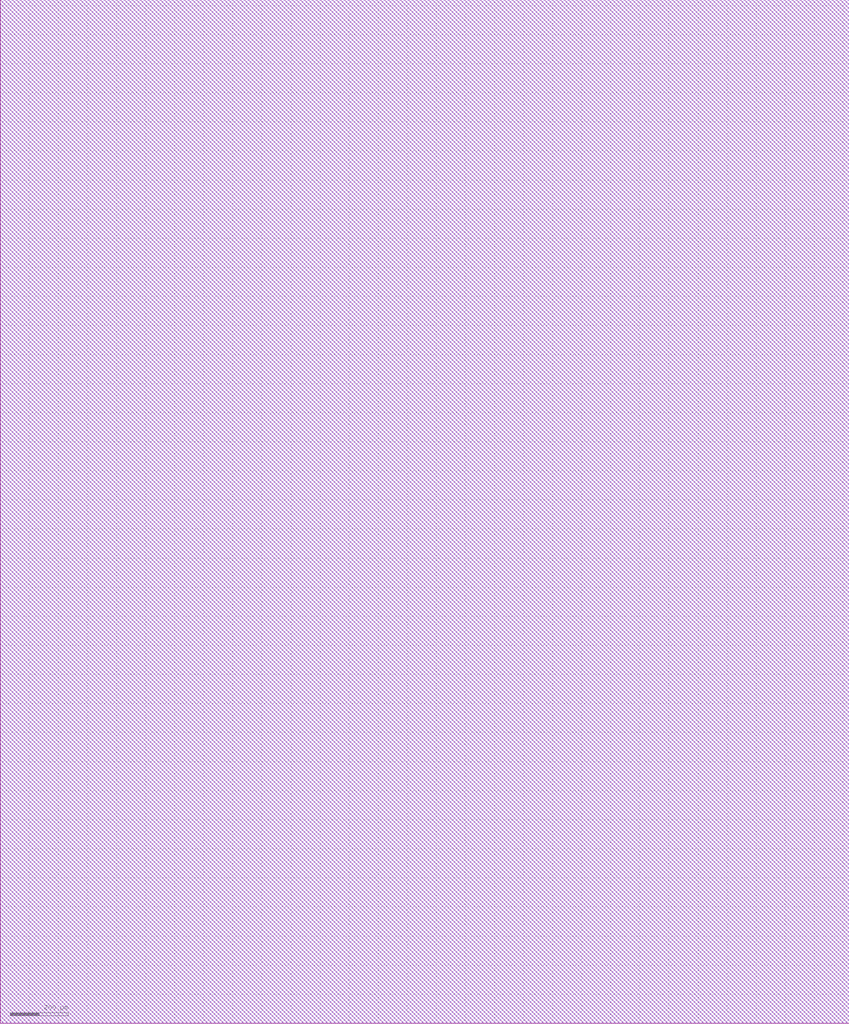
<source format=lef>
# Copyright 2020 The SkyWater PDK Authors
#
# Licensed under the Apache License, Version 2.0 (the "License");
# you may not use this file except in compliance with the License.
# You may obtain a copy of the License at
#
#     https://www.apache.org/licenses/LICENSE-2.0
#
# Unless required by applicable law or agreed to in writing, software
# distributed under the License is distributed on an "AS IS" BASIS,
# WITHOUT WARRANTIES OR CONDITIONS OF ANY KIND, either express or implied.
# See the License for the specific language governing permissions and
# limitations under the License.
#
# SPDX-License-Identifier: Apache-2.0

VERSION 5.7 ;

BUSBITCHARS "[]" ;
DIVIDERCHAR "/" ;

UNITS
  TIME NANOSECONDS 1 ;
  CAPACITANCE PICOFARADS 1 ;
  RESISTANCE OHMS 1 ;
  DATABASE MICRONS 1000 ;
END UNITS

MANUFACTURINGGRID 0.005 ;

PROPERTYDEFINITIONS
  LAYER LEF58_TYPE STRING ;
END PROPERTYDEFINITIONS

# High density, single height
SITE unithd
  SYMMETRY Y ;
  CLASS CORE ;
  SIZE 0.46 BY 2.72 ;
END unithd

# High density, double height
SITE unithddbl
  SYMMETRY Y ;
  CLASS CORE ;
  SIZE 0.46 BY 5.44 ;
END unithddbl

LAYER nwell
  TYPE MASTERSLICE ;
  PROPERTY LEF58_TYPE "TYPE NWELL ;" ;
END nwell

LAYER pwell
  TYPE MASTERSLICE ;
  PROPERTY LEF58_TYPE "TYPE PWELL ;" ;
END pwell

LAYER li1
  TYPE ROUTING ;
  DIRECTION VERTICAL ;

  PITCH 0.46 0.34 ;
  OFFSET 0.23 0.17 ;

  WIDTH 0.17 ;          # LI 1
  # SPACING  0.17 ;     # LI 2
  SPACINGTABLE
     PARALLELRUNLENGTH 0
     WIDTH 0 0.17 ;
  AREA 0.0561 ;         # LI 6
  THICKNESS 0.1 ;
  EDGECAPACITANCE 40.697E-6 ;
  CAPACITANCE CPERSQDIST 36.9866E-6 ;
  RESISTANCE RPERSQ 12.2 ;

  ANTENNAMODEL OXIDE1 ;
  ANTENNADIFFSIDEAREARATIO PWL ( ( 0 75 ) ( 0.0125 75 ) ( 0.0225 85.125 ) ( 22.5 10200 ) ) ;
END li1

LAYER mcon
  TYPE CUT ;

  WIDTH 0.17 ;                # Mcon 1
  SPACING 0.19 ;              # Mcon 2
  ENCLOSURE BELOW 0 0 ;       # Mcon 4
  ENCLOSURE ABOVE 0.03 0.06 ; # Met1 4 / Met1 5

  ANTENNADIFFAREARATIO PWL ( ( 0 3 ) ( 0.0125 3 ) ( 0.0225 3.405 ) ( 22.5 408 ) ) ;
  DCCURRENTDENSITY AVERAGE 0.36 ; # mA per via Iavg_max at Tj = 90oC

END mcon

LAYER met1
  TYPE ROUTING ;
  DIRECTION HORIZONTAL ;

  PITCH 0.34 ;
  OFFSET 0.17 ;

  WIDTH 0.14 ;                     # Met1 1
  # SPACING 0.14 ;                 # Met1 2
  # SPACING 0.28 RANGE 3.001 100 ; # Met1 3b
  SPACINGTABLE
     PARALLELRUNLENGTH 0
     WIDTH 0 0.14
     WIDTH 3 0.28 ;
  AREA 0.083 ;                     # Met1 6
  THICKNESS 0.35 ;

  ANTENNAMODEL OXIDE1 ;
  ANTENNADIFFSIDEAREARATIO PWL ( ( 0 400 ) ( 0.0125 400 ) ( 0.0225 2609 ) ( 22.5 11600 ) ) ;

  EDGECAPACITANCE 40.567E-6 ;
  CAPACITANCE CPERSQDIST 25.7784E-6 ;
  DCCURRENTDENSITY AVERAGE 2.8 ; # mA/um Iavg_max at Tj = 90oC
  ACCURRENTDENSITY RMS 6.1 ; # mA/um Irms_max at Tj = 90oC
  MAXIMUMDENSITY 70 ;
  DENSITYCHECKWINDOW 700 700 ;
  DENSITYCHECKSTEP 70 ;

  RESISTANCE RPERSQ 0.125 ;
END met1

LAYER via
  TYPE CUT ;
  WIDTH 0.15 ;                  # Via 1a
  SPACING 0.17 ;                # Via 2
  ENCLOSURE BELOW 0.055 0.085 ; # Via 4a / Via 5a
  ENCLOSURE ABOVE 0.055 0.085 ; # Met2 4 / Met2 5

  ANTENNADIFFAREARATIO PWL ( ( 0 6 ) ( 0.0125 6 ) ( 0.0225 6.81 ) ( 22.5 816 ) ) ;
  DCCURRENTDENSITY AVERAGE 0.29 ; # mA per via Iavg_max at Tj = 90oC
END via

LAYER met2
  TYPE ROUTING ;
  DIRECTION VERTICAL ;

  PITCH 0.46 ;
  OFFSET 0.23 ;

  WIDTH 0.14 ;                        # Met2 1
  # SPACING  0.14 ;                   # Met2 2
  # SPACING  0.28 RANGE 3.001 100 ;   # Met2 3b
  SPACINGTABLE
     PARALLELRUNLENGTH 0
     WIDTH 0 0.14
     WIDTH 3 0.28 ;
  AREA 0.0676 ;                       # Met2 6
  THICKNESS 0.35 ;

  EDGECAPACITANCE 37.759E-6 ;
  CAPACITANCE CPERSQDIST 16.9423E-6 ;
  RESISTANCE RPERSQ 0.125 ;
  DCCURRENTDENSITY AVERAGE 2.8 ; # mA/um Iavg_max at Tj = 90oC
  ACCURRENTDENSITY RMS 6.1 ; # mA/um Irms_max at Tj = 90oC

  ANTENNAMODEL OXIDE1 ;
  ANTENNADIFFSIDEAREARATIO PWL ( ( 0 400 ) ( 0.0125 400 ) ( 0.0225 2609 ) ( 22.5 11600 ) ) ;

  MAXIMUMDENSITY 70 ;
  DENSITYCHECKWINDOW 700 700 ;
  DENSITYCHECKSTEP 70 ;
END met2

# ******** Layer via2, type routing, number 44 **************
LAYER via2
  TYPE CUT ;
  WIDTH 0.2 ;                   # Via2 1
  SPACING 0.2 ;                 # Via2 2
  ENCLOSURE BELOW 0.04 0.085 ;  # Via2 4
  ENCLOSURE ABOVE 0.065 0.065 ; # Met3 4
  ANTENNADIFFAREARATIO PWL ( ( 0 6 ) ( 0.0125 6 ) ( 0.0225 6.81 ) ( 22.5 816 ) ) ;
  DCCURRENTDENSITY AVERAGE 0.48 ; # mA per via Iavg_max at Tj = 90oC
END via2

LAYER met3
  TYPE ROUTING ;
  DIRECTION HORIZONTAL ;

  PITCH 0.68 ;
  OFFSET 0.34 ;

  WIDTH 0.3 ;              # Met3 1
  # SPACING 0.3 ;          # Met3 2
  SPACINGTABLE
     PARALLELRUNLENGTH 0
     WIDTH 0 0.3
     WIDTH 3 0.4 ;
  AREA 0.24 ;              # Met3 6
  THICKNESS 0.8 ;

  EDGECAPACITANCE 40.989E-6 ;
  CAPACITANCE CPERSQDIST 12.3729E-6 ;
  RESISTANCE RPERSQ 0.047 ;
  DCCURRENTDENSITY AVERAGE 6.8 ; # mA/um Iavg_max at Tj = 90oC
  ACCURRENTDENSITY RMS 14.9 ; # mA/um Irms_max at Tj = 90oC

  ANTENNAMODEL OXIDE1 ;
  ANTENNADIFFSIDEAREARATIO PWL ( ( 0 400 ) ( 0.0125 400 ) ( 0.0225 2609 ) ( 22.5 11600 ) ) ;

  MAXIMUMDENSITY 70 ;
  DENSITYCHECKWINDOW 700 700 ;
  DENSITYCHECKSTEP 70 ;
END met3

LAYER via3
  TYPE CUT ;
  WIDTH 0.2 ;                   # Via3 1
  SPACING 0.2 ;                 # Via3 2
  ENCLOSURE BELOW 0.06 0.09 ;   # Via3 4 / Via3 5
  ENCLOSURE ABOVE 0.065 0.065 ; # Met4 3
  ANTENNADIFFAREARATIO PWL ( ( 0 6 ) ( 0.0125 6 ) ( 0.0225 6.81 ) ( 22.5 816 ) ) ;
  DCCURRENTDENSITY AVERAGE 0.48 ; # mA per via Iavg_max at Tj = 90oC
END via3

LAYER met4
  TYPE ROUTING ;
  DIRECTION VERTICAL ;

  PITCH 0.92 ;
  OFFSET 0.46 ;

  WIDTH 0.3 ;             # Met4 1
  # SPACING  0.3 ;             # Met4 2
  SPACINGTABLE
     PARALLELRUNLENGTH 0
     WIDTH 0 0.3
     WIDTH 3 0.4 ;
  AREA 0.24 ;            # Met4 4a

  THICKNESS 0.8 ;

  EDGECAPACITANCE 36.676E-6 ;
  CAPACITANCE CPERSQDIST 8.41537E-6 ;
  RESISTANCE RPERSQ 0.047 ;
  DCCURRENTDENSITY AVERAGE 6.8 ; # mA/um Iavg_max at Tj = 90oC
  ACCURRENTDENSITY RMS 14.9 ; # mA/um Irms_max at Tj = 90oC

  ANTENNAMODEL OXIDE1 ;
  ANTENNADIFFSIDEAREARATIO PWL ( ( 0 400 ) ( 0.0125 400 ) ( 0.0225 2609 ) ( 22.5 11600 ) ) ;

  MAXIMUMDENSITY 70 ;
  DENSITYCHECKWINDOW 700 700 ;
  DENSITYCHECKSTEP 70 ;
END met4

LAYER via4
  TYPE CUT ;

  WIDTH 0.8 ;                 # Via4 1
  SPACING 0.8 ;               # Via4 2
  ENCLOSURE BELOW 0.19 0.19 ; # Via4 4
  ENCLOSURE ABOVE 0.31 0.31 ; # Met5 3
  ANTENNADIFFAREARATIO PWL ( ( 0 6 ) ( 0.0125 6 ) ( 0.0225 6.81 ) ( 22.5 816 ) ) ;
  DCCURRENTDENSITY AVERAGE 2.49 ; # mA per via Iavg_max at Tj = 90oC
END via4

LAYER met5
  TYPE ROUTING ;
  DIRECTION HORIZONTAL ;

  PITCH 3.4 ;
  OFFSET 1.7 ;

  WIDTH 1.6 ;            # Met5 1
  #SPACING  1.6 ;        # Met5 2
  SPACINGTABLE
     PARALLELRUNLENGTH 0
     WIDTH 0 1.6 ;
  AREA 4 ;               # Met5 4

  THICKNESS 1.2 ;

  EDGECAPACITANCE 38.851E-6 ;
  CAPACITANCE CPERSQDIST 6.32063E-6 ;
  RESISTANCE RPERSQ 0.0285 ;
  DCCURRENTDENSITY AVERAGE 10.17 ; # mA/um Iavg_max at Tj = 90oC
  ACCURRENTDENSITY RMS 22.34 ; # mA/um Irms_max at Tj = 90oC

  ANTENNAMODEL OXIDE1 ;
  ANTENNADIFFSIDEAREARATIO PWL ( ( 0 400 ) ( 0.0125 400 ) ( 0.0225 2609 ) ( 22.5 11600 ) ) ;
END met5


### Routing via cells section   ###
# Plus via rule, metals are along the prefered direction
VIA L1M1_PR DEFAULT
  LAYER mcon ;
  RECT -0.085 -0.085 0.085 0.085 ;
  LAYER li1 ;
  RECT -0.085 -0.085 0.085 0.085 ;
  LAYER met1 ;
  RECT -0.145 -0.115 0.145 0.115 ;
END L1M1_PR

VIARULE L1M1_PR GENERATE
  LAYER li1 ;
  ENCLOSURE 0 0 ;
  LAYER met1 ;
  ENCLOSURE 0.06 0.03 ;
  LAYER mcon ;
  RECT -0.085 -0.085 0.085 0.085 ;
  SPACING 0.36 BY 0.36 ;
END L1M1_PR

# Plus via rule, metals are along the non prefered direction
VIA L1M1_PR_R DEFAULT
  LAYER mcon ;
  RECT -0.085 -0.085 0.085 0.085 ;
  LAYER li1 ;
  RECT -0.085 -0.085 0.085 0.085 ;
  LAYER met1 ;
  RECT -0.115 -0.145 0.115 0.145 ;
END L1M1_PR_R

VIARULE L1M1_PR_R GENERATE
  LAYER li1 ;
  ENCLOSURE 0 0 ;
  LAYER met1 ;
  ENCLOSURE 0.03 0.06 ;
  LAYER mcon ;
  RECT -0.085 -0.085 0.085 0.085 ;
  SPACING 0.36 BY 0.36 ;
END L1M1_PR_R

# Minus via rule, lower layer metal is along prefered direction
VIA L1M1_PR_M DEFAULT
  LAYER mcon ;
  RECT -0.085 -0.085 0.085 0.085 ;
  LAYER li1 ;
  RECT -0.085 -0.085 0.085 0.085 ;
  LAYER met1 ;
  RECT -0.115 -0.145 0.115 0.145 ;
END L1M1_PR_M

VIARULE L1M1_PR_M GENERATE
  LAYER li1 ;
  ENCLOSURE 0 0 ;
  LAYER met1 ;
  ENCLOSURE 0.03 0.06 ;
  LAYER mcon ;
  RECT -0.085 -0.085 0.085 0.085 ;
  SPACING 0.36 BY 0.36 ;
END L1M1_PR_M

# Minus via rule, upper layer metal is along prefered direction
VIA L1M1_PR_MR DEFAULT
  LAYER mcon ;
  RECT -0.085 -0.085 0.085 0.085 ;
  LAYER li1 ;
  RECT -0.085 -0.085 0.085 0.085 ;
  LAYER met1 ;
  RECT -0.145 -0.115 0.145 0.115 ;
END L1M1_PR_MR

VIARULE L1M1_PR_MR GENERATE
  LAYER li1 ;
  ENCLOSURE 0 0 ;
  LAYER met1 ;
  ENCLOSURE 0.06 0.03 ;
  LAYER mcon ;
  RECT -0.085 -0.085 0.085 0.085 ;
  SPACING 0.36 BY 0.36 ;
END L1M1_PR_MR

# Centered via rule, we really do not want to use it
VIA L1M1_PR_C DEFAULT
  LAYER mcon ;
  RECT -0.085 -0.085 0.085 0.085 ;
  LAYER li1 ;
  RECT -0.085 -0.085 0.085 0.085 ;
  LAYER met1 ;
  RECT -0.145 -0.145 0.145 0.145 ;
END L1M1_PR_C

VIARULE L1M1_PR_C GENERATE
  LAYER li1 ;
  ENCLOSURE 0 0 ;
  LAYER met1 ;
  ENCLOSURE 0.06 0.06 ;
  LAYER mcon ;
  RECT -0.085 -0.085 0.085 0.085 ;
  SPACING 0.36 BY 0.36 ;
END L1M1_PR_C

# Plus via rule, metals are along the prefered direction
VIA M1M2_PR DEFAULT
  LAYER via ;
  RECT -0.075 -0.075 0.075 0.075 ;
  LAYER met1 ;
  RECT -0.16 -0.13 0.16 0.13 ;
  LAYER met2 ;
  RECT -0.13 -0.16 0.13 0.16 ;
END M1M2_PR

VIARULE M1M2_PR GENERATE
  LAYER met1 ;
  ENCLOSURE 0.085 0.055 ;
  LAYER met2 ;
  ENCLOSURE 0.055 0.085 ;
  LAYER via ;
  RECT -0.075 -0.075 0.075 0.075 ;
  SPACING 0.32 BY 0.32 ;
END M1M2_PR

# Plus via rule, metals are along the non prefered direction
VIA M1M2_PR_R DEFAULT
  LAYER via ;
  RECT -0.075 -0.075 0.075 0.075 ;
  LAYER met1 ;
  RECT -0.13 -0.16 0.13 0.16 ;
  LAYER met2 ;
  RECT -0.16 -0.13 0.16 0.13 ;
END M1M2_PR_R

VIARULE M1M2_PR_R GENERATE
  LAYER met1 ;
  ENCLOSURE 0.055 0.085 ;
  LAYER met2 ;
  ENCLOSURE 0.085 0.055 ;
  LAYER via ;
  RECT -0.075 -0.075 0.075 0.075 ;
  SPACING 0.32 BY 0.32 ;
END M1M2_PR_R

# Minus via rule, lower layer metal is along prefered direction
VIA M1M2_PR_M DEFAULT
  LAYER via ;
  RECT -0.075 -0.075 0.075 0.075 ;
  LAYER met1 ;
  RECT -0.16 -0.13 0.16 0.13 ;
  LAYER met2 ;
  RECT -0.16 -0.13 0.16 0.13 ;
END M1M2_PR_M

VIARULE M1M2_PR_M GENERATE
  LAYER met1 ;
  ENCLOSURE 0.085 0.055 ;
  LAYER met2 ;
  ENCLOSURE 0.085 0.055 ;
  LAYER via ;
  RECT -0.075 -0.075 0.075 0.075 ;
  SPACING 0.32 BY 0.32 ;
END M1M2_PR_M

# Minus via rule, upper layer metal is along prefered direction
VIA M1M2_PR_MR DEFAULT
  LAYER via ;
  RECT -0.075 -0.075 0.075 0.075 ;
  LAYER met1 ;
  RECT -0.13 -0.16 0.13 0.16 ;
  LAYER met2 ;
  RECT -0.13 -0.16 0.13 0.16 ;
END M1M2_PR_MR

VIARULE M1M2_PR_MR GENERATE
  LAYER met1 ;
  ENCLOSURE 0.055 0.085 ;
  LAYER met2 ;
  ENCLOSURE 0.055 0.085 ;
  LAYER via ;
  RECT -0.075 -0.075 0.075 0.075 ;
  SPACING 0.32 BY 0.32 ;
END M1M2_PR_MR

# Centered via rule, we really do not want to use it
VIA M1M2_PR_C DEFAULT
  LAYER via ;
  RECT -0.075 -0.075 0.075 0.075 ;
  LAYER met1 ;
  RECT -0.16 -0.16 0.16 0.16 ;
  LAYER met2 ;
  RECT -0.16 -0.16 0.16 0.16 ;
END M1M2_PR_C

VIARULE M1M2_PR_C GENERATE
  LAYER met1 ;
  ENCLOSURE 0.085 0.085 ;
  LAYER met2 ;
  ENCLOSURE 0.085 0.085 ;
  LAYER via ;
  RECT -0.075 -0.075 0.075 0.075 ;
  SPACING 0.32 BY 0.32 ;
END M1M2_PR_C

# Plus via rule, metals are along the prefered direction
VIA M2M3_PR DEFAULT
  LAYER via2 ;
  RECT -0.1 -0.1 0.1 0.1 ;
  LAYER met2 ;
  RECT -0.14 -0.185 0.14 0.185 ;
  LAYER met3 ;
  RECT -0.165 -0.165 0.165 0.165 ;
END M2M3_PR

VIARULE M2M3_PR GENERATE
  LAYER met2 ;
  ENCLOSURE 0.04 0.085 ;
  LAYER met3 ;
  ENCLOSURE 0.065 0.065 ;
  LAYER via2 ;
  RECT -0.1 -0.1 0.1 0.1 ;
  SPACING 0.4 BY 0.4 ;
END M2M3_PR

# Plus via rule, metals are along the non prefered direction
VIA M2M3_PR_R DEFAULT
  LAYER via2 ;
  RECT -0.1 -0.1 0.1 0.1 ;
  LAYER met2 ;
  RECT -0.185 -0.14 0.185 0.14 ;
  LAYER met3 ;
  RECT -0.165 -0.165 0.165 0.165 ;
END M2M3_PR_R

VIARULE M2M3_PR_R GENERATE
  LAYER met2 ;
  ENCLOSURE 0.085 0.04 ;
  LAYER met3 ;
  ENCLOSURE 0.065 0.065 ;
  LAYER via2 ;
  RECT -0.1 -0.1 0.1 0.1 ;
  SPACING 0.4 BY 0.4 ;
END M2M3_PR_R

# Minus via rule, lower layer metal is along prefered direction
VIA M2M3_PR_M DEFAULT
  LAYER via2 ;
  RECT -0.1 -0.1 0.1 0.1 ;
  LAYER met2 ;
  RECT -0.14 -0.185 0.14 0.185 ;
  LAYER met3 ;
  RECT -0.165 -0.165 0.165 0.165 ;
END M2M3_PR_M

VIARULE M2M3_PR_M GENERATE
  LAYER met2 ;
  ENCLOSURE 0.04 0.085 ;
  LAYER met3 ;
  ENCLOSURE 0.065 0.065 ;
  LAYER via2 ;
  RECT -0.1 -0.1 0.1 0.1 ;
  SPACING 0.4 BY 0.4 ;
END M2M3_PR_M

# Minus via rule, upper layer metal is along prefered direction
VIA M2M3_PR_MR DEFAULT
  LAYER via2 ;
  RECT -0.1 -0.1 0.1 0.1 ;
  LAYER met2 ;
  RECT -0.185 -0.14 0.185 0.14 ;
  LAYER met3 ;
  RECT -0.165 -0.165 0.165 0.165 ;
END M2M3_PR_MR

VIARULE M2M3_PR_MR GENERATE
  LAYER met2 ;
  ENCLOSURE 0.085 0.04 ;
  LAYER met3 ;
  ENCLOSURE 0.065 0.065 ;
  LAYER via2 ;
  RECT -0.1 -0.1 0.1 0.1 ;
  SPACING 0.4 BY 0.4 ;
END M2M3_PR_MR

# Centered via rule, we really do not want to use it
VIA M2M3_PR_C DEFAULT
  LAYER via2 ;
  RECT -0.1 -0.1 0.1 0.1 ;
  LAYER met2 ;
  RECT -0.185 -0.185 0.185 0.185 ;
  LAYER met3 ;
  RECT -0.165 -0.165 0.165 0.165 ;
END M2M3_PR_C

VIARULE M2M3_PR_C GENERATE
  LAYER met2 ;
  ENCLOSURE 0.085 0.085 ;
  LAYER met3 ;
  ENCLOSURE 0.065 0.065 ;
  LAYER via2 ;
  RECT -0.1 -0.1 0.1 0.1 ;
  SPACING 0.4 BY 0.4 ;
END M2M3_PR_C

# Plus via rule, metals are along the prefered direction
VIA M3M4_PR DEFAULT
  LAYER via3 ;
  RECT -0.1 -0.1 0.1 0.1 ;
  LAYER met3 ;
  RECT -0.19 -0.16 0.19 0.16 ;
  LAYER met4 ;
  RECT -0.165 -0.165 0.165 0.165 ;
END M3M4_PR

VIARULE M3M4_PR GENERATE
  LAYER met3 ;
  ENCLOSURE 0.09 0.06 ;
  LAYER met4 ;
  ENCLOSURE 0.065 0.065 ;
  LAYER via3 ;
  RECT -0.1 -0.1 0.1 0.1 ;
  SPACING 0.4 BY 0.4 ;
END M3M4_PR

# Plus via rule, metals are along the non prefered direction
VIA M3M4_PR_R DEFAULT
  LAYER via3 ;
  RECT -0.1 -0.1 0.1 0.1 ;
  LAYER met3 ;
  RECT -0.16 -0.19 0.16 0.19 ;
  LAYER met4 ;
  RECT -0.165 -0.165 0.165 0.165 ;
END M3M4_PR_R

VIARULE M3M4_PR_R GENERATE
  LAYER met3 ;
  ENCLOSURE 0.06 0.09 ;
  LAYER met4 ;
  ENCLOSURE 0.065 0.065 ;
  LAYER via3 ;
  RECT -0.1 -0.1 0.1 0.1 ;
  SPACING 0.4 BY 0.4 ;
END M3M4_PR_R

# Minus via rule, lower layer metal is along prefered direction
VIA M3M4_PR_M DEFAULT
  LAYER via3 ;
  RECT -0.1 -0.1 0.1 0.1 ;
  LAYER met3 ;
  RECT -0.19 -0.16 0.19 0.16 ;
  LAYER met4 ;
  RECT -0.165 -0.165 0.165 0.165 ;
END M3M4_PR_M

VIARULE M3M4_PR_M GENERATE
  LAYER met3 ;
  ENCLOSURE 0.09 0.06 ;
  LAYER met4 ;
  ENCLOSURE 0.065 0.065 ;
  LAYER via3 ;
  RECT -0.1 -0.1 0.1 0.1 ;
  SPACING 0.4 BY 0.4 ;
END M3M4_PR_M

# Minus via rule, upper layer metal is along prefered direction
VIA M3M4_PR_MR DEFAULT
  LAYER via3 ;
  RECT -0.1 -0.1 0.1 0.1 ;
  LAYER met3 ;
  RECT -0.16 -0.19 0.16 0.19 ;
  LAYER met4 ;
  RECT -0.165 -0.165 0.165 0.165 ;
END M3M4_PR_MR

VIARULE M3M4_PR_MR GENERATE
  LAYER met3 ;
  ENCLOSURE 0.06 0.09 ;
  LAYER met4 ;
  ENCLOSURE 0.065 0.065 ;
  LAYER via3 ;
  RECT -0.1 -0.1 0.1 0.1 ;
  SPACING 0.4 BY 0.4 ;
END M3M4_PR_MR

# Centered via rule, we really do not want to use it
VIA M3M4_PR_C DEFAULT
  LAYER via3 ;
  RECT -0.1 -0.1 0.1 0.1 ;
  LAYER met3 ;
  RECT -0.19 -0.19 0.19 0.19 ;
  LAYER met4 ;
  RECT -0.165 -0.165 0.165 0.165 ;
END M3M4_PR_C

VIARULE M3M4_PR_C GENERATE
  LAYER met3 ;
  ENCLOSURE 0.09 0.09 ;
  LAYER met4 ;
  ENCLOSURE 0.065 0.065 ;
  LAYER via3 ;
  RECT -0.1 -0.1 0.1 0.1 ;
  SPACING 0.4 BY 0.4 ;
END M3M4_PR_C

# Plus via rule, metals are along the prefered direction
VIA M4M5_PR DEFAULT
  LAYER via4 ;
  RECT -0.4 -0.4 0.4 0.4 ;
  LAYER met4 ;
  RECT -0.59 -0.59 0.59 0.59 ;
  LAYER met5 ;
  RECT -0.71 -0.71 0.71 0.71 ;
END M4M5_PR

VIARULE M4M5_PR GENERATE
  LAYER met4 ;
  ENCLOSURE 0.19 0.19 ;
  LAYER met5 ;
  ENCLOSURE 0.31 0.31 ;
  LAYER via4 ;
  RECT -0.4 -0.4 0.4 0.4 ;
  SPACING 1.6 BY 1.6 ;
END M4M5_PR

# Plus via rule, metals are along the non prefered direction
VIA M4M5_PR_R DEFAULT
  LAYER via4 ;
  RECT -0.4 -0.4 0.4 0.4 ;
  LAYER met4 ;
  RECT -0.59 -0.59 0.59 0.59 ;
  LAYER met5 ;
  RECT -0.71 -0.71 0.71 0.71 ;
END M4M5_PR_R

VIARULE M4M5_PR_R GENERATE
  LAYER met4 ;
  ENCLOSURE 0.19 0.19 ;
  LAYER met5 ;
  ENCLOSURE 0.31 0.31 ;
  LAYER via4 ;
  RECT -0.4 -0.4 0.4 0.4 ;
  SPACING 1.6 BY 1.6 ;
END M4M5_PR_R

# Minus via rule, lower layer metal is along prefered direction
VIA M4M5_PR_M DEFAULT
  LAYER via4 ;
  RECT -0.4 -0.4 0.4 0.4 ;
  LAYER met4 ;
  RECT -0.59 -0.59 0.59 0.59 ;
  LAYER met5 ;
  RECT -0.71 -0.71 0.71 0.71 ;
END M4M5_PR_M

VIARULE M4M5_PR_M GENERATE
  LAYER met4 ;
  ENCLOSURE 0.19 0.19 ;
  LAYER met5 ;
  ENCLOSURE 0.31 0.31 ;
  LAYER via4 ;
  RECT -0.4 -0.4 0.4 0.4 ;
  SPACING 1.6 BY 1.6 ;
END M4M5_PR_M

# Minus via rule, upper layer metal is along prefered direction
VIA M4M5_PR_MR DEFAULT
  LAYER via4 ;
  RECT -0.4 -0.4 0.4 0.4 ;
  LAYER met4 ;
  RECT -0.59 -0.59 0.59 0.59 ;
  LAYER met5 ;
  RECT -0.71 -0.71 0.71 0.71 ;
END M4M5_PR_MR

VIARULE M4M5_PR_MR GENERATE
  LAYER met4 ;
  ENCLOSURE 0.19 0.19 ;
  LAYER met5 ;
  ENCLOSURE 0.31 0.31 ;
  LAYER via4 ;
  RECT -0.4 -0.4 0.4 0.4 ;
  SPACING 1.6 BY 1.6 ;
END M4M5_PR_MR

# Centered via rule, we really do not want to use it
VIA M4M5_PR_C DEFAULT
  LAYER via4 ;
  RECT -0.4 -0.4 0.4 0.4 ;
  LAYER met4 ;
  RECT -0.59 -0.59 0.59 0.59 ;
  LAYER met5 ;
  RECT -0.71 -0.71 0.71 0.71 ;
END M4M5_PR_C

VIARULE M4M5_PR_C GENERATE
  LAYER met4 ;
  ENCLOSURE 0.19 0.19 ;
  LAYER met5 ;
  ENCLOSURE 0.31 0.31 ;
  LAYER via4 ;
  RECT -0.4 -0.4 0.4 0.4 ;
  SPACING 1.6 BY 1.6 ;
END M4M5_PR_C
###  end of single via cells   ###


MACRO sky130_fd_sc_hd__a2111o_4
  CLASS CORE ;
  FOREIGN sky130_fd_sc_hd__a2111o_4 ;
  ORIGIN  0.000000  0.000000 ;
  SIZE  7.820000 BY  2.720000 ;
  SYMMETRY X Y R90 ;
  SITE unithd ;
  PIN A1
    ANTENNAGATEAREA  0.495000 ;
    DIRECTION INPUT ;
    USE SIGNAL ;
    PORT
      LAYER li1 ;
        RECT 3.825000 1.075000 4.495000 1.275000 ;
    END
  END A1
  PIN A2
    ANTENNAGATEAREA  0.495000 ;
    DIRECTION INPUT ;
    USE SIGNAL ;
    PORT
      LAYER li1 ;
        RECT 4.675000 1.075000 5.625000 1.275000 ;
    END
  END A2
  PIN B1
    ANTENNAGATEAREA  0.495000 ;
    DIRECTION INPUT ;
    USE SIGNAL ;
    PORT
      LAYER li1 ;
        RECT 2.450000 0.975000 3.255000 1.285000 ;
    END
  END B1
  PIN C1
    ANTENNAGATEAREA  0.495000 ;
    DIRECTION INPUT ;
    USE SIGNAL ;
    PORT
      LAYER li1 ;
        RECT 1.040000 0.975000 2.280000 1.285000 ;
    END
  END C1
  PIN D1
    ANTENNAGATEAREA  0.495000 ;
    DIRECTION INPUT ;
    USE SIGNAL ;
    PORT
      LAYER li1 ;
        RECT 0.085000 0.975000 0.370000 1.625000 ;
    END
  END D1
  PIN X
    ANTENNADIFFAREA  0.924000 ;
    DIRECTION OUTPUT ;
    USE SIGNAL ;
    PORT
      LAYER li1 ;
        RECT 6.165000 0.255000 6.355000 0.635000 ;
        RECT 6.165000 0.635000 7.735000 0.805000 ;
        RECT 6.165000 1.465000 7.735000 1.635000 ;
        RECT 6.165000 1.635000 7.215000 1.715000 ;
        RECT 6.165000 1.715000 6.355000 2.465000 ;
        RECT 7.025000 0.255000 7.215000 0.635000 ;
        RECT 7.025000 1.715000 7.215000 2.465000 ;
        RECT 7.490000 0.805000 7.735000 1.465000 ;
    END
  END X
  PIN VGND
    DIRECTION INOUT ;
    SHAPE ABUTMENT ;
    USE GROUND ;
    PORT
      LAYER met1 ;
        RECT 0.000000 -0.240000 7.820000 0.240000 ;
    END
  END VGND
  PIN VNB
    DIRECTION INOUT ;
    USE GROUND ;
    PORT
      LAYER pwell ;
        RECT 0.145000 -0.085000 0.315000 0.085000 ;
    END
  END VNB
  PIN VPB
    DIRECTION INOUT ;
    USE POWER ;
    PORT
      LAYER nwell ;
        RECT -0.190000 1.305000 8.010000 2.910000 ;
    END
  END VPB
  PIN VPWR
    DIRECTION INOUT ;
    SHAPE ABUTMENT ;
    USE POWER ;
    PORT
      LAYER met1 ;
        RECT 0.000000 2.480000 7.820000 2.960000 ;
    END
  END VPWR
  OBS
    LAYER li1 ;
      RECT 0.000000 -0.085000 7.820000 0.085000 ;
      RECT 0.000000  2.635000 7.820000 2.805000 ;
      RECT 0.110000  1.795000 0.370000 2.295000 ;
      RECT 0.110000  2.295000 2.160000 2.465000 ;
      RECT 0.180000  0.255000 0.440000 0.635000 ;
      RECT 0.180000  0.635000 3.655000 0.805000 ;
      RECT 0.540000  0.805000 0.870000 2.125000 ;
      RECT 0.610000  0.085000 0.940000 0.465000 ;
      RECT 1.040000  1.455000 1.230000 2.295000 ;
      RECT 1.110000  0.255000 1.340000 0.615000 ;
      RECT 1.110000  0.615000 3.655000 0.635000 ;
      RECT 1.400000  1.455000 3.100000 1.625000 ;
      RECT 1.400000  1.625000 1.730000 2.125000 ;
      RECT 1.510000  0.085000 1.840000 0.445000 ;
      RECT 1.900000  1.795000 2.160000 2.295000 ;
      RECT 2.015000  0.255000 2.240000 0.615000 ;
      RECT 2.340000  1.795000 2.675000 2.295000 ;
      RECT 2.340000  2.295000 3.650000 2.465000 ;
      RECT 2.420000  0.085000 3.295000 0.445000 ;
      RECT 2.845000  1.625000 3.100000 2.125000 ;
      RECT 3.320000  1.795000 5.495000 1.995000 ;
      RECT 3.320000  1.995000 3.650000 2.295000 ;
      RECT 3.465000  0.255000 4.585000 0.445000 ;
      RECT 3.465000  0.445000 3.655000 0.615000 ;
      RECT 3.465000  0.805000 3.655000 1.445000 ;
      RECT 3.465000  1.445000 5.975000 1.625000 ;
      RECT 3.825000  0.615000 5.495000 0.785000 ;
      RECT 3.865000  2.165000 4.195000 2.635000 ;
      RECT 4.365000  1.995000 4.625000 2.415000 ;
      RECT 4.805000  0.085000 5.140000 0.445000 ;
      RECT 4.805000  2.255000 5.140000 2.635000 ;
      RECT 5.310000  0.255000 5.495000 0.615000 ;
      RECT 5.310000  1.995000 5.495000 2.465000 ;
      RECT 5.665000  0.085000 5.995000 0.515000 ;
      RECT 5.665000  1.800000 5.995000 2.635000 ;
      RECT 5.795000  1.075000 7.320000 1.245000 ;
      RECT 5.795000  1.245000 5.975000 1.445000 ;
      RECT 6.525000  0.085000 6.855000 0.445000 ;
      RECT 6.525000  1.885000 6.855000 2.635000 ;
      RECT 7.385000  0.085000 7.715000 0.465000 ;
      RECT 7.385000  1.805000 7.715000 2.635000 ;
    LAYER mcon ;
      RECT 0.145000 -0.085000 0.315000 0.085000 ;
      RECT 0.145000  2.635000 0.315000 2.805000 ;
      RECT 0.605000 -0.085000 0.775000 0.085000 ;
      RECT 0.605000  2.635000 0.775000 2.805000 ;
      RECT 1.065000 -0.085000 1.235000 0.085000 ;
      RECT 1.065000  2.635000 1.235000 2.805000 ;
      RECT 1.525000 -0.085000 1.695000 0.085000 ;
      RECT 1.525000  2.635000 1.695000 2.805000 ;
      RECT 1.985000 -0.085000 2.155000 0.085000 ;
      RECT 1.985000  2.635000 2.155000 2.805000 ;
      RECT 2.445000 -0.085000 2.615000 0.085000 ;
      RECT 2.445000  2.635000 2.615000 2.805000 ;
      RECT 2.905000 -0.085000 3.075000 0.085000 ;
      RECT 2.905000  2.635000 3.075000 2.805000 ;
      RECT 3.365000 -0.085000 3.535000 0.085000 ;
      RECT 3.365000  2.635000 3.535000 2.805000 ;
      RECT 3.825000 -0.085000 3.995000 0.085000 ;
      RECT 3.825000  2.635000 3.995000 2.805000 ;
      RECT 4.285000 -0.085000 4.455000 0.085000 ;
      RECT 4.285000  2.635000 4.455000 2.805000 ;
      RECT 4.745000 -0.085000 4.915000 0.085000 ;
      RECT 4.745000  2.635000 4.915000 2.805000 ;
      RECT 5.205000 -0.085000 5.375000 0.085000 ;
      RECT 5.205000  2.635000 5.375000 2.805000 ;
      RECT 5.665000 -0.085000 5.835000 0.085000 ;
      RECT 5.665000  2.635000 5.835000 2.805000 ;
      RECT 6.125000 -0.085000 6.295000 0.085000 ;
      RECT 6.125000  2.635000 6.295000 2.805000 ;
      RECT 6.585000 -0.085000 6.755000 0.085000 ;
      RECT 6.585000  2.635000 6.755000 2.805000 ;
      RECT 7.045000 -0.085000 7.215000 0.085000 ;
      RECT 7.045000  2.635000 7.215000 2.805000 ;
      RECT 7.505000 -0.085000 7.675000 0.085000 ;
      RECT 7.505000  2.635000 7.675000 2.805000 ;
  END
END sky130_fd_sc_hd__a2111o_4
MACRO sky130_fd_sc_hd__a2111o_1
  CLASS CORE ;
  FOREIGN sky130_fd_sc_hd__a2111o_1 ;
  ORIGIN  0.000000  0.000000 ;
  SIZE  4.140000 BY  2.720000 ;
  SYMMETRY X Y R90 ;
  SITE unithd ;
  PIN A1
    ANTENNAGATEAREA  0.247500 ;
    DIRECTION INPUT ;
    USE SIGNAL ;
    PORT
      LAYER li1 ;
        RECT 2.905000 0.995000 3.290000 1.325000 ;
        RECT 2.985000 0.285000 3.540000 0.845000 ;
        RECT 2.985000 0.845000 3.290000 0.995000 ;
    END
  END A1
  PIN A2
    ANTENNAGATEAREA  0.247500 ;
    DIRECTION INPUT ;
    USE SIGNAL ;
    PORT
      LAYER li1 ;
        RECT 3.510000 1.025000 4.010000 1.290000 ;
    END
  END A2
  PIN B1
    ANTENNAGATEAREA  0.247500 ;
    DIRECTION INPUT ;
    USE SIGNAL ;
    PORT
      LAYER li1 ;
        RECT 2.400000 0.995000 2.680000 2.465000 ;
    END
  END B1
  PIN C1
    ANTENNAGATEAREA  0.247500 ;
    DIRECTION INPUT ;
    USE SIGNAL ;
    PORT
      LAYER li1 ;
        RECT 1.890000 1.050000 2.220000 2.465000 ;
    END
  END C1
  PIN D1
    ANTENNAGATEAREA  0.247500 ;
    DIRECTION INPUT ;
    USE SIGNAL ;
    PORT
      LAYER li1 ;
        RECT 1.290000 1.050000 1.720000 1.290000 ;
        RECT 1.515000 1.290000 1.720000 2.465000 ;
    END
  END D1
  PIN X
    ANTENNADIFFAREA  0.504500 ;
    DIRECTION OUTPUT ;
    USE SIGNAL ;
    PORT
      LAYER li1 ;
        RECT 0.135000 0.255000 0.465000 1.620000 ;
        RECT 0.135000 1.620000 0.390000 2.460000 ;
    END
  END X
  PIN VGND
    DIRECTION INOUT ;
    SHAPE ABUTMENT ;
    USE GROUND ;
    PORT
      LAYER met1 ;
        RECT 0.000000 -0.240000 4.140000 0.240000 ;
    END
  END VGND
  PIN VNB
    DIRECTION INOUT ;
    USE GROUND ;
    PORT
      LAYER pwell ;
        RECT 0.145000 -0.085000 0.315000 0.085000 ;
    END
    PORT
      LAYER pwell ;
        RECT 1.975000 -0.065000 2.145000 0.105000 ;
    END
  END VNB
  PIN VPB
    DIRECTION INOUT ;
    USE POWER ;
    PORT
      LAYER nwell ;
        RECT -0.190000 1.305000 4.330000 2.910000 ;
    END
  END VPB
  PIN VPWR
    DIRECTION INOUT ;
    SHAPE ABUTMENT ;
    USE POWER ;
    PORT
      LAYER met1 ;
        RECT 0.000000 2.480000 4.140000 2.960000 ;
    END
  END VPWR
  OBS
    LAYER li1 ;
      RECT 0.000000 -0.085000 4.140000 0.085000 ;
      RECT 0.000000  2.635000 4.140000 2.805000 ;
      RECT 0.565000  1.815000 0.895000 2.635000 ;
      RECT 0.635000  0.085000 1.310000 0.470000 ;
      RECT 0.695000  0.650000 1.915000 0.655000 ;
      RECT 0.695000  0.655000 2.805000 0.825000 ;
      RECT 0.695000  0.825000 0.915000 1.465000 ;
      RECT 0.695000  1.465000 1.345000 1.645000 ;
      RECT 1.135000  1.645000 1.345000 2.460000 ;
      RECT 1.585000  0.260000 1.915000 0.650000 ;
      RECT 2.085000  0.085000 2.430000 0.485000 ;
      RECT 2.600000  0.260000 2.805000 0.655000 ;
      RECT 2.860000  1.495000 3.990000 1.665000 ;
      RECT 2.860000  1.665000 3.145000 2.460000 ;
      RECT 3.325000  1.835000 3.540000 2.635000 ;
      RECT 3.715000  0.085000 3.955000 0.760000 ;
      RECT 3.720000  1.665000 3.990000 2.460000 ;
    LAYER mcon ;
      RECT 0.145000 -0.085000 0.315000 0.085000 ;
      RECT 0.145000  2.635000 0.315000 2.805000 ;
      RECT 0.605000 -0.085000 0.775000 0.085000 ;
      RECT 0.605000  2.635000 0.775000 2.805000 ;
      RECT 1.065000 -0.085000 1.235000 0.085000 ;
      RECT 1.065000  2.635000 1.235000 2.805000 ;
      RECT 1.525000 -0.085000 1.695000 0.085000 ;
      RECT 1.525000  2.635000 1.695000 2.805000 ;
      RECT 1.985000 -0.085000 2.155000 0.085000 ;
      RECT 1.985000  2.635000 2.155000 2.805000 ;
      RECT 2.445000 -0.085000 2.615000 0.085000 ;
      RECT 2.445000  2.635000 2.615000 2.805000 ;
      RECT 2.905000 -0.085000 3.075000 0.085000 ;
      RECT 2.905000  2.635000 3.075000 2.805000 ;
      RECT 3.365000 -0.085000 3.535000 0.085000 ;
      RECT 3.365000  2.635000 3.535000 2.805000 ;
      RECT 3.825000 -0.085000 3.995000 0.085000 ;
      RECT 3.825000  2.635000 3.995000 2.805000 ;
  END
END sky130_fd_sc_hd__a2111o_1
MACRO sky130_fd_sc_hd__a2111o_2
  CLASS CORE ;
  FOREIGN sky130_fd_sc_hd__a2111o_2 ;
  ORIGIN  0.000000  0.000000 ;
  SIZE  4.600000 BY  2.720000 ;
  SYMMETRY X Y R90 ;
  SITE unithd ;
  PIN A1
    ANTENNAGATEAREA  0.247500 ;
    DIRECTION INPUT ;
    USE SIGNAL ;
    PORT
      LAYER li1 ;
        RECT 3.365000 0.955000 3.775000 1.740000 ;
        RECT 3.505000 0.290000 3.995000 0.825000 ;
        RECT 3.505000 0.825000 3.775000 0.955000 ;
    END
  END A1
  PIN A2
    ANTENNAGATEAREA  0.247500 ;
    DIRECTION INPUT ;
    USE SIGNAL ;
    PORT
      LAYER li1 ;
        RECT 3.945000 0.995000 4.515000 1.740000 ;
    END
  END A2
  PIN B1
    ANTENNAGATEAREA  0.247500 ;
    DIRECTION INPUT ;
    USE SIGNAL ;
    PORT
      LAYER li1 ;
        RECT 2.905000 0.995000 3.195000 1.740000 ;
    END
  END B1
  PIN C1
    ANTENNAGATEAREA  0.247500 ;
    DIRECTION INPUT ;
    USE SIGNAL ;
    PORT
      LAYER li1 ;
        RECT 2.425000 0.995000 2.735000 2.355000 ;
    END
  END C1
  PIN D1
    ANTENNAGATEAREA  0.247500 ;
    DIRECTION INPUT ;
    USE SIGNAL ;
    PORT
      LAYER li1 ;
        RECT 1.885000 0.995000 2.255000 1.325000 ;
        RECT 1.960000 1.325000 2.255000 2.355000 ;
    END
  END D1
  PIN X
    ANTENNADIFFAREA  0.462000 ;
    DIRECTION OUTPUT ;
    USE SIGNAL ;
    PORT
      LAYER li1 ;
        RECT 0.605000 0.255000 0.895000 2.390000 ;
    END
  END X
  PIN VGND
    DIRECTION INOUT ;
    SHAPE ABUTMENT ;
    USE GROUND ;
    PORT
      LAYER met1 ;
        RECT 0.000000 -0.240000 4.600000 0.240000 ;
    END
  END VGND
  PIN VNB
    DIRECTION INOUT ;
    USE GROUND ;
    PORT
      LAYER pwell ;
        RECT 0.145000 -0.085000 0.315000 0.085000 ;
    END
  END VNB
  PIN VPB
    DIRECTION INOUT ;
    USE POWER ;
    PORT
      LAYER nwell ;
        RECT -0.190000 1.305000 4.790000 2.910000 ;
    END
  END VPB
  PIN VPWR
    DIRECTION INOUT ;
    SHAPE ABUTMENT ;
    USE POWER ;
    PORT
      LAYER met1 ;
        RECT 0.000000 2.480000 4.600000 2.960000 ;
    END
  END VPWR
  OBS
    LAYER li1 ;
      RECT 0.000000 -0.085000 4.600000 0.085000 ;
      RECT 0.000000  2.635000 4.600000 2.805000 ;
      RECT 0.085000  0.085000 0.435000 0.885000 ;
      RECT 0.085000  1.635000 0.435000 2.635000 ;
      RECT 1.065000  0.085000 2.010000 0.445000 ;
      RECT 1.065000  0.445000 1.325000 0.865000 ;
      RECT 1.065000  1.075000 1.705000 1.325000 ;
      RECT 1.065000  1.495000 1.315000 2.635000 ;
      RECT 1.495000  0.615000 3.335000 0.785000 ;
      RECT 1.495000  0.785000 1.705000 1.075000 ;
      RECT 1.495000  1.325000 1.705000 1.495000 ;
      RECT 1.495000  1.495000 1.785000 2.465000 ;
      RECT 2.180000  0.255000 2.420000 0.615000 ;
      RECT 2.590000  0.085000 2.920000 0.445000 ;
      RECT 3.070000  1.915000 4.515000 2.085000 ;
      RECT 3.070000  2.085000 3.400000 2.465000 ;
      RECT 3.090000  0.255000 3.335000 0.615000 ;
      RECT 3.590000  2.255000 3.920000 2.635000 ;
      RECT 4.090000  2.085000 4.515000 2.465000 ;
      RECT 4.165000  0.085000 4.515000 0.805000 ;
    LAYER mcon ;
      RECT 0.145000 -0.085000 0.315000 0.085000 ;
      RECT 0.145000  2.635000 0.315000 2.805000 ;
      RECT 0.605000 -0.085000 0.775000 0.085000 ;
      RECT 0.605000  2.635000 0.775000 2.805000 ;
      RECT 1.065000 -0.085000 1.235000 0.085000 ;
      RECT 1.065000  2.635000 1.235000 2.805000 ;
      RECT 1.525000 -0.085000 1.695000 0.085000 ;
      RECT 1.525000  2.635000 1.695000 2.805000 ;
      RECT 1.985000 -0.085000 2.155000 0.085000 ;
      RECT 1.985000  2.635000 2.155000 2.805000 ;
      RECT 2.445000 -0.085000 2.615000 0.085000 ;
      RECT 2.445000  2.635000 2.615000 2.805000 ;
      RECT 2.905000 -0.085000 3.075000 0.085000 ;
      RECT 2.905000  2.635000 3.075000 2.805000 ;
      RECT 3.365000 -0.085000 3.535000 0.085000 ;
      RECT 3.365000  2.635000 3.535000 2.805000 ;
      RECT 3.825000 -0.085000 3.995000 0.085000 ;
      RECT 3.825000  2.635000 3.995000 2.805000 ;
      RECT 4.285000 -0.085000 4.455000 0.085000 ;
      RECT 4.285000  2.635000 4.455000 2.805000 ;
  END
END sky130_fd_sc_hd__a2111o_2
MACRO sky130_fd_sc_hd__lpflow_clkinvkapwr_16
  CLASS CORE ;
  FOREIGN sky130_fd_sc_hd__lpflow_clkinvkapwr_16 ;
  ORIGIN  0.000000  0.000000 ;
  SIZE  11.04000 BY  2.720000 ;
  SYMMETRY X Y R90 ;
  SITE unithd ;
  PIN A
    ANTENNAGATEAREA  4.608000 ;
    DIRECTION INPUT ;
    USE SIGNAL ;
    PORT
      LAYER li1 ;
        RECT 0.345000 0.895000  2.155000 1.275000 ;
        RECT 8.930000 0.895000 10.710000 1.275000 ;
      LAYER mcon ;
        RECT 1.525000 1.105000 1.695000 1.275000 ;
        RECT 1.985000 1.105000 2.155000 1.275000 ;
        RECT 9.345000 1.105000 9.515000 1.275000 ;
        RECT 9.805000 1.105000 9.975000 1.275000 ;
    END
    PORT
      LAYER met1 ;
        RECT 1.465000 1.075000  2.215000 1.120000 ;
        RECT 1.465000 1.120000 10.035000 1.260000 ;
        RECT 1.465000 1.260000  2.215000 1.305000 ;
        RECT 9.285000 1.075000 10.035000 1.120000 ;
        RECT 9.285000 1.260000 10.035000 1.305000 ;
    END
  END A
  PIN Y
    ANTENNADIFFAREA  4.520900 ;
    DIRECTION OUTPUT ;
    USE SIGNAL ;
    PORT
      LAYER li1 ;
        RECT  0.615000 1.455000 10.480000 1.665000 ;
        RECT  0.615000 1.665000  0.785000 2.465000 ;
        RECT  1.475000 1.665000  1.645000 2.465000 ;
        RECT  2.325000 0.280000  2.550000 1.415000 ;
        RECT  2.325000 1.415000  8.755000 1.455000 ;
        RECT  2.335000 1.665000  2.505000 2.465000 ;
        RECT  3.155000 0.280000  3.410000 1.415000 ;
        RECT  3.195000 1.665000  3.365000 2.465000 ;
        RECT  4.015000 0.280000  4.255000 1.415000 ;
        RECT  4.055000 1.665000  4.225000 2.465000 ;
        RECT  4.905000 0.280000  5.255000 1.415000 ;
        RECT  5.080000 1.665000  5.250000 2.465000 ;
        RECT  5.925000 0.280000  6.175000 1.415000 ;
        RECT  5.965000 1.665000  6.135000 2.465000 ;
        RECT  6.785000 0.280000  7.035000 1.415000 ;
        RECT  6.825000 1.665000  6.995000 2.465000 ;
        RECT  7.645000 0.280000  7.895000 1.415000 ;
        RECT  7.685000 1.665000  7.855000 2.465000 ;
        RECT  8.505000 0.280000  8.755000 1.415000 ;
        RECT  8.545000 1.665000  8.715000 2.465000 ;
        RECT  9.405000 1.665000  9.575000 2.465000 ;
        RECT 10.265000 1.665000 10.435000 2.465000 ;
    END
  END Y
  PIN KAPWR
    DIRECTION INOUT ;
    SHAPE ABUTMENT ;
    USE POWER ;
    PORT
      LAYER li1 ;
        RECT  0.110000 1.495000  0.440000 2.465000 ;
        RECT 10.610000 1.835000 10.940000 2.465000 ;
      LAYER mcon ;
        RECT  0.130000 2.125000  0.300000 2.295000 ;
        RECT 10.720000 2.125000 10.890000 2.295000 ;
    END
    PORT
      LAYER li1 ;
        RECT 0.965000 1.835000 1.295000 2.465000 ;
      LAYER mcon ;
        RECT 0.990000 2.125000 1.160000 2.295000 ;
    END
    PORT
      LAYER li1 ;
        RECT 1.825000 1.835000 2.155000 2.465000 ;
      LAYER mcon ;
        RECT 1.890000 2.125000 2.060000 2.295000 ;
    END
    PORT
      LAYER li1 ;
        RECT 2.685000 1.835000 3.015000 2.465000 ;
      LAYER mcon ;
        RECT 2.770000 2.125000 2.940000 2.295000 ;
    END
    PORT
      LAYER li1 ;
        RECT 3.545000 1.835000 3.875000 2.465000 ;
      LAYER mcon ;
        RECT 3.690000 2.125000 3.860000 2.295000 ;
    END
    PORT
      LAYER li1 ;
        RECT 4.425000 1.835000 4.755000 2.465000 ;
      LAYER mcon ;
        RECT 4.550000 2.125000 4.720000 2.295000 ;
    END
    PORT
      LAYER li1 ;
        RECT 5.450000 1.835000 5.780000 2.465000 ;
      LAYER mcon ;
        RECT 5.450000 2.125000 5.620000 2.295000 ;
    END
    PORT
      LAYER li1 ;
        RECT 6.315000 1.835000 6.645000 2.465000 ;
      LAYER mcon ;
        RECT 6.370000 2.125000 6.540000 2.295000 ;
    END
    PORT
      LAYER li1 ;
        RECT 7.175000 1.835000 7.505000 2.465000 ;
      LAYER mcon ;
        RECT 7.230000 2.125000 7.400000 2.295000 ;
    END
    PORT
      LAYER li1 ;
        RECT 8.035000 1.835000 8.365000 2.465000 ;
      LAYER mcon ;
        RECT 8.130000 2.125000 8.300000 2.295000 ;
    END
    PORT
      LAYER li1 ;
        RECT 8.895000 1.835000 9.225000 2.465000 ;
      LAYER mcon ;
        RECT 8.960000 2.125000 9.130000 2.295000 ;
    END
    PORT
      LAYER li1 ;
        RECT 9.755000 1.835000 10.085000 2.465000 ;
      LAYER mcon ;
        RECT 9.820000 2.125000 9.990000 2.295000 ;
    END
    PORT
      LAYER met1 ;
        RECT  0.070000 2.080000  0.360000 2.140000 ;
        RECT  0.070000 2.140000 10.970000 2.340000 ;
        RECT  0.930000 2.080000  1.220000 2.140000 ;
        RECT  1.830000 2.080000  2.120000 2.140000 ;
        RECT  2.710000 2.080000  3.000000 2.140000 ;
        RECT  3.630000 2.080000  3.920000 2.140000 ;
        RECT  4.490000 2.080000  4.780000 2.140000 ;
        RECT  5.390000 2.080000  5.680000 2.140000 ;
        RECT  6.310000 2.080000  6.600000 2.140000 ;
        RECT  7.170000 2.080000  7.460000 2.140000 ;
        RECT  8.070000 2.080000  8.360000 2.140000 ;
        RECT  8.900000 2.080000  9.190000 2.140000 ;
        RECT  9.760000 2.080000 10.050000 2.140000 ;
        RECT 10.660000 2.080000 10.950000 2.140000 ;
    END
  END KAPWR
  PIN VGND
    DIRECTION INOUT ;
    SHAPE ABUTMENT ;
    USE GROUND ;
    PORT
      LAYER met1 ;
        RECT 0.000000 -0.240000 11.040000 0.240000 ;
    END
  END VGND
  PIN VNB
    DIRECTION INOUT ;
    USE GROUND ;
    PORT
      LAYER pwell ;
        RECT 0.145000 -0.085000 0.315000 0.085000 ;
    END
  END VNB
  PIN VPB
    DIRECTION INOUT ;
    USE POWER ;
    PORT
      LAYER nwell ;
        RECT -0.190000 1.305000 11.230000 2.910000 ;
    END
  END VPB
  PIN VPWR
    DIRECTION INOUT ;
    SHAPE ABUTMENT ;
    USE POWER ;
    PORT
      LAYER met1 ;
        RECT 0.000000 2.480000 11.040000 2.960000 ;
    END
  END VPWR
  OBS
    LAYER li1 ;
      RECT 0.000000 -0.085000 11.040000 0.085000 ;
      RECT 0.000000  2.635000 11.040000 2.805000 ;
      RECT 1.855000  0.085000  2.125000 0.610000 ;
      RECT 2.720000  0.085000  2.985000 0.610000 ;
      RECT 3.580000  0.085000  3.845000 0.610000 ;
      RECT 4.465000  0.085000  4.730000 0.610000 ;
      RECT 5.490000  0.085000  5.755000 0.610000 ;
      RECT 6.350000  0.085000  6.575000 0.610000 ;
      RECT 7.210000  0.085000  7.475000 0.610000 ;
      RECT 8.070000  0.085000  8.335000 0.610000 ;
      RECT 8.930000  0.085000  9.195000 0.610000 ;
    LAYER mcon ;
      RECT  0.145000 -0.085000  0.315000 0.085000 ;
      RECT  0.145000  2.635000  0.315000 2.805000 ;
      RECT  0.605000 -0.085000  0.775000 0.085000 ;
      RECT  0.605000  2.635000  0.775000 2.805000 ;
      RECT  1.065000 -0.085000  1.235000 0.085000 ;
      RECT  1.065000  2.635000  1.235000 2.805000 ;
      RECT  1.525000 -0.085000  1.695000 0.085000 ;
      RECT  1.525000  2.635000  1.695000 2.805000 ;
      RECT  1.985000 -0.085000  2.155000 0.085000 ;
      RECT  1.985000  2.635000  2.155000 2.805000 ;
      RECT  2.445000 -0.085000  2.615000 0.085000 ;
      RECT  2.445000  2.635000  2.615000 2.805000 ;
      RECT  2.905000 -0.085000  3.075000 0.085000 ;
      RECT  2.905000  2.635000  3.075000 2.805000 ;
      RECT  3.365000 -0.085000  3.535000 0.085000 ;
      RECT  3.365000  2.635000  3.535000 2.805000 ;
      RECT  3.825000 -0.085000  3.995000 0.085000 ;
      RECT  3.825000  2.635000  3.995000 2.805000 ;
      RECT  4.285000 -0.085000  4.455000 0.085000 ;
      RECT  4.285000  2.635000  4.455000 2.805000 ;
      RECT  4.745000 -0.085000  4.915000 0.085000 ;
      RECT  4.745000  2.635000  4.915000 2.805000 ;
      RECT  5.205000 -0.085000  5.375000 0.085000 ;
      RECT  5.205000  2.635000  5.375000 2.805000 ;
      RECT  5.665000 -0.085000  5.835000 0.085000 ;
      RECT  5.665000  2.635000  5.835000 2.805000 ;
      RECT  6.125000 -0.085000  6.295000 0.085000 ;
      RECT  6.125000  2.635000  6.295000 2.805000 ;
      RECT  6.585000 -0.085000  6.755000 0.085000 ;
      RECT  6.585000  2.635000  6.755000 2.805000 ;
      RECT  7.045000 -0.085000  7.215000 0.085000 ;
      RECT  7.045000  2.635000  7.215000 2.805000 ;
      RECT  7.505000 -0.085000  7.675000 0.085000 ;
      RECT  7.505000  2.635000  7.675000 2.805000 ;
      RECT  7.965000 -0.085000  8.135000 0.085000 ;
      RECT  7.965000  2.635000  8.135000 2.805000 ;
      RECT  8.425000 -0.085000  8.595000 0.085000 ;
      RECT  8.425000  2.635000  8.595000 2.805000 ;
      RECT  8.885000 -0.085000  9.055000 0.085000 ;
      RECT  8.885000  2.635000  9.055000 2.805000 ;
      RECT  9.345000 -0.085000  9.515000 0.085000 ;
      RECT  9.345000  2.635000  9.515000 2.805000 ;
      RECT  9.805000 -0.085000  9.975000 0.085000 ;
      RECT  9.805000  2.635000  9.975000 2.805000 ;
      RECT 10.265000 -0.085000 10.435000 0.085000 ;
      RECT 10.265000  2.635000 10.435000 2.805000 ;
      RECT 10.725000 -0.085000 10.895000 0.085000 ;
      RECT 10.725000  2.635000 10.895000 2.805000 ;
  END
END sky130_fd_sc_hd__lpflow_clkinvkapwr_16
MACRO sky130_fd_sc_hd__lpflow_clkinvkapwr_4
  CLASS CORE ;
  FOREIGN sky130_fd_sc_hd__lpflow_clkinvkapwr_4 ;
  ORIGIN  0.000000  0.000000 ;
  SIZE  3.220000 BY  2.720000 ;
  SYMMETRY X Y R90 ;
  SITE unithd ;
  PIN A
    ANTENNAGATEAREA  1.152000 ;
    DIRECTION INPUT ;
    USE SIGNAL ;
    PORT
      LAYER li1 ;
        RECT 0.445000 1.065000 2.660000 1.290000 ;
    END
  END A
  PIN Y
    ANTENNADIFFAREA  1.075200 ;
    DIRECTION OUTPUT ;
    USE SIGNAL ;
    PORT
      LAYER li1 ;
        RECT 0.105000 0.725000 3.135000 0.895000 ;
        RECT 0.105000 0.895000 0.275000 1.460000 ;
        RECT 0.105000 1.460000 3.135000 1.630000 ;
        RECT 0.645000 1.630000 0.815000 2.435000 ;
        RECT 1.030000 0.280000 1.290000 0.725000 ;
        RECT 1.505000 1.630000 1.675000 2.435000 ;
        RECT 1.890000 0.280000 2.145000 0.725000 ;
        RECT 2.365000 1.630000 2.535000 2.435000 ;
        RECT 2.835000 0.895000 3.135000 1.460000 ;
    END
  END Y
  PIN KAPWR
    DIRECTION INOUT ;
    SHAPE ABUTMENT ;
    USE POWER ;
    PORT
      LAYER li1 ;
        RECT 0.135000 1.800000 0.465000 2.465000 ;
      LAYER mcon ;
        RECT 0.195000 2.125000 0.365000 2.295000 ;
    END
    PORT
      LAYER li1 ;
        RECT 0.995000 1.800000 1.325000 2.465000 ;
      LAYER mcon ;
        RECT 1.055000 2.125000 1.225000 2.295000 ;
    END
    PORT
      LAYER li1 ;
        RECT 1.855000 1.800000 2.185000 2.465000 ;
      LAYER mcon ;
        RECT 1.955000 2.125000 2.125000 2.295000 ;
    END
    PORT
      LAYER li1 ;
        RECT 2.715000 1.800000 3.045000 2.465000 ;
      LAYER mcon ;
        RECT 2.835000 2.125000 3.005000 2.295000 ;
    END
    PORT
      LAYER met1 ;
        RECT 0.070000 2.140000 3.150000 2.340000 ;
        RECT 0.135000 2.080000 0.425000 2.140000 ;
        RECT 0.995000 2.080000 1.285000 2.140000 ;
        RECT 1.895000 2.080000 2.185000 2.140000 ;
        RECT 2.775000 2.080000 3.065000 2.140000 ;
    END
  END KAPWR
  PIN VGND
    DIRECTION INOUT ;
    SHAPE ABUTMENT ;
    USE GROUND ;
    PORT
      LAYER met1 ;
        RECT 0.000000 -0.240000 3.220000 0.240000 ;
    END
  END VGND
  PIN VNB
    DIRECTION INOUT ;
    USE GROUND ;
    PORT
      LAYER pwell ;
        RECT 0.145000 -0.085000 0.315000 0.085000 ;
    END
  END VNB
  PIN VPB
    DIRECTION INOUT ;
    USE POWER ;
    PORT
      LAYER nwell ;
        RECT -0.190000 1.305000 3.410000 2.910000 ;
    END
  END VPB
  PIN VPWR
    DIRECTION INOUT ;
    SHAPE ABUTMENT ;
    USE POWER ;
    PORT
      LAYER met1 ;
        RECT 0.000000 2.480000 3.220000 2.960000 ;
    END
  END VPWR
  OBS
    LAYER li1 ;
      RECT 0.000000 -0.085000 3.220000 0.085000 ;
      RECT 0.000000  2.635000 3.220000 2.805000 ;
      RECT 0.565000  0.085000 0.860000 0.555000 ;
      RECT 1.460000  0.085000 1.720000 0.555000 ;
      RECT 2.315000  0.085000 2.615000 0.555000 ;
    LAYER mcon ;
      RECT 0.145000 -0.085000 0.315000 0.085000 ;
      RECT 0.145000  2.635000 0.315000 2.805000 ;
      RECT 0.605000 -0.085000 0.775000 0.085000 ;
      RECT 0.605000  2.635000 0.775000 2.805000 ;
      RECT 1.065000 -0.085000 1.235000 0.085000 ;
      RECT 1.065000  2.635000 1.235000 2.805000 ;
      RECT 1.525000 -0.085000 1.695000 0.085000 ;
      RECT 1.525000  2.635000 1.695000 2.805000 ;
      RECT 1.985000 -0.085000 2.155000 0.085000 ;
      RECT 1.985000  2.635000 2.155000 2.805000 ;
      RECT 2.445000 -0.085000 2.615000 0.085000 ;
      RECT 2.445000  2.635000 2.615000 2.805000 ;
      RECT 2.905000 -0.085000 3.075000 0.085000 ;
      RECT 2.905000  2.635000 3.075000 2.805000 ;
  END
END sky130_fd_sc_hd__lpflow_clkinvkapwr_4
MACRO sky130_fd_sc_hd__lpflow_clkinvkapwr_1
  CLASS CORE ;
  FOREIGN sky130_fd_sc_hd__lpflow_clkinvkapwr_1 ;
  ORIGIN  0.000000  0.000000 ;
  SIZE  1.380000 BY  2.720000 ;
  SYMMETRY X Y R90 ;
  SITE unithd ;
  PIN A
    ANTENNAGATEAREA  0.315000 ;
    DIRECTION INPUT ;
    USE SIGNAL ;
    PORT
      LAYER li1 ;
        RECT 0.085000 0.375000 0.325000 1.325000 ;
    END
  END A
  PIN Y
    ANTENNADIFFAREA  0.336000 ;
    DIRECTION OUTPUT ;
    USE SIGNAL ;
    PORT
      LAYER li1 ;
        RECT 0.590000 0.255000 0.840000 0.760000 ;
        RECT 0.590000 0.760000 1.295000 0.945000 ;
        RECT 0.595000 0.945000 1.295000 1.290000 ;
        RECT 0.595000 1.290000 0.765000 2.465000 ;
    END
  END Y
  PIN KAPWR
    DIRECTION INOUT ;
    SHAPE ABUTMENT ;
    USE POWER ;
    PORT
      LAYER li1 ;
        RECT 0.085000 1.665000 0.425000 2.465000 ;
      LAYER mcon ;
        RECT 0.155000 2.125000 0.325000 2.295000 ;
    END
    PORT
      LAYER li1 ;
        RECT 0.935000 1.665000 1.295000 2.465000 ;
      LAYER mcon ;
        RECT 1.055000 2.125000 1.225000 2.295000 ;
    END
    PORT
      LAYER met1 ;
        RECT 0.070000 2.140000 1.310000 2.340000 ;
        RECT 0.095000 2.080000 0.385000 2.140000 ;
        RECT 0.995000 2.080000 1.285000 2.140000 ;
    END
  END KAPWR
  PIN VGND
    DIRECTION INOUT ;
    SHAPE ABUTMENT ;
    USE GROUND ;
    PORT
      LAYER met1 ;
        RECT 0.000000 -0.240000 1.380000 0.240000 ;
    END
  END VGND
  PIN VNB
    DIRECTION INOUT ;
    USE GROUND ;
    PORT
      LAYER pwell ;
        RECT 0.145000 -0.085000 0.315000 0.085000 ;
    END
  END VNB
  PIN VPB
    DIRECTION INOUT ;
    USE POWER ;
    PORT
      LAYER nwell ;
        RECT -0.190000 1.305000 1.570000 2.910000 ;
    END
  END VPB
  PIN VPWR
    DIRECTION INOUT ;
    SHAPE ABUTMENT ;
    USE POWER ;
    PORT
      LAYER met1 ;
        RECT 0.000000 2.480000 1.380000 2.960000 ;
    END
  END VPWR
  OBS
    LAYER li1 ;
      RECT 0.000000 -0.085000 1.380000 0.085000 ;
      RECT 0.000000  2.635000 1.380000 2.805000 ;
      RECT 1.010000  0.085000 1.295000 0.590000 ;
    LAYER mcon ;
      RECT 0.145000 -0.085000 0.315000 0.085000 ;
      RECT 0.145000  2.635000 0.315000 2.805000 ;
      RECT 0.605000 -0.085000 0.775000 0.085000 ;
      RECT 0.605000  2.635000 0.775000 2.805000 ;
      RECT 1.065000 -0.085000 1.235000 0.085000 ;
      RECT 1.065000  2.635000 1.235000 2.805000 ;
  END
END sky130_fd_sc_hd__lpflow_clkinvkapwr_1
MACRO sky130_fd_sc_hd__lpflow_clkinvkapwr_2
  CLASS CORE ;
  FOREIGN sky130_fd_sc_hd__lpflow_clkinvkapwr_2 ;
  ORIGIN  0.000000  0.000000 ;
  SIZE  1.840000 BY  2.720000 ;
  SYMMETRY X Y R90 ;
  SITE unithd ;
  PIN A
    ANTENNAGATEAREA  0.576000 ;
    DIRECTION INPUT ;
    USE SIGNAL ;
    PORT
      LAYER li1 ;
        RECT 0.085000 1.065000 1.305000 1.290000 ;
    END
  END A
  PIN Y
    ANTENNADIFFAREA  0.662600 ;
    DIRECTION OUTPUT ;
    USE SIGNAL ;
    PORT
      LAYER li1 ;
        RECT 0.155000 1.460000 1.755000 1.630000 ;
        RECT 0.155000 1.630000 0.375000 2.435000 ;
        RECT 1.025000 0.280000 1.250000 0.725000 ;
        RECT 1.025000 0.725000 1.755000 0.895000 ;
        RECT 1.045000 1.630000 1.235000 2.435000 ;
        RECT 1.475000 0.895000 1.755000 1.460000 ;
    END
  END Y
  PIN KAPWR
    DIRECTION INOUT ;
    SHAPE ABUTMENT ;
    USE POWER ;
    PORT
      LAYER li1 ;
        RECT 0.545000 1.800000 0.875000 2.465000 ;
      LAYER mcon ;
        RECT 0.600000 2.125000 0.770000 2.295000 ;
    END
    PORT
      LAYER li1 ;
        RECT 1.405000 1.800000 1.735000 2.465000 ;
      LAYER mcon ;
        RECT 1.500000 2.125000 1.670000 2.295000 ;
    END
    PORT
      LAYER met1 ;
        RECT 0.070000 2.140000 1.770000 2.340000 ;
        RECT 0.540000 2.080000 0.830000 2.140000 ;
        RECT 1.440000 2.080000 1.730000 2.140000 ;
    END
  END KAPWR
  PIN VGND
    DIRECTION INOUT ;
    SHAPE ABUTMENT ;
    USE GROUND ;
    PORT
      LAYER met1 ;
        RECT 0.000000 -0.240000 1.840000 0.240000 ;
    END
  END VGND
  PIN VNB
    DIRECTION INOUT ;
    USE GROUND ;
    PORT
      LAYER pwell ;
        RECT 0.145000 -0.085000 0.315000 0.085000 ;
    END
  END VNB
  PIN VPB
    DIRECTION INOUT ;
    USE POWER ;
    PORT
      LAYER nwell ;
        RECT -0.190000 1.305000 2.030000 2.910000 ;
    END
  END VPB
  PIN VPWR
    DIRECTION INOUT ;
    SHAPE ABUTMENT ;
    USE POWER ;
    PORT
      LAYER met1 ;
        RECT 0.000000 2.480000 1.840000 2.960000 ;
    END
  END VPWR
  OBS
    LAYER li1 ;
      RECT 0.000000 -0.085000 1.840000 0.085000 ;
      RECT 0.000000  2.635000 1.840000 2.805000 ;
      RECT 0.560000  0.085000 0.855000 0.610000 ;
      RECT 1.420000  0.085000 1.750000 0.555000 ;
    LAYER mcon ;
      RECT 0.145000 -0.085000 0.315000 0.085000 ;
      RECT 0.145000  2.635000 0.315000 2.805000 ;
      RECT 0.605000 -0.085000 0.775000 0.085000 ;
      RECT 0.605000  2.635000 0.775000 2.805000 ;
      RECT 1.065000 -0.085000 1.235000 0.085000 ;
      RECT 1.065000  2.635000 1.235000 2.805000 ;
      RECT 1.525000 -0.085000 1.695000 0.085000 ;
      RECT 1.525000  2.635000 1.695000 2.805000 ;
  END
END sky130_fd_sc_hd__lpflow_clkinvkapwr_2
MACRO sky130_fd_sc_hd__lpflow_clkinvkapwr_8
  CLASS CORE ;
  FOREIGN sky130_fd_sc_hd__lpflow_clkinvkapwr_8 ;
  ORIGIN  0.000000  0.000000 ;
  SIZE  5.980000 BY  2.720000 ;
  SYMMETRY X Y R90 ;
  SITE unithd ;
  PIN A
    ANTENNAGATEAREA  2.304000 ;
    DIRECTION INPUT ;
    USE SIGNAL ;
    PORT
      LAYER li1 ;
        RECT 0.455000 1.035000 4.865000 1.290000 ;
    END
  END A
  PIN Y
    ANTENNADIFFAREA  2.090400 ;
    DIRECTION OUTPUT ;
    USE SIGNAL ;
    PORT
      LAYER li1 ;
        RECT 0.115000 0.695000 5.440000 0.865000 ;
        RECT 0.115000 0.865000 0.285000 1.460000 ;
        RECT 0.115000 1.460000 5.440000 1.630000 ;
        RECT 0.595000 1.630000 0.765000 2.435000 ;
        RECT 1.440000 1.630000 1.610000 2.435000 ;
        RECT 1.535000 0.280000 1.725000 0.695000 ;
        RECT 2.280000 1.630000 2.450000 2.435000 ;
        RECT 2.395000 0.280000 2.585000 0.695000 ;
        RECT 3.120000 1.630000 3.290000 2.435000 ;
        RECT 3.255000 0.280000 3.445000 0.695000 ;
        RECT 3.960000 1.630000 4.130000 2.435000 ;
        RECT 4.115000 0.280000 4.305000 0.695000 ;
        RECT 4.800000 1.630000 4.970000 2.435000 ;
        RECT 5.170000 0.865000 5.440000 1.460000 ;
    END
  END Y
  PIN KAPWR
    DIRECTION INOUT ;
    SHAPE ABUTMENT ;
    USE POWER ;
    PORT
      LAYER li1 ;
        RECT 0.095000 1.800000 0.425000 2.465000 ;
        RECT 5.140000 1.800000 5.470000 2.465000 ;
      LAYER mcon ;
        RECT 0.130000 2.125000 0.300000 2.295000 ;
        RECT 5.255000 2.125000 5.425000 2.295000 ;
    END
    PORT
      LAYER li1 ;
        RECT 0.940000 1.800000 1.270000 2.465000 ;
      LAYER mcon ;
        RECT 0.990000 2.125000 1.160000 2.295000 ;
    END
    PORT
      LAYER li1 ;
        RECT 1.780000 1.800000 2.110000 2.465000 ;
      LAYER mcon ;
        RECT 1.890000 2.125000 2.060000 2.295000 ;
    END
    PORT
      LAYER li1 ;
        RECT 2.620000 1.800000 2.950000 2.465000 ;
      LAYER mcon ;
        RECT 2.770000 2.125000 2.940000 2.295000 ;
    END
    PORT
      LAYER li1 ;
        RECT 3.460000 1.800000 3.790000 2.465000 ;
      LAYER mcon ;
        RECT 3.495000 2.125000 3.665000 2.295000 ;
    END
    PORT
      LAYER li1 ;
        RECT 4.300000 1.800000 4.630000 2.465000 ;
      LAYER mcon ;
        RECT 4.355000 2.125000 4.525000 2.295000 ;
    END
    PORT
      LAYER met1 ;
        RECT 0.070000 2.080000 0.360000 2.140000 ;
        RECT 0.070000 2.140000 5.910000 2.340000 ;
        RECT 0.930000 2.080000 1.220000 2.140000 ;
        RECT 1.830000 2.080000 2.120000 2.140000 ;
        RECT 2.710000 2.080000 3.000000 2.140000 ;
        RECT 3.435000 2.080000 3.725000 2.140000 ;
        RECT 4.295000 2.080000 4.585000 2.140000 ;
        RECT 5.195000 2.080000 5.485000 2.140000 ;
    END
  END KAPWR
  PIN VGND
    DIRECTION INOUT ;
    SHAPE ABUTMENT ;
    USE GROUND ;
    PORT
      LAYER met1 ;
        RECT 0.000000 -0.240000 5.980000 0.240000 ;
    END
  END VGND
  PIN VNB
    DIRECTION INOUT ;
    USE GROUND ;
    PORT
      LAYER pwell ;
        RECT 0.150000 -0.085000 0.320000 0.085000 ;
    END
  END VNB
  PIN VPB
    DIRECTION INOUT ;
    USE POWER ;
    PORT
      LAYER nwell ;
        RECT -0.190000 1.305000 6.170000 2.910000 ;
    END
  END VPB
  PIN VPWR
    DIRECTION INOUT ;
    SHAPE ABUTMENT ;
    USE POWER ;
    PORT
      LAYER met1 ;
        RECT 0.000000 2.480000 5.980000 2.960000 ;
    END
  END VPWR
  OBS
    LAYER li1 ;
      RECT 0.000000 -0.085000 5.980000 0.085000 ;
      RECT 0.000000  2.635000 5.980000 2.805000 ;
      RECT 1.035000  0.085000 1.365000 0.525000 ;
      RECT 1.895000  0.085000 2.225000 0.525000 ;
      RECT 2.755000  0.085000 3.085000 0.525000 ;
      RECT 3.615000  0.085000 3.945000 0.525000 ;
      RECT 4.475000  0.085000 4.805000 0.525000 ;
    LAYER mcon ;
      RECT 0.145000 -0.085000 0.315000 0.085000 ;
      RECT 0.145000  2.635000 0.315000 2.805000 ;
      RECT 0.605000 -0.085000 0.775000 0.085000 ;
      RECT 0.605000  2.635000 0.775000 2.805000 ;
      RECT 1.065000 -0.085000 1.235000 0.085000 ;
      RECT 1.065000  2.635000 1.235000 2.805000 ;
      RECT 1.525000 -0.085000 1.695000 0.085000 ;
      RECT 1.525000  2.635000 1.695000 2.805000 ;
      RECT 1.985000 -0.085000 2.155000 0.085000 ;
      RECT 1.985000  2.635000 2.155000 2.805000 ;
      RECT 2.445000 -0.085000 2.615000 0.085000 ;
      RECT 2.445000  2.635000 2.615000 2.805000 ;
      RECT 2.905000 -0.085000 3.075000 0.085000 ;
      RECT 2.905000  2.635000 3.075000 2.805000 ;
      RECT 3.365000 -0.085000 3.535000 0.085000 ;
      RECT 3.365000  2.635000 3.535000 2.805000 ;
      RECT 3.825000 -0.085000 3.995000 0.085000 ;
      RECT 3.825000  2.635000 3.995000 2.805000 ;
      RECT 4.285000 -0.085000 4.455000 0.085000 ;
      RECT 4.285000  2.635000 4.455000 2.805000 ;
      RECT 4.745000 -0.085000 4.915000 0.085000 ;
      RECT 4.745000  2.635000 4.915000 2.805000 ;
      RECT 5.205000 -0.085000 5.375000 0.085000 ;
      RECT 5.205000  2.635000 5.375000 2.805000 ;
      RECT 5.665000 -0.085000 5.835000 0.085000 ;
      RECT 5.665000  2.635000 5.835000 2.805000 ;
  END
END sky130_fd_sc_hd__lpflow_clkinvkapwr_8
MACRO sky130_fd_sc_hd__tap_1
  CLASS CORE WELLTAP ;
  FOREIGN sky130_fd_sc_hd__tap_1 ;
  ORIGIN  0.000000  0.000000 ;
  SIZE  0.460000 BY  2.720000 ;
  SYMMETRY X Y R90 ;
  SITE unithd ;
  PIN VGND
    DIRECTION INOUT ;
    SHAPE ABUTMENT ;
    USE GROUND ;
    PORT
      LAYER met1 ;
        RECT 0.000000 -0.240000 0.460000 0.240000 ;
    END
  END VGND
  PIN VNB
    DIRECTION INOUT ;
    USE GROUND ;
    PORT
      LAYER li1 ;
        RECT 0.085000 0.265000 0.375000 0.810000 ;
      LAYER pwell ;
        RECT 0.145000 0.320000 0.315000 0.845000 ;
    END
  END VNB
  PIN VPB
    DIRECTION INOUT ;
    USE POWER ;
    PORT
      LAYER li1 ;
        RECT 0.085000 1.470000 0.375000 2.455000 ;
      LAYER nwell ;
        RECT -0.190000 1.305000 0.650000 2.910000 ;
    END
  END VPB
  PIN VPWR
    DIRECTION INOUT ;
    SHAPE ABUTMENT ;
    USE POWER ;
    PORT
      LAYER met1 ;
        RECT 0.000000 2.480000 0.460000 2.960000 ;
    END
  END VPWR
  OBS
    LAYER li1 ;
      RECT 0.000000 -0.085000 0.460000 0.085000 ;
      RECT 0.000000  2.635000 0.460000 2.805000 ;
    LAYER mcon ;
      RECT 0.145000 -0.085000 0.315000 0.085000 ;
      RECT 0.145000  2.635000 0.315000 2.805000 ;
  END
END sky130_fd_sc_hd__tap_1
MACRO sky130_fd_sc_hd__tap_2
  CLASS CORE WELLTAP ;
  FOREIGN sky130_fd_sc_hd__tap_2 ;
  ORIGIN  0.000000  0.000000 ;
  SIZE  0.920000 BY  2.720000 ;
  SYMMETRY X Y R90 ;
  SITE unithd ;
  PIN VGND
    DIRECTION INOUT ;
    SHAPE ABUTMENT ;
    USE GROUND ;
    PORT
      LAYER met1 ;
        RECT 0.000000 -0.240000 0.920000 0.240000 ;
    END
  END VGND
  PIN VNB
    DIRECTION INOUT ;
    USE GROUND ;
    PORT
      LAYER li1 ;
        RECT 0.085000 0.265000 0.835000 0.810000 ;
      LAYER pwell ;
        RECT 0.145000 0.320000 0.775000 0.845000 ;
    END
  END VNB
  PIN VPB
    DIRECTION INOUT ;
    USE POWER ;
    PORT
      LAYER li1 ;
        RECT 0.085000 1.470000 0.835000 2.455000 ;
      LAYER nwell ;
        RECT -0.190000 1.305000 1.110000 2.910000 ;
    END
  END VPB
  PIN VPWR
    DIRECTION INOUT ;
    SHAPE ABUTMENT ;
    USE POWER ;
    PORT
      LAYER met1 ;
        RECT 0.000000 2.480000 0.920000 2.960000 ;
    END
  END VPWR
  OBS
    LAYER li1 ;
      RECT 0.000000 -0.085000 0.920000 0.085000 ;
      RECT 0.000000  2.635000 0.920000 2.805000 ;
    LAYER mcon ;
      RECT 0.145000 -0.085000 0.315000 0.085000 ;
      RECT 0.145000  2.635000 0.315000 2.805000 ;
      RECT 0.605000 -0.085000 0.775000 0.085000 ;
      RECT 0.605000  2.635000 0.775000 2.805000 ;
  END
END sky130_fd_sc_hd__tap_2
MACRO sky130_fd_sc_hd__dfbbp_1
  CLASS CORE ;
  FOREIGN sky130_fd_sc_hd__dfbbp_1 ;
  ORIGIN  0.000000  0.000000 ;
  SIZE  11.96000 BY  2.720000 ;
  SYMMETRY X Y R90 ;
  SITE unithd ;
  PIN D
    ANTENNAGATEAREA  0.126000 ;
    DIRECTION INPUT ;
    USE SIGNAL ;
    PORT
      LAYER li1 ;
        RECT 1.750000 1.005000 2.160000 1.625000 ;
    END
  END D
  PIN Q
    ANTENNADIFFAREA  0.429000 ;
    DIRECTION OUTPUT ;
    USE SIGNAL ;
    PORT
      LAYER li1 ;
        RECT 11.615000 0.255000 11.875000 0.825000 ;
        RECT 11.615000 1.445000 11.875000 2.465000 ;
        RECT 11.660000 0.825000 11.875000 1.445000 ;
    END
  END Q
  PIN Q_N
    ANTENNADIFFAREA  0.429000 ;
    DIRECTION OUTPUT ;
    USE SIGNAL ;
    PORT
      LAYER li1 ;
        RECT 10.200000 0.255000 10.485000 0.715000 ;
        RECT 10.200000 1.630000 10.485000 2.465000 ;
        RECT 10.280000 0.715000 10.485000 1.630000 ;
    END
  END Q_N
  PIN RESET_B
    ANTENNAGATEAREA  0.159000 ;
    DIRECTION INPUT ;
    USE SIGNAL ;
    PORT
      LAYER li1 ;
        RECT 9.315000 1.095000 9.690000 1.325000 ;
    END
  END RESET_B
  PIN SET_B
    ANTENNAGATEAREA  0.252000 ;
    DIRECTION INPUT ;
    USE SIGNAL ;
    PORT
      LAYER li1 ;
        RECT 3.590000 0.735000 4.000000 0.965000 ;
        RECT 3.590000 0.965000 3.920000 1.065000 ;
      LAYER mcon ;
        RECT 3.830000 0.765000 4.000000 0.935000 ;
    END
    PORT
      LAYER li1 ;
        RECT 7.460000 0.735000 7.835000 1.065000 ;
      LAYER mcon ;
        RECT 7.510000 0.765000 7.680000 0.935000 ;
    END
    PORT
      LAYER met1 ;
        RECT 3.770000 0.735000 4.060000 0.780000 ;
        RECT 3.770000 0.780000 7.740000 0.920000 ;
        RECT 3.770000 0.920000 4.060000 0.965000 ;
        RECT 7.450000 0.735000 7.740000 0.780000 ;
        RECT 7.450000 0.920000 7.740000 0.965000 ;
    END
  END SET_B
  PIN CLK
    ANTENNAGATEAREA  0.159000 ;
    DIRECTION INPUT ;
    USE CLOCK ;
    PORT
      LAYER li1 ;
        RECT 0.085000 0.975000 0.440000 1.625000 ;
    END
  END CLK
  PIN VGND
    DIRECTION INOUT ;
    SHAPE ABUTMENT ;
    USE GROUND ;
    PORT
      LAYER met1 ;
        RECT 0.000000 -0.240000 11.960000 0.240000 ;
    END
  END VGND
  PIN VNB
    DIRECTION INOUT ;
    USE GROUND ;
    PORT
      LAYER pwell ;
        RECT 0.150000 -0.085000 0.320000 0.085000 ;
    END
  END VNB
  PIN VPB
    DIRECTION INOUT ;
    USE POWER ;
    PORT
      LAYER nwell ;
        RECT -0.190000 1.305000 12.150000 2.910000 ;
    END
  END VPB
  PIN VPWR
    DIRECTION INOUT ;
    SHAPE ABUTMENT ;
    USE POWER ;
    PORT
      LAYER met1 ;
        RECT 0.000000 2.480000 11.960000 2.960000 ;
    END
  END VPWR
  OBS
    LAYER li1 ;
      RECT  0.000000 -0.085000 11.960000 0.085000 ;
      RECT  0.000000  2.635000 11.960000 2.805000 ;
      RECT  0.085000  0.345000  0.345000 0.635000 ;
      RECT  0.085000  0.635000  0.840000 0.805000 ;
      RECT  0.085000  1.795000  0.840000 1.965000 ;
      RECT  0.085000  1.965000  0.345000 2.465000 ;
      RECT  0.515000  0.085000  0.845000 0.465000 ;
      RECT  0.515000  2.135000  0.845000 2.635000 ;
      RECT  0.610000  0.805000  0.840000 1.795000 ;
      RECT  1.015000  0.345000  1.240000 2.465000 ;
      RECT  1.410000  0.635000  2.125000 0.825000 ;
      RECT  1.410000  0.825000  1.580000 1.795000 ;
      RECT  1.410000  1.795000  2.125000 1.965000 ;
      RECT  1.435000  0.085000  1.785000 0.465000 ;
      RECT  1.435000  2.135000  1.785000 2.635000 ;
      RECT  1.955000  0.305000  2.125000 0.635000 ;
      RECT  1.955000  1.965000  2.125000 2.465000 ;
      RECT  2.330000  0.705000  2.550000 1.575000 ;
      RECT  2.330000  1.575000  2.830000 1.955000 ;
      RECT  2.340000  2.250000  3.170000 2.420000 ;
      RECT  2.405000  0.265000  3.400000 0.465000 ;
      RECT  2.730000  0.645000  3.060000 1.015000 ;
      RECT  3.000000  1.195000  3.400000 1.235000 ;
      RECT  3.000000  1.235000  4.350000 1.405000 ;
      RECT  3.000000  1.405000  3.170000 2.250000 ;
      RECT  3.230000  0.465000  3.400000 1.195000 ;
      RECT  3.340000  1.575000  3.590000 1.785000 ;
      RECT  3.340000  1.785000  4.690000 2.035000 ;
      RECT  3.410000  2.205000  3.790000 2.635000 ;
      RECT  3.570000  0.085000  3.740000 0.525000 ;
      RECT  3.910000  0.255000  5.080000 0.425000 ;
      RECT  3.910000  0.425000  4.240000 0.545000 ;
      RECT  4.090000  2.035000  4.260000 2.375000 ;
      RECT  4.100000  1.405000  4.350000 1.485000 ;
      RECT  4.130000  1.155000  4.350000 1.235000 ;
      RECT  4.410000  0.595000  4.740000 0.765000 ;
      RECT  4.520000  0.765000  4.740000 0.895000 ;
      RECT  4.520000  0.895000  5.830000 1.065000 ;
      RECT  4.520000  1.065000  4.690000 1.785000 ;
      RECT  4.860000  1.235000  5.190000 1.415000 ;
      RECT  4.860000  1.415000  5.865000 1.655000 ;
      RECT  4.880000  1.915000  5.210000 2.635000 ;
      RECT  4.910000  0.425000  5.080000 0.715000 ;
      RECT  5.350000  0.085000  5.680000 0.465000 ;
      RECT  5.500000  1.065000  5.830000 1.235000 ;
      RECT  6.065000  1.575000  6.300000 1.985000 ;
      RECT  6.125000  0.705000  6.410000 1.125000 ;
      RECT  6.125000  1.125000  6.745000 1.305000 ;
      RECT  6.255000  2.250000  7.085000 2.420000 ;
      RECT  6.320000  0.265000  7.085000 0.465000 ;
      RECT  6.540000  1.305000  6.745000 1.905000 ;
      RECT  6.915000  0.465000  7.085000 1.235000 ;
      RECT  6.915000  1.235000  8.265000 1.405000 ;
      RECT  6.915000  1.405000  7.085000 2.250000 ;
      RECT  7.255000  1.575000  7.505000 1.915000 ;
      RECT  7.255000  1.915000 10.030000 2.085000 ;
      RECT  7.265000  0.085000  7.525000 0.525000 ;
      RECT  7.325000  2.255000  7.705000 2.635000 ;
      RECT  7.785000  0.255000  8.955000 0.425000 ;
      RECT  7.785000  0.425000  8.115000 0.545000 ;
      RECT  7.945000  2.085000  8.115000 2.375000 ;
      RECT  8.045000  1.075000  8.265000 1.235000 ;
      RECT  8.285000  0.595000  8.615000 0.780000 ;
      RECT  8.435000  0.780000  8.615000 1.915000 ;
      RECT  8.645000  2.255000 10.030000 2.635000 ;
      RECT  8.785000  0.425000  8.955000 0.585000 ;
      RECT  8.785000  0.755000  9.475000 0.925000 ;
      RECT  8.785000  0.925000  9.060000 1.575000 ;
      RECT  8.785000  1.575000  9.545000 1.745000 ;
      RECT  9.240000  0.265000  9.475000 0.755000 ;
      RECT  9.700000  0.085000 10.030000 0.805000 ;
      RECT  9.860000  0.995000 10.110000 1.325000 ;
      RECT  9.860000  1.325000 10.030000 1.915000 ;
      RECT 10.655000  0.255000 10.970000 0.995000 ;
      RECT 10.655000  0.995000 11.490000 1.325000 ;
      RECT 10.655000  1.325000 10.970000 2.415000 ;
      RECT 11.150000  0.085000 11.445000 0.545000 ;
      RECT 11.150000  1.765000 11.445000 2.635000 ;
    LAYER mcon ;
      RECT  0.145000 -0.085000  0.315000 0.085000 ;
      RECT  0.145000  2.635000  0.315000 2.805000 ;
      RECT  0.605000 -0.085000  0.775000 0.085000 ;
      RECT  0.605000  2.635000  0.775000 2.805000 ;
      RECT  0.610000  1.785000  0.780000 1.955000 ;
      RECT  1.065000 -0.085000  1.235000 0.085000 ;
      RECT  1.065000  2.635000  1.235000 2.805000 ;
      RECT  1.070000  0.765000  1.240000 0.935000 ;
      RECT  1.525000 -0.085000  1.695000 0.085000 ;
      RECT  1.525000  2.635000  1.695000 2.805000 ;
      RECT  1.985000 -0.085000  2.155000 0.085000 ;
      RECT  1.985000  2.635000  2.155000 2.805000 ;
      RECT  2.445000 -0.085000  2.615000 0.085000 ;
      RECT  2.445000  2.635000  2.615000 2.805000 ;
      RECT  2.450000  1.785000  2.620000 1.955000 ;
      RECT  2.890000  0.765000  3.060000 0.935000 ;
      RECT  2.905000 -0.085000  3.075000 0.085000 ;
      RECT  2.905000  2.635000  3.075000 2.805000 ;
      RECT  3.365000 -0.085000  3.535000 0.085000 ;
      RECT  3.365000  2.635000  3.535000 2.805000 ;
      RECT  3.825000 -0.085000  3.995000 0.085000 ;
      RECT  3.825000  2.635000  3.995000 2.805000 ;
      RECT  4.285000 -0.085000  4.455000 0.085000 ;
      RECT  4.285000  2.635000  4.455000 2.805000 ;
      RECT  4.745000 -0.085000  4.915000 0.085000 ;
      RECT  4.745000  2.635000  4.915000 2.805000 ;
      RECT  5.205000 -0.085000  5.375000 0.085000 ;
      RECT  5.205000  2.635000  5.375000 2.805000 ;
      RECT  5.665000 -0.085000  5.835000 0.085000 ;
      RECT  5.665000  2.635000  5.835000 2.805000 ;
      RECT  5.670000  1.445000  5.840000 1.615000 ;
      RECT  6.125000 -0.085000  6.295000 0.085000 ;
      RECT  6.125000  2.635000  6.295000 2.805000 ;
      RECT  6.130000  1.105000  6.300000 1.275000 ;
      RECT  6.130000  1.785000  6.300000 1.955000 ;
      RECT  6.585000 -0.085000  6.755000 0.085000 ;
      RECT  6.585000  2.635000  6.755000 2.805000 ;
      RECT  7.045000 -0.085000  7.215000 0.085000 ;
      RECT  7.045000  2.635000  7.215000 2.805000 ;
      RECT  7.505000 -0.085000  7.675000 0.085000 ;
      RECT  7.505000  2.635000  7.675000 2.805000 ;
      RECT  7.965000 -0.085000  8.135000 0.085000 ;
      RECT  7.965000  2.635000  8.135000 2.805000 ;
      RECT  8.425000 -0.085000  8.595000 0.085000 ;
      RECT  8.425000  2.635000  8.595000 2.805000 ;
      RECT  8.885000 -0.085000  9.055000 0.085000 ;
      RECT  8.885000  2.635000  9.055000 2.805000 ;
      RECT  8.890000  1.445000  9.060000 1.615000 ;
      RECT  9.345000 -0.085000  9.515000 0.085000 ;
      RECT  9.345000  2.635000  9.515000 2.805000 ;
      RECT  9.805000 -0.085000  9.975000 0.085000 ;
      RECT  9.805000  2.635000  9.975000 2.805000 ;
      RECT 10.265000 -0.085000 10.435000 0.085000 ;
      RECT 10.265000  2.635000 10.435000 2.805000 ;
      RECT 10.725000 -0.085000 10.895000 0.085000 ;
      RECT 10.725000  2.635000 10.895000 2.805000 ;
      RECT 11.185000 -0.085000 11.355000 0.085000 ;
      RECT 11.185000  2.635000 11.355000 2.805000 ;
      RECT 11.645000 -0.085000 11.815000 0.085000 ;
      RECT 11.645000  2.635000 11.815000 2.805000 ;
    LAYER met1 ;
      RECT 0.550000 1.755000 0.840000 1.800000 ;
      RECT 0.550000 1.800000 6.360000 1.940000 ;
      RECT 0.550000 1.940000 0.840000 1.985000 ;
      RECT 1.010000 0.735000 1.300000 0.780000 ;
      RECT 1.010000 0.780000 3.120000 0.920000 ;
      RECT 1.010000 0.920000 1.300000 0.965000 ;
      RECT 2.390000 1.755000 2.680000 1.800000 ;
      RECT 2.390000 1.940000 2.680000 1.985000 ;
      RECT 2.830000 0.735000 3.120000 0.780000 ;
      RECT 2.830000 0.920000 3.120000 0.965000 ;
      RECT 2.925000 0.965000 3.120000 1.120000 ;
      RECT 2.925000 1.120000 6.360000 1.260000 ;
      RECT 5.610000 1.415000 5.900000 1.460000 ;
      RECT 5.610000 1.460000 9.120000 1.600000 ;
      RECT 5.610000 1.600000 5.900000 1.645000 ;
      RECT 6.070000 1.075000 6.360000 1.120000 ;
      RECT 6.070000 1.260000 6.360000 1.305000 ;
      RECT 6.070000 1.755000 6.360000 1.800000 ;
      RECT 6.070000 1.940000 6.360000 1.985000 ;
      RECT 8.830000 1.415000 9.120000 1.460000 ;
      RECT 8.830000 1.600000 9.120000 1.645000 ;
  END
END sky130_fd_sc_hd__dfbbp_1
MACRO sky130_fd_sc_hd__dlrtp_4
  CLASS CORE ;
  FOREIGN sky130_fd_sc_hd__dlrtp_4 ;
  ORIGIN  0.000000  0.000000 ;
  SIZE  7.360000 BY  2.720000 ;
  SYMMETRY X Y R90 ;
  SITE unithd ;
  PIN D
    ANTENNAGATEAREA  0.159000 ;
    DIRECTION INPUT ;
    USE SIGNAL ;
    PORT
      LAYER li1 ;
        RECT 1.465000 0.955000 1.795000 1.325000 ;
    END
  END D
  PIN Q
    ANTENNADIFFAREA  1.014750 ;
    DIRECTION OUTPUT ;
    USE SIGNAL ;
    PORT
      LAYER li1 ;
        RECT 5.610000 0.255000 5.965000 0.485000 ;
        RECT 5.680000 1.875000 5.965000 2.465000 ;
        RECT 5.795000 0.485000 5.965000 0.765000 ;
        RECT 5.795000 0.765000 7.275000 1.325000 ;
        RECT 5.795000 1.325000 5.965000 1.875000 ;
        RECT 6.575000 0.255000 6.775000 0.765000 ;
        RECT 6.575000 1.325000 6.775000 2.465000 ;
    END
  END Q
  PIN RESET_B
    ANTENNAGATEAREA  0.247500 ;
    DIRECTION INPUT ;
    USE SIGNAL ;
    PORT
      LAYER li1 ;
        RECT 4.505000 0.995000 5.145000 1.325000 ;
    END
  END RESET_B
  PIN GATE
    ANTENNAGATEAREA  0.159000 ;
    DIRECTION INPUT ;
    USE CLOCK ;
    PORT
      LAYER li1 ;
        RECT 0.085000 0.985000 0.330000 1.625000 ;
    END
  END GATE
  PIN VGND
    DIRECTION INOUT ;
    SHAPE ABUTMENT ;
    USE GROUND ;
    PORT
      LAYER met1 ;
        RECT 0.000000 -0.240000 7.360000 0.240000 ;
    END
  END VGND
  PIN VNB
    DIRECTION INOUT ;
    USE GROUND ;
    PORT
      LAYER pwell ;
        RECT 0.150000 -0.085000 0.320000 0.085000 ;
    END
  END VNB
  PIN VPB
    DIRECTION INOUT ;
    USE POWER ;
    PORT
      LAYER nwell ;
        RECT -0.190000 1.305000 7.550000 2.910000 ;
    END
  END VPB
  PIN VPWR
    DIRECTION INOUT ;
    SHAPE ABUTMENT ;
    USE POWER ;
    PORT
      LAYER li1 ;
        RECT 0.000000 2.635000 7.360000 2.805000 ;
        RECT 0.515000 2.135000 0.845000 2.635000 ;
        RECT 1.960000 1.835000 2.275000 2.635000 ;
        RECT 3.825000 2.135000 4.115000 2.635000 ;
        RECT 4.305000 2.135000 4.585000 2.635000 ;
        RECT 5.115000 1.875000 5.485000 2.635000 ;
        RECT 6.135000 1.495000 6.405000 2.635000 ;
        RECT 6.945000 1.495000 7.275000 2.635000 ;
      LAYER mcon ;
        RECT 0.145000 2.635000 0.315000 2.805000 ;
        RECT 0.605000 2.635000 0.775000 2.805000 ;
        RECT 1.065000 2.635000 1.235000 2.805000 ;
        RECT 1.525000 2.635000 1.695000 2.805000 ;
        RECT 1.985000 2.635000 2.155000 2.805000 ;
        RECT 2.445000 2.635000 2.615000 2.805000 ;
        RECT 2.905000 2.635000 3.075000 2.805000 ;
        RECT 3.365000 2.635000 3.535000 2.805000 ;
        RECT 3.825000 2.635000 3.995000 2.805000 ;
        RECT 4.285000 2.635000 4.455000 2.805000 ;
        RECT 4.745000 2.635000 4.915000 2.805000 ;
        RECT 5.205000 2.635000 5.375000 2.805000 ;
        RECT 5.665000 2.635000 5.835000 2.805000 ;
        RECT 6.125000 2.635000 6.295000 2.805000 ;
        RECT 6.585000 2.635000 6.755000 2.805000 ;
        RECT 7.045000 2.635000 7.215000 2.805000 ;
    END
    PORT
      LAYER met1 ;
        RECT 0.000000 2.480000 7.360000 2.960000 ;
    END
  END VPWR
  OBS
    LAYER li1 ;
      RECT 0.000000 -0.085000 7.360000 0.085000 ;
      RECT 0.175000  0.345000 0.345000 0.635000 ;
      RECT 0.175000  0.635000 0.780000 0.805000 ;
      RECT 0.175000  1.795000 0.780000 1.965000 ;
      RECT 0.175000  1.965000 0.345000 2.465000 ;
      RECT 0.515000  0.085000 0.845000 0.465000 ;
      RECT 0.610000  0.805000 0.780000 1.070000 ;
      RECT 0.610000  1.070000 0.840000 1.400000 ;
      RECT 0.610000  1.400000 0.780000 1.795000 ;
      RECT 1.015000  0.345000 1.185000 1.685000 ;
      RECT 1.015000  1.685000 1.240000 2.465000 ;
      RECT 1.460000  1.495000 2.145000 1.665000 ;
      RECT 1.460000  1.665000 1.790000 2.415000 ;
      RECT 1.540000  0.345000 1.710000 0.615000 ;
      RECT 1.540000  0.615000 2.145000 0.765000 ;
      RECT 1.540000  0.765000 2.345000 0.785000 ;
      RECT 1.880000  0.085000 2.210000 0.445000 ;
      RECT 1.975000  0.785000 2.345000 1.095000 ;
      RECT 1.975000  1.095000 2.145000 1.495000 ;
      RECT 2.475000  1.355000 2.760000 1.685000 ;
      RECT 2.720000  0.705000 3.100000 1.035000 ;
      RECT 2.845000  0.365000 3.505000 0.535000 ;
      RECT 2.905000  2.255000 3.655000 2.425000 ;
      RECT 2.930000  1.035000 3.100000 1.575000 ;
      RECT 2.930000  1.575000 3.270000 1.995000 ;
      RECT 3.335000  0.535000 3.505000 0.995000 ;
      RECT 3.335000  0.995000 4.235000 1.165000 ;
      RECT 3.485000  1.165000 4.235000 1.325000 ;
      RECT 3.485000  1.325000 3.655000 2.255000 ;
      RECT 3.745000  0.085000 4.075000 0.530000 ;
      RECT 3.825000  1.535000 5.625000 1.705000 ;
      RECT 3.825000  1.705000 4.945000 1.865000 ;
      RECT 4.265000  0.255000 4.595000 0.655000 ;
      RECT 4.265000  0.655000 5.625000 0.825000 ;
      RECT 4.755000  1.865000 4.945000 2.465000 ;
      RECT 5.100000  0.085000 5.440000 0.485000 ;
      RECT 5.455000  0.825000 5.625000 1.535000 ;
      RECT 6.135000  0.085000 6.405000 0.595000 ;
      RECT 6.945000  0.085000 7.275000 0.595000 ;
    LAYER mcon ;
      RECT 0.145000 -0.085000 0.315000 0.085000 ;
      RECT 0.605000 -0.085000 0.775000 0.085000 ;
      RECT 0.610000  1.445000 0.780000 1.615000 ;
      RECT 1.065000 -0.085000 1.235000 0.085000 ;
      RECT 1.070000  1.785000 1.240000 1.955000 ;
      RECT 1.525000 -0.085000 1.695000 0.085000 ;
      RECT 1.985000 -0.085000 2.155000 0.085000 ;
      RECT 2.445000 -0.085000 2.615000 0.085000 ;
      RECT 2.475000  1.445000 2.645000 1.615000 ;
      RECT 2.905000 -0.085000 3.075000 0.085000 ;
      RECT 2.935000  1.785000 3.105000 1.955000 ;
      RECT 3.365000 -0.085000 3.535000 0.085000 ;
      RECT 3.825000 -0.085000 3.995000 0.085000 ;
      RECT 4.285000 -0.085000 4.455000 0.085000 ;
      RECT 4.745000 -0.085000 4.915000 0.085000 ;
      RECT 5.205000 -0.085000 5.375000 0.085000 ;
      RECT 5.665000 -0.085000 5.835000 0.085000 ;
      RECT 6.125000 -0.085000 6.295000 0.085000 ;
      RECT 6.585000 -0.085000 6.755000 0.085000 ;
      RECT 7.045000 -0.085000 7.215000 0.085000 ;
    LAYER met1 ;
      RECT 0.550000 1.415000 0.840000 1.460000 ;
      RECT 0.550000 1.460000 2.705000 1.600000 ;
      RECT 0.550000 1.600000 0.840000 1.645000 ;
      RECT 1.010000 1.755000 1.300000 1.800000 ;
      RECT 1.010000 1.800000 3.165000 1.940000 ;
      RECT 1.010000 1.940000 1.300000 1.985000 ;
      RECT 2.415000 1.415000 2.705000 1.460000 ;
      RECT 2.415000 1.600000 2.705000 1.645000 ;
      RECT 2.875000 1.755000 3.165000 1.800000 ;
      RECT 2.875000 1.940000 3.165000 1.985000 ;
  END
END sky130_fd_sc_hd__dlrtp_4
MACRO sky130_fd_sc_hd__dlrtp_1
  CLASS CORE ;
  FOREIGN sky130_fd_sc_hd__dlrtp_1 ;
  ORIGIN  0.000000  0.000000 ;
  SIZE  5.980000 BY  2.720000 ;
  SYMMETRY X Y R90 ;
  SITE unithd ;
  PIN D
    ANTENNAGATEAREA  0.159000 ;
    DIRECTION INPUT ;
    USE SIGNAL ;
    PORT
      LAYER li1 ;
        RECT 1.435000 0.955000 1.765000 1.325000 ;
    END
  END D
  PIN Q
    ANTENNADIFFAREA  0.429000 ;
    DIRECTION OUTPUT ;
    USE SIGNAL ;
    PORT
      LAYER li1 ;
        RECT 5.610000 0.345000 5.895000 0.745000 ;
        RECT 5.635000 1.670000 5.895000 2.455000 ;
        RECT 5.725000 0.745000 5.895000 1.670000 ;
    END
  END Q
  PIN RESET_B
    ANTENNAGATEAREA  0.247500 ;
    DIRECTION INPUT ;
    USE SIGNAL ;
    PORT
      LAYER li1 ;
        RECT 4.745000 0.345000 4.975000 0.995000 ;
        RECT 4.745000 0.995000 5.075000 1.325000 ;
    END
  END RESET_B
  PIN GATE
    ANTENNAGATEAREA  0.159000 ;
    DIRECTION INPUT ;
    USE CLOCK ;
    PORT
      LAYER li1 ;
        RECT 0.085000 0.985000 0.325000 1.625000 ;
    END
  END GATE
  PIN VGND
    DIRECTION INOUT ;
    SHAPE ABUTMENT ;
    USE GROUND ;
    PORT
      LAYER met1 ;
        RECT 0.000000 -0.240000 5.980000 0.240000 ;
    END
  END VGND
  PIN VNB
    DIRECTION INOUT ;
    USE GROUND ;
    PORT
      LAYER pwell ;
        RECT 0.145000 -0.085000 0.315000 0.085000 ;
    END
  END VNB
  PIN VPB
    DIRECTION INOUT ;
    USE POWER ;
    PORT
      LAYER nwell ;
        RECT -0.190000 1.305000 6.170000 2.910000 ;
    END
  END VPB
  PIN VPWR
    DIRECTION INOUT ;
    SHAPE ABUTMENT ;
    USE POWER ;
    PORT
      LAYER met1 ;
        RECT 0.000000 2.480000 5.980000 2.960000 ;
    END
  END VPWR
  OBS
    LAYER li1 ;
      RECT 0.000000 -0.085000 5.980000 0.085000 ;
      RECT 0.000000  2.635000 5.980000 2.805000 ;
      RECT 0.085000  1.795000 0.775000 1.965000 ;
      RECT 0.085000  1.965000 0.345000 2.465000 ;
      RECT 0.170000  0.345000 0.345000 0.635000 ;
      RECT 0.170000  0.635000 0.775000 0.805000 ;
      RECT 0.515000  0.085000 0.845000 0.465000 ;
      RECT 0.515000  2.135000 0.845000 2.635000 ;
      RECT 0.605000  0.805000 0.775000 1.070000 ;
      RECT 0.605000  1.070000 0.835000 1.400000 ;
      RECT 0.605000  1.400000 0.775000 1.795000 ;
      RECT 1.015000  0.345000 1.185000 1.685000 ;
      RECT 1.015000  1.685000 1.235000 2.465000 ;
      RECT 1.430000  1.495000 2.115000 1.665000 ;
      RECT 1.430000  1.665000 1.785000 2.415000 ;
      RECT 1.510000  0.345000 1.705000 0.615000 ;
      RECT 1.510000  0.615000 2.115000 0.765000 ;
      RECT 1.510000  0.765000 2.335000 0.785000 ;
      RECT 1.875000  0.085000 2.205000 0.445000 ;
      RECT 1.945000  0.785000 2.335000 1.095000 ;
      RECT 1.945000  1.095000 2.115000 1.495000 ;
      RECT 1.955000  1.835000 2.245000 2.635000 ;
      RECT 2.445000  1.355000 2.835000 1.625000 ;
      RECT 2.445000  1.625000 2.760000 1.685000 ;
      RECT 2.690000  0.765000 3.245000 1.095000 ;
      RECT 2.810000  2.255000 3.625000 2.425000 ;
      RECT 2.815000  0.365000 3.585000 0.535000 ;
      RECT 2.900000  1.785000 3.265000 1.995000 ;
      RECT 3.005000  1.095000 3.245000 1.635000 ;
      RECT 3.005000  1.635000 3.265000 1.785000 ;
      RECT 3.415000  0.535000 3.585000 0.995000 ;
      RECT 3.415000  0.995000 4.175000 1.165000 ;
      RECT 3.455000  1.165000 4.175000 1.325000 ;
      RECT 3.455000  1.325000 3.625000 2.255000 ;
      RECT 3.755000  0.085000 4.025000 0.610000 ;
      RECT 3.815000  1.535000 5.465000 1.735000 ;
      RECT 3.815000  1.735000 4.965000 1.865000 ;
      RECT 3.930000  2.135000 4.445000 2.635000 ;
      RECT 4.195000  0.295000 4.575000 0.805000 ;
      RECT 4.345000  0.805000 4.575000 1.505000 ;
      RECT 4.345000  1.505000 5.465000 1.535000 ;
      RECT 4.625000  1.865000 4.965000 2.435000 ;
      RECT 5.135000  1.915000 5.465000 2.635000 ;
      RECT 5.155000  0.085000 5.440000 0.715000 ;
      RECT 5.245000  0.995000 5.555000 1.325000 ;
      RECT 5.245000  1.325000 5.465000 1.505000 ;
    LAYER mcon ;
      RECT 0.145000 -0.085000 0.315000 0.085000 ;
      RECT 0.145000  2.635000 0.315000 2.805000 ;
      RECT 0.605000 -0.085000 0.775000 0.085000 ;
      RECT 0.605000  1.445000 0.775000 1.615000 ;
      RECT 0.605000  2.635000 0.775000 2.805000 ;
      RECT 1.065000 -0.085000 1.235000 0.085000 ;
      RECT 1.065000  1.785000 1.235000 1.955000 ;
      RECT 1.065000  2.635000 1.235000 2.805000 ;
      RECT 1.525000 -0.085000 1.695000 0.085000 ;
      RECT 1.525000  2.635000 1.695000 2.805000 ;
      RECT 1.985000 -0.085000 2.155000 0.085000 ;
      RECT 1.985000  2.635000 2.155000 2.805000 ;
      RECT 2.445000 -0.085000 2.615000 0.085000 ;
      RECT 2.445000  1.445000 2.615000 1.615000 ;
      RECT 2.445000  2.635000 2.615000 2.805000 ;
      RECT 2.905000 -0.085000 3.075000 0.085000 ;
      RECT 2.905000  2.635000 3.075000 2.805000 ;
      RECT 2.925000  1.785000 3.095000 1.955000 ;
      RECT 3.365000 -0.085000 3.535000 0.085000 ;
      RECT 3.365000  2.635000 3.535000 2.805000 ;
      RECT 3.825000 -0.085000 3.995000 0.085000 ;
      RECT 3.825000  2.635000 3.995000 2.805000 ;
      RECT 4.285000 -0.085000 4.455000 0.085000 ;
      RECT 4.285000  2.635000 4.455000 2.805000 ;
      RECT 4.745000 -0.085000 4.915000 0.085000 ;
      RECT 4.745000  2.635000 4.915000 2.805000 ;
      RECT 5.205000 -0.085000 5.375000 0.085000 ;
      RECT 5.205000  2.635000 5.375000 2.805000 ;
      RECT 5.665000 -0.085000 5.835000 0.085000 ;
      RECT 5.665000  2.635000 5.835000 2.805000 ;
    LAYER met1 ;
      RECT 0.545000 1.415000 0.835000 1.460000 ;
      RECT 0.545000 1.460000 2.675000 1.600000 ;
      RECT 0.545000 1.600000 0.835000 1.645000 ;
      RECT 1.005000 1.755000 1.295000 1.800000 ;
      RECT 1.005000 1.800000 3.155000 1.940000 ;
      RECT 1.005000 1.940000 1.295000 1.985000 ;
      RECT 2.385000 1.415000 2.675000 1.460000 ;
      RECT 2.385000 1.600000 2.675000 1.645000 ;
      RECT 2.865000 1.755000 3.155000 1.800000 ;
      RECT 2.865000 1.940000 3.155000 1.985000 ;
  END
END sky130_fd_sc_hd__dlrtp_1
MACRO sky130_fd_sc_hd__dlrtp_2
  CLASS CORE ;
  FOREIGN sky130_fd_sc_hd__dlrtp_2 ;
  ORIGIN  0.000000  0.000000 ;
  SIZE  6.440000 BY  2.720000 ;
  SYMMETRY X Y R90 ;
  SITE unithd ;
  PIN D
    ANTENNAGATEAREA  0.159000 ;
    DIRECTION INPUT ;
    USE SIGNAL ;
    PORT
      LAYER li1 ;
        RECT 1.440000 0.955000 1.770000 1.325000 ;
    END
  END D
  PIN Q
    ANTENNADIFFAREA  0.480500 ;
    DIRECTION OUTPUT ;
    USE SIGNAL ;
    PORT
      LAYER li1 ;
        RECT 5.595000 0.255000 5.925000 0.485000 ;
        RECT 5.655000 1.875000 5.925000 2.465000 ;
        RECT 5.755000 0.485000 5.925000 0.765000 ;
        RECT 5.755000 0.765000 6.355000 0.865000 ;
        RECT 5.755000 1.425000 6.355000 1.500000 ;
        RECT 5.755000 1.500000 5.925000 1.875000 ;
        RECT 5.760000 1.415000 6.355000 1.425000 ;
        RECT 5.765000 1.410000 6.355000 1.415000 ;
        RECT 5.770000 0.865000 6.355000 0.890000 ;
        RECT 5.775000 1.385000 6.355000 1.410000 ;
        RECT 5.785000 0.890000 6.355000 1.385000 ;
    END
  END Q
  PIN RESET_B
    ANTENNAGATEAREA  0.247500 ;
    DIRECTION INPUT ;
    USE SIGNAL ;
    PORT
      LAYER li1 ;
        RECT 4.480000 0.995000 4.815000 1.035000 ;
        RECT 4.480000 1.035000 5.240000 1.325000 ;
    END
  END RESET_B
  PIN GATE
    ANTENNAGATEAREA  0.159000 ;
    DIRECTION INPUT ;
    USE CLOCK ;
    PORT
      LAYER li1 ;
        RECT 0.090000 0.985000 0.330000 1.625000 ;
    END
  END GATE
  PIN VGND
    DIRECTION INOUT ;
    SHAPE ABUTMENT ;
    USE GROUND ;
    PORT
      LAYER met1 ;
        RECT 0.000000 -0.240000 6.440000 0.240000 ;
    END
  END VGND
  PIN VNB
    DIRECTION INOUT ;
    USE GROUND ;
    PORT
      LAYER pwell ;
        RECT 0.150000 -0.085000 0.320000 0.085000 ;
    END
  END VNB
  PIN VPB
    DIRECTION INOUT ;
    USE POWER ;
    PORT
      LAYER nwell ;
        RECT -0.190000 1.305000 6.630000 2.910000 ;
    END
  END VPB
  PIN VPWR
    DIRECTION INOUT ;
    SHAPE ABUTMENT ;
    USE POWER ;
    PORT
      LAYER met1 ;
        RECT 0.000000 2.480000 6.440000 2.960000 ;
    END
  END VPWR
  OBS
    LAYER li1 ;
      RECT 0.000000 -0.085000 6.440000 0.085000 ;
      RECT 0.000000  2.635000 6.440000 2.805000 ;
      RECT 0.085000  0.345000 0.345000 0.635000 ;
      RECT 0.085000  0.635000 0.780000 0.805000 ;
      RECT 0.175000  1.795000 0.780000 1.965000 ;
      RECT 0.175000  1.965000 0.345000 2.465000 ;
      RECT 0.515000  0.085000 0.845000 0.465000 ;
      RECT 0.515000  2.135000 0.845000 2.635000 ;
      RECT 0.610000  0.805000 0.780000 1.070000 ;
      RECT 0.610000  1.070000 0.840000 1.400000 ;
      RECT 0.610000  1.400000 0.780000 1.795000 ;
      RECT 1.015000  0.345000 1.185000 1.685000 ;
      RECT 1.015000  1.685000 1.240000 2.465000 ;
      RECT 1.435000  1.495000 2.120000 1.665000 ;
      RECT 1.435000  1.665000 1.785000 2.415000 ;
      RECT 1.515000  0.345000 1.705000 0.615000 ;
      RECT 1.515000  0.615000 2.120000 0.765000 ;
      RECT 1.515000  0.765000 2.335000 0.785000 ;
      RECT 1.875000  0.085000 2.205000 0.445000 ;
      RECT 1.950000  0.785000 2.335000 1.095000 ;
      RECT 1.950000  1.095000 2.120000 1.495000 ;
      RECT 1.955000  1.835000 2.250000 2.635000 ;
      RECT 2.450000  1.355000 2.755000 1.685000 ;
      RECT 2.585000  0.735000 3.100000 1.040000 ;
      RECT 2.770000  0.365000 3.445000 0.535000 ;
      RECT 2.770000  2.255000 3.580000 2.425000 ;
      RECT 2.905000  1.780000 3.265000 1.910000 ;
      RECT 2.905000  1.910000 3.175000 1.995000 ;
      RECT 2.930000  1.040000 3.100000 1.570000 ;
      RECT 2.930000  1.570000 3.265000 1.780000 ;
      RECT 3.270000  0.535000 3.445000 0.995000 ;
      RECT 3.270000  0.995000 4.220000 1.325000 ;
      RECT 3.410000  2.000000 3.605000 2.085000 ;
      RECT 3.410000  2.085000 3.580000 2.255000 ;
      RECT 3.415000  1.995000 3.605000 2.000000 ;
      RECT 3.420000  1.985000 3.605000 1.995000 ;
      RECT 3.435000  1.325000 3.605000 1.985000 ;
      RECT 3.720000  0.085000 4.060000 0.530000 ;
      RECT 3.750000  2.175000 4.090000 2.635000 ;
      RECT 3.775000  1.535000 5.585000 1.705000 ;
      RECT 3.775000  1.705000 4.970000 1.865000 ;
      RECT 4.240000  0.255000 4.580000 0.655000 ;
      RECT 4.240000  0.655000 5.095000 0.695000 ;
      RECT 4.240000  0.695000 5.585000 0.825000 ;
      RECT 4.280000  2.135000 4.560000 2.635000 ;
      RECT 4.800000  1.865000 4.970000 2.465000 ;
      RECT 4.955000  0.825000 5.585000 0.865000 ;
      RECT 5.140000  1.875000 5.485000 2.635000 ;
      RECT 5.255000  0.085000 5.425000 0.525000 ;
      RECT 5.415000  0.865000 5.585000 0.995000 ;
      RECT 5.415000  0.995000 5.615000 1.325000 ;
      RECT 5.415000  1.325000 5.585000 1.535000 ;
      RECT 6.095000  0.085000 6.355000 0.595000 ;
      RECT 6.095000  1.670000 6.355000 2.635000 ;
    LAYER mcon ;
      RECT 0.145000 -0.085000 0.315000 0.085000 ;
      RECT 0.145000  2.635000 0.315000 2.805000 ;
      RECT 0.605000 -0.085000 0.775000 0.085000 ;
      RECT 0.605000  2.635000 0.775000 2.805000 ;
      RECT 0.610000  1.445000 0.780000 1.615000 ;
      RECT 1.065000 -0.085000 1.235000 0.085000 ;
      RECT 1.065000  2.635000 1.235000 2.805000 ;
      RECT 1.070000  1.785000 1.240000 1.955000 ;
      RECT 1.525000 -0.085000 1.695000 0.085000 ;
      RECT 1.525000  2.635000 1.695000 2.805000 ;
      RECT 1.985000 -0.085000 2.155000 0.085000 ;
      RECT 1.985000  2.635000 2.155000 2.805000 ;
      RECT 2.445000 -0.085000 2.615000 0.085000 ;
      RECT 2.445000  2.635000 2.615000 2.805000 ;
      RECT 2.450000  1.445000 2.620000 1.615000 ;
      RECT 2.905000 -0.085000 3.075000 0.085000 ;
      RECT 2.905000  2.635000 3.075000 2.805000 ;
      RECT 2.925000  1.785000 3.095000 1.955000 ;
      RECT 3.365000 -0.085000 3.535000 0.085000 ;
      RECT 3.365000  2.635000 3.535000 2.805000 ;
      RECT 3.825000 -0.085000 3.995000 0.085000 ;
      RECT 3.825000  2.635000 3.995000 2.805000 ;
      RECT 4.285000 -0.085000 4.455000 0.085000 ;
      RECT 4.285000  2.635000 4.455000 2.805000 ;
      RECT 4.745000 -0.085000 4.915000 0.085000 ;
      RECT 4.745000  2.635000 4.915000 2.805000 ;
      RECT 5.205000 -0.085000 5.375000 0.085000 ;
      RECT 5.205000  2.635000 5.375000 2.805000 ;
      RECT 5.665000 -0.085000 5.835000 0.085000 ;
      RECT 5.665000  2.635000 5.835000 2.805000 ;
      RECT 6.125000 -0.085000 6.295000 0.085000 ;
      RECT 6.125000  2.635000 6.295000 2.805000 ;
    LAYER met1 ;
      RECT 0.550000 1.415000 0.840000 1.460000 ;
      RECT 0.550000 1.460000 2.680000 1.600000 ;
      RECT 0.550000 1.600000 0.840000 1.645000 ;
      RECT 1.010000 1.755000 1.300000 1.800000 ;
      RECT 1.010000 1.800000 3.155000 1.940000 ;
      RECT 1.010000 1.940000 1.300000 1.985000 ;
      RECT 2.390000 1.415000 2.680000 1.460000 ;
      RECT 2.390000 1.600000 2.680000 1.645000 ;
      RECT 2.865000 1.755000 3.155000 1.800000 ;
      RECT 2.865000 1.940000 3.155000 1.985000 ;
  END
END sky130_fd_sc_hd__dlrtp_2
MACRO sky130_fd_sc_hd__xor3_4
  CLASS CORE ;
  FOREIGN sky130_fd_sc_hd__xor3_4 ;
  ORIGIN  0.000000  0.000000 ;
  SIZE  10.12000 BY  2.720000 ;
  SYMMETRY X Y R90 ;
  SITE unithd ;
  PIN A
    ANTENNAGATEAREA  0.246000 ;
    DIRECTION INPUT ;
    USE SIGNAL ;
    PORT
      LAYER li1 ;
        RECT 8.525000 1.075000 8.935000 1.325000 ;
    END
  END A
  PIN B
    ANTENNAGATEAREA  0.661500 ;
    DIRECTION INPUT ;
    USE SIGNAL ;
    PORT
      LAYER li1 ;
        RECT 7.705000 0.995000 7.875000 1.445000 ;
        RECT 7.705000 1.445000 8.285000 1.615000 ;
    END
  END B
  PIN C
    ANTENNAGATEAREA  0.381000 ;
    DIRECTION INPUT ;
    USE SIGNAL ;
    PORT
      LAYER li1 ;
        RECT 2.880000 0.995000 3.515000 1.325000 ;
    END
  END C
  PIN X
    ANTENNADIFFAREA  0.891000 ;
    DIRECTION OUTPUT ;
    USE SIGNAL ;
    PORT
      LAYER li1 ;
        RECT 0.595000 0.350000 0.765000 0.660000 ;
        RECT 0.595000 0.660000 1.605000 0.830000 ;
        RECT 0.595000 0.830000 1.535000 0.925000 ;
        RECT 0.695000 1.440000 1.420000 1.455000 ;
        RECT 0.695000 1.455000 1.705000 2.045000 ;
        RECT 0.695000 2.045000 0.865000 2.465000 ;
        RECT 1.105000 0.925000 1.420000 1.440000 ;
        RECT 1.435000 0.350000 1.605000 0.660000 ;
        RECT 1.535000 2.045000 1.705000 2.465000 ;
    END
  END X
  PIN VGND
    DIRECTION INOUT ;
    SHAPE ABUTMENT ;
    USE GROUND ;
    PORT
      LAYER li1 ;
        RECT 0.000000 -0.085000 10.120000 0.085000 ;
        RECT 0.175000  0.085000  0.345000 0.545000 ;
        RECT 0.935000  0.085000  1.265000 0.465000 ;
        RECT 1.855000  0.085000  2.025000 0.525000 ;
        RECT 4.950000  0.085000  5.120000 0.885000 ;
        RECT 8.995000  0.085000  9.165000 0.565000 ;
      LAYER mcon ;
        RECT 0.145000 -0.085000 0.315000 0.085000 ;
        RECT 0.605000 -0.085000 0.775000 0.085000 ;
        RECT 1.065000 -0.085000 1.235000 0.085000 ;
        RECT 1.525000 -0.085000 1.695000 0.085000 ;
        RECT 1.985000 -0.085000 2.155000 0.085000 ;
        RECT 2.445000 -0.085000 2.615000 0.085000 ;
        RECT 2.905000 -0.085000 3.075000 0.085000 ;
        RECT 3.365000 -0.085000 3.535000 0.085000 ;
        RECT 3.825000 -0.085000 3.995000 0.085000 ;
        RECT 4.285000 -0.085000 4.455000 0.085000 ;
        RECT 4.745000 -0.085000 4.915000 0.085000 ;
        RECT 5.205000 -0.085000 5.375000 0.085000 ;
        RECT 5.665000 -0.085000 5.835000 0.085000 ;
        RECT 6.125000 -0.085000 6.295000 0.085000 ;
        RECT 6.585000 -0.085000 6.755000 0.085000 ;
        RECT 7.045000 -0.085000 7.215000 0.085000 ;
        RECT 7.505000 -0.085000 7.675000 0.085000 ;
        RECT 7.965000 -0.085000 8.135000 0.085000 ;
        RECT 8.425000 -0.085000 8.595000 0.085000 ;
        RECT 8.885000 -0.085000 9.055000 0.085000 ;
        RECT 9.345000 -0.085000 9.515000 0.085000 ;
        RECT 9.805000 -0.085000 9.975000 0.085000 ;
    END
    PORT
      LAYER met1 ;
        RECT 0.000000 -0.240000 10.120000 0.240000 ;
    END
  END VGND
  PIN VNB
    DIRECTION INOUT ;
    USE GROUND ;
    PORT
      LAYER pwell ;
        RECT 0.235000 -0.085000 0.405000 0.085000 ;
    END
  END VNB
  PIN VPB
    DIRECTION INOUT ;
    USE POWER ;
    PORT
      LAYER nwell ;
        RECT -0.190000 1.305000 10.310000 2.910000 ;
    END
  END VPB
  PIN VPWR
    DIRECTION INOUT ;
    SHAPE ABUTMENT ;
    USE POWER ;
    PORT
      LAYER li1 ;
        RECT 0.000000 2.635000 10.120000 2.805000 ;
        RECT 0.275000 2.135000  0.445000 2.635000 ;
        RECT 1.035000 2.215000  1.365000 2.635000 ;
        RECT 1.875000 2.215000  2.205000 2.635000 ;
        RECT 4.705000 2.235000  5.035000 2.635000 ;
        RECT 8.915000 2.275000  9.245000 2.635000 ;
      LAYER mcon ;
        RECT 0.145000 2.635000 0.315000 2.805000 ;
        RECT 0.605000 2.635000 0.775000 2.805000 ;
        RECT 1.065000 2.635000 1.235000 2.805000 ;
        RECT 1.525000 2.635000 1.695000 2.805000 ;
        RECT 1.985000 2.635000 2.155000 2.805000 ;
        RECT 2.445000 2.635000 2.615000 2.805000 ;
        RECT 2.905000 2.635000 3.075000 2.805000 ;
        RECT 3.365000 2.635000 3.535000 2.805000 ;
        RECT 3.825000 2.635000 3.995000 2.805000 ;
        RECT 4.285000 2.635000 4.455000 2.805000 ;
        RECT 4.745000 2.635000 4.915000 2.805000 ;
        RECT 5.205000 2.635000 5.375000 2.805000 ;
        RECT 5.665000 2.635000 5.835000 2.805000 ;
        RECT 6.125000 2.635000 6.295000 2.805000 ;
        RECT 6.585000 2.635000 6.755000 2.805000 ;
        RECT 7.045000 2.635000 7.215000 2.805000 ;
        RECT 7.505000 2.635000 7.675000 2.805000 ;
        RECT 7.965000 2.635000 8.135000 2.805000 ;
        RECT 8.425000 2.635000 8.595000 2.805000 ;
        RECT 8.885000 2.635000 9.055000 2.805000 ;
        RECT 9.345000 2.635000 9.515000 2.805000 ;
        RECT 9.805000 2.635000 9.975000 2.805000 ;
    END
    PORT
      LAYER met1 ;
        RECT 0.000000 2.480000 10.120000 2.960000 ;
    END
  END VPWR
  OBS
    LAYER li1 ;
      RECT 1.820000 0.965000 2.045000 1.325000 ;
      RECT 1.875000 0.695000 2.365000 0.865000 ;
      RECT 1.875000 0.865000 2.045000 0.965000 ;
      RECT 1.875000 1.325000 2.045000 1.875000 ;
      RECT 1.875000 1.875000 2.545000 2.045000 ;
      RECT 2.195000 0.255000 3.760000 0.425000 ;
      RECT 2.195000 0.425000 2.365000 0.695000 ;
      RECT 2.370000 1.535000 3.855000 1.705000 ;
      RECT 2.375000 2.045000 2.545000 2.235000 ;
      RECT 2.375000 2.235000 3.915000 2.405000 ;
      RECT 2.540000 0.595000 2.710000 1.535000 ;
      RECT 2.890000 1.895000 4.195000 2.065000 ;
      RECT 2.990000 0.655000 4.100000 0.825000 ;
      RECT 3.410000 0.425000 3.760000 0.455000 ;
      RECT 3.685000 0.995000 4.055000 1.325000 ;
      RECT 3.685000 1.325000 3.855000 1.535000 ;
      RECT 3.930000 0.255000 4.780000 0.425000 ;
      RECT 3.930000 0.425000 4.100000 0.655000 ;
      RECT 4.025000 1.525000 4.555000 1.695000 ;
      RECT 4.025000 1.695000 4.195000 1.895000 ;
      RECT 4.130000 2.235000 4.535000 2.405000 ;
      RECT 4.270000 0.595000 4.440000 1.375000 ;
      RECT 4.270000 1.375000 4.555000 1.525000 ;
      RECT 4.365000 1.895000 5.540000 2.065000 ;
      RECT 4.365000 2.065000 4.535000 2.235000 ;
      RECT 4.610000 0.425000 4.780000 1.035000 ;
      RECT 4.610000 1.035000 4.865000 1.040000 ;
      RECT 4.610000 1.040000 4.880000 1.045000 ;
      RECT 4.610000 1.045000 4.890000 1.050000 ;
      RECT 4.610000 1.050000 4.895000 1.205000 ;
      RECT 4.725000 1.205000 4.895000 1.895000 ;
      RECT 5.125000 1.445000 5.540000 1.715000 ;
      RECT 5.300000 0.415000 5.540000 1.445000 ;
      RECT 5.370000 2.065000 5.540000 2.275000 ;
      RECT 5.370000 2.275000 8.465000 2.445000 ;
      RECT 5.715000 0.265000 6.130000 0.485000 ;
      RECT 5.715000 0.485000 5.935000 0.595000 ;
      RECT 5.715000 0.595000 5.885000 2.105000 ;
      RECT 6.075000 0.720000 6.470000 0.825000 ;
      RECT 6.075000 0.825000 6.275000 0.890000 ;
      RECT 6.075000 0.890000 6.245000 2.275000 ;
      RECT 6.105000 0.655000 6.470000 0.720000 ;
      RECT 6.300000 0.320000 6.470000 0.655000 ;
      RECT 6.415000 1.445000 7.195000 1.615000 ;
      RECT 6.415000 1.615000 6.830000 2.045000 ;
      RECT 6.430000 0.995000 6.855000 1.270000 ;
      RECT 6.640000 0.630000 6.855000 0.995000 ;
      RECT 7.025000 0.255000 8.170000 0.425000 ;
      RECT 7.025000 0.425000 7.195000 1.445000 ;
      RECT 7.365000 0.595000 7.535000 1.935000 ;
      RECT 7.365000 1.935000 9.675000 2.105000 ;
      RECT 7.705000 0.425000 8.170000 0.465000 ;
      RECT 8.045000 0.730000 8.250000 0.945000 ;
      RECT 8.045000 0.945000 8.355000 1.275000 ;
      RECT 8.455000 1.495000 9.275000 1.705000 ;
      RECT 8.495000 0.295000 8.785000 0.735000 ;
      RECT 8.495000 0.735000 9.275000 0.750000 ;
      RECT 8.535000 0.750000 9.275000 0.905000 ;
      RECT 9.105000 0.905000 9.275000 0.995000 ;
      RECT 9.105000 0.995000 9.335000 1.325000 ;
      RECT 9.105000 1.325000 9.275000 1.495000 ;
      RECT 9.190000 1.875000 9.675000 1.935000 ;
      RECT 9.415000 0.255000 9.675000 0.585000 ;
      RECT 9.415000 2.105000 9.675000 2.465000 ;
      RECT 9.505000 0.585000 9.675000 1.875000 ;
    LAYER mcon ;
      RECT 4.385000 1.445000 4.555000 1.615000 ;
      RECT 5.305000 0.765000 5.475000 0.935000 ;
      RECT 5.765000 0.425000 5.935000 0.595000 ;
      RECT 6.685000 0.765000 6.855000 0.935000 ;
      RECT 6.685000 1.445000 6.855000 1.615000 ;
      RECT 8.065000 0.765000 8.235000 0.935000 ;
      RECT 8.525000 0.425000 8.695000 0.595000 ;
    LAYER met1 ;
      RECT 4.325000 1.415000 4.615000 1.460000 ;
      RECT 4.325000 1.460000 6.915000 1.600000 ;
      RECT 4.325000 1.600000 4.615000 1.645000 ;
      RECT 5.245000 0.735000 5.535000 0.780000 ;
      RECT 5.245000 0.780000 8.295000 0.920000 ;
      RECT 5.245000 0.920000 5.535000 0.965000 ;
      RECT 5.705000 0.395000 5.995000 0.440000 ;
      RECT 5.705000 0.440000 8.755000 0.580000 ;
      RECT 5.705000 0.580000 5.995000 0.625000 ;
      RECT 6.625000 0.735000 6.915000 0.780000 ;
      RECT 6.625000 0.920000 6.915000 0.965000 ;
      RECT 6.625000 1.415000 6.915000 1.460000 ;
      RECT 6.625000 1.600000 6.915000 1.645000 ;
      RECT 8.005000 0.735000 8.295000 0.780000 ;
      RECT 8.005000 0.920000 8.295000 0.965000 ;
      RECT 8.465000 0.395000 8.755000 0.440000 ;
      RECT 8.465000 0.580000 8.755000 0.625000 ;
  END
END sky130_fd_sc_hd__xor3_4
MACRO sky130_fd_sc_hd__xor3_1
  CLASS CORE ;
  FOREIGN sky130_fd_sc_hd__xor3_1 ;
  ORIGIN  0.000000  0.000000 ;
  SIZE  8.740000 BY  2.720000 ;
  SYMMETRY X Y R90 ;
  SITE unithd ;
  PIN A
    ANTENNAGATEAREA  0.246000 ;
    DIRECTION INPUT ;
    USE SIGNAL ;
    PORT
      LAYER li1 ;
        RECT 7.505000 1.075000 7.915000 1.325000 ;
    END
  END A
  PIN B
    ANTENNAGATEAREA  0.661500 ;
    DIRECTION INPUT ;
    USE SIGNAL ;
    PORT
      LAYER li1 ;
        RECT 6.685000 0.995000 6.855000 1.445000 ;
        RECT 6.685000 1.445000 7.265000 1.615000 ;
    END
  END B
  PIN C
    ANTENNAGATEAREA  0.381000 ;
    DIRECTION INPUT ;
    USE SIGNAL ;
    PORT
      LAYER li1 ;
        RECT 1.860000 0.995000 2.495000 1.325000 ;
    END
  END C
  PIN X
    ANTENNADIFFAREA  0.449000 ;
    DIRECTION OUTPUT ;
    USE SIGNAL ;
    PORT
      LAYER li1 ;
        RECT 0.085000 0.350000 0.590000 0.925000 ;
        RECT 0.085000 0.925000 0.400000 1.440000 ;
        RECT 0.085000 1.440000 0.610000 2.465000 ;
    END
  END X
  PIN VGND
    DIRECTION INOUT ;
    SHAPE ABUTMENT ;
    USE GROUND ;
    PORT
      LAYER met1 ;
        RECT 0.000000 -0.240000 8.740000 0.240000 ;
    END
  END VGND
  PIN VNB
    DIRECTION INOUT ;
    USE GROUND ;
    PORT
      LAYER pwell ;
        RECT 0.145000 -0.085000 0.315000 0.085000 ;
    END
  END VNB
  PIN VPB
    DIRECTION INOUT ;
    USE POWER ;
    PORT
      LAYER nwell ;
        RECT -0.190000 1.305000 8.930000 2.910000 ;
    END
  END VPB
  PIN VPWR
    DIRECTION INOUT ;
    SHAPE ABUTMENT ;
    USE POWER ;
    PORT
      LAYER met1 ;
        RECT 0.000000 2.480000 8.740000 2.960000 ;
    END
  END VPWR
  OBS
    LAYER li1 ;
      RECT 0.000000 -0.085000 8.740000 0.085000 ;
      RECT 0.000000  2.635000 8.740000 2.805000 ;
      RECT 0.750000  0.995000 0.950000 1.325000 ;
      RECT 0.760000  0.085000 1.010000 0.525000 ;
      RECT 0.780000  0.695000 1.350000 0.865000 ;
      RECT 0.780000  0.865000 0.950000 0.995000 ;
      RECT 0.780000  1.325000 0.950000 1.875000 ;
      RECT 0.780000  1.875000 1.470000 2.045000 ;
      RECT 0.780000  2.215000 1.115000 2.635000 ;
      RECT 1.180000  0.255000 2.740000 0.425000 ;
      RECT 1.180000  0.425000 1.350000 0.695000 ;
      RECT 1.185000  1.535000 2.835000 1.705000 ;
      RECT 1.300000  2.045000 1.470000 2.235000 ;
      RECT 1.300000  2.235000 2.895000 2.405000 ;
      RECT 1.520000  0.595000 1.690000 1.535000 ;
      RECT 1.870000  1.895000 3.175000 2.065000 ;
      RECT 1.970000  0.655000 3.080000 0.825000 ;
      RECT 2.390000  0.425000 2.740000 0.455000 ;
      RECT 2.665000  0.995000 2.940000 1.325000 ;
      RECT 2.665000  1.325000 2.835000 1.535000 ;
      RECT 2.910000  0.255000 3.760000 0.425000 ;
      RECT 2.910000  0.425000 3.080000 0.655000 ;
      RECT 3.005000  1.525000 3.535000 1.695000 ;
      RECT 3.005000  1.695000 3.175000 1.895000 ;
      RECT 3.110000  2.235000 3.515000 2.405000 ;
      RECT 3.250000  0.595000 3.420000 1.375000 ;
      RECT 3.250000  1.375000 3.535000 1.525000 ;
      RECT 3.345000  1.895000 4.520000 2.065000 ;
      RECT 3.345000  2.065000 3.515000 2.235000 ;
      RECT 3.590000  0.425000 3.760000 1.035000 ;
      RECT 3.590000  1.035000 3.875000 1.205000 ;
      RECT 3.685000  2.235000 4.015000 2.635000 ;
      RECT 3.705000  1.205000 3.875000 1.895000 ;
      RECT 3.930000  0.085000 4.100000 0.865000 ;
      RECT 4.105000  1.445000 4.520000 1.715000 ;
      RECT 4.280000  0.415000 4.520000 1.445000 ;
      RECT 4.350000  2.065000 4.520000 2.275000 ;
      RECT 4.350000  2.275000 7.445000 2.445000 ;
      RECT 4.695000  0.265000 5.110000 0.485000 ;
      RECT 4.695000  0.485000 4.915000 0.595000 ;
      RECT 4.695000  0.595000 4.865000 2.105000 ;
      RECT 5.035000  0.720000 5.450000 0.825000 ;
      RECT 5.035000  0.825000 5.255000 0.890000 ;
      RECT 5.035000  0.890000 5.205000 2.275000 ;
      RECT 5.085000  0.655000 5.450000 0.720000 ;
      RECT 5.280000  0.320000 5.450000 0.655000 ;
      RECT 5.395000  1.445000 6.175000 1.615000 ;
      RECT 5.395000  1.615000 5.810000 2.045000 ;
      RECT 5.410000  0.995000 5.835000 1.270000 ;
      RECT 5.620000  0.630000 5.835000 0.995000 ;
      RECT 6.005000  0.255000 7.150000 0.425000 ;
      RECT 6.005000  0.425000 6.175000 1.445000 ;
      RECT 6.345000  0.595000 6.515000 1.935000 ;
      RECT 6.345000  1.935000 8.655000 2.105000 ;
      RECT 6.685000  0.425000 7.150000 0.465000 ;
      RECT 7.025000  0.730000 7.230000 0.945000 ;
      RECT 7.025000  0.945000 7.335000 1.275000 ;
      RECT 7.435000  1.495000 8.255000 1.705000 ;
      RECT 7.475000  0.295000 7.765000 0.735000 ;
      RECT 7.475000  0.735000 8.255000 0.750000 ;
      RECT 7.515000  0.750000 8.255000 0.905000 ;
      RECT 7.855000  2.275000 8.190000 2.635000 ;
      RECT 7.935000  0.085000 8.105000 0.565000 ;
      RECT 8.085000  0.905000 8.255000 0.995000 ;
      RECT 8.085000  0.995000 8.315000 1.325000 ;
      RECT 8.085000  1.325000 8.255000 1.495000 ;
      RECT 8.170000  1.875000 8.655000 1.935000 ;
      RECT 8.355000  0.255000 8.655000 0.585000 ;
      RECT 8.360000  2.105000 8.655000 2.465000 ;
      RECT 8.485000  0.585000 8.655000 1.875000 ;
    LAYER mcon ;
      RECT 0.145000 -0.085000 0.315000 0.085000 ;
      RECT 0.145000  2.635000 0.315000 2.805000 ;
      RECT 0.605000 -0.085000 0.775000 0.085000 ;
      RECT 0.605000  2.635000 0.775000 2.805000 ;
      RECT 1.065000 -0.085000 1.235000 0.085000 ;
      RECT 1.065000  2.635000 1.235000 2.805000 ;
      RECT 1.525000 -0.085000 1.695000 0.085000 ;
      RECT 1.525000  2.635000 1.695000 2.805000 ;
      RECT 1.985000 -0.085000 2.155000 0.085000 ;
      RECT 1.985000  2.635000 2.155000 2.805000 ;
      RECT 2.445000 -0.085000 2.615000 0.085000 ;
      RECT 2.445000  2.635000 2.615000 2.805000 ;
      RECT 2.905000 -0.085000 3.075000 0.085000 ;
      RECT 2.905000  2.635000 3.075000 2.805000 ;
      RECT 3.365000 -0.085000 3.535000 0.085000 ;
      RECT 3.365000  1.445000 3.535000 1.615000 ;
      RECT 3.365000  2.635000 3.535000 2.805000 ;
      RECT 3.825000 -0.085000 3.995000 0.085000 ;
      RECT 3.825000  2.635000 3.995000 2.805000 ;
      RECT 4.285000 -0.085000 4.455000 0.085000 ;
      RECT 4.285000  0.765000 4.455000 0.935000 ;
      RECT 4.285000  2.635000 4.455000 2.805000 ;
      RECT 4.745000 -0.085000 4.915000 0.085000 ;
      RECT 4.745000  0.425000 4.915000 0.595000 ;
      RECT 4.745000  2.635000 4.915000 2.805000 ;
      RECT 5.205000 -0.085000 5.375000 0.085000 ;
      RECT 5.205000  2.635000 5.375000 2.805000 ;
      RECT 5.665000 -0.085000 5.835000 0.085000 ;
      RECT 5.665000  0.765000 5.835000 0.935000 ;
      RECT 5.665000  1.445000 5.835000 1.615000 ;
      RECT 5.665000  2.635000 5.835000 2.805000 ;
      RECT 6.125000 -0.085000 6.295000 0.085000 ;
      RECT 6.125000  2.635000 6.295000 2.805000 ;
      RECT 6.585000 -0.085000 6.755000 0.085000 ;
      RECT 6.585000  2.635000 6.755000 2.805000 ;
      RECT 7.045000 -0.085000 7.215000 0.085000 ;
      RECT 7.045000  0.765000 7.215000 0.935000 ;
      RECT 7.045000  2.635000 7.215000 2.805000 ;
      RECT 7.505000 -0.085000 7.675000 0.085000 ;
      RECT 7.505000  0.425000 7.675000 0.595000 ;
      RECT 7.505000  2.635000 7.675000 2.805000 ;
      RECT 7.965000 -0.085000 8.135000 0.085000 ;
      RECT 7.965000  2.635000 8.135000 2.805000 ;
      RECT 8.425000 -0.085000 8.595000 0.085000 ;
      RECT 8.425000  2.635000 8.595000 2.805000 ;
    LAYER met1 ;
      RECT 3.305000 1.415000 3.595000 1.460000 ;
      RECT 3.305000 1.460000 5.895000 1.600000 ;
      RECT 3.305000 1.600000 3.595000 1.645000 ;
      RECT 4.225000 0.735000 4.515000 0.780000 ;
      RECT 4.225000 0.780000 7.275000 0.920000 ;
      RECT 4.225000 0.920000 4.515000 0.965000 ;
      RECT 4.685000 0.395000 4.975000 0.440000 ;
      RECT 4.685000 0.440000 7.735000 0.580000 ;
      RECT 4.685000 0.580000 4.975000 0.625000 ;
      RECT 5.605000 0.735000 5.895000 0.780000 ;
      RECT 5.605000 0.920000 5.895000 0.965000 ;
      RECT 5.605000 1.415000 5.895000 1.460000 ;
      RECT 5.605000 1.600000 5.895000 1.645000 ;
      RECT 6.985000 0.735000 7.275000 0.780000 ;
      RECT 6.985000 0.920000 7.275000 0.965000 ;
      RECT 7.445000 0.395000 7.735000 0.440000 ;
      RECT 7.445000 0.580000 7.735000 0.625000 ;
  END
END sky130_fd_sc_hd__xor3_1
MACRO sky130_fd_sc_hd__xor3_2
  CLASS CORE ;
  FOREIGN sky130_fd_sc_hd__xor3_2 ;
  ORIGIN  0.000000  0.000000 ;
  SIZE  9.200000 BY  2.720000 ;
  SYMMETRY X Y R90 ;
  SITE unithd ;
  PIN A
    ANTENNAGATEAREA  0.246000 ;
    DIRECTION INPUT ;
    USE SIGNAL ;
    PORT
      LAYER li1 ;
        RECT 7.965000 1.075000 8.375000 1.325000 ;
    END
  END A
  PIN B
    ANTENNAGATEAREA  0.661500 ;
    DIRECTION INPUT ;
    USE SIGNAL ;
    PORT
      LAYER li1 ;
        RECT 7.145000 0.995000 7.315000 1.445000 ;
        RECT 7.145000 1.445000 7.725000 1.615000 ;
    END
  END B
  PIN C
    ANTENNAGATEAREA  0.381000 ;
    DIRECTION INPUT ;
    USE SIGNAL ;
    PORT
      LAYER li1 ;
        RECT 2.320000 0.995000 2.955000 1.325000 ;
    END
  END C
  PIN X
    ANTENNADIFFAREA  0.445500 ;
    DIRECTION OUTPUT ;
    USE SIGNAL ;
    PORT
      LAYER li1 ;
        RECT 0.545000 0.660000 1.050000 0.925000 ;
        RECT 0.545000 0.925000 0.860000 1.440000 ;
        RECT 0.545000 1.440000 1.070000 2.045000 ;
        RECT 0.800000 0.350000 1.050000 0.660000 ;
        RECT 0.820000 2.045000 1.070000 2.465000 ;
    END
  END X
  PIN VGND
    DIRECTION INOUT ;
    SHAPE ABUTMENT ;
    USE GROUND ;
    PORT
      LAYER met1 ;
        RECT 0.000000 -0.240000 9.200000 0.240000 ;
    END
  END VGND
  PIN VNB
    DIRECTION INOUT ;
    USE GROUND ;
    PORT
      LAYER pwell ;
        RECT 0.145000 -0.085000 0.315000 0.085000 ;
    END
  END VNB
  PIN VPB
    DIRECTION INOUT ;
    USE POWER ;
    PORT
      LAYER nwell ;
        RECT -0.190000 1.305000 9.390000 2.910000 ;
    END
  END VPB
  PIN VPWR
    DIRECTION INOUT ;
    SHAPE ABUTMENT ;
    USE POWER ;
    PORT
      LAYER met1 ;
        RECT 0.000000 2.480000 9.200000 2.960000 ;
    END
  END VPWR
  OBS
    LAYER li1 ;
      RECT 0.000000 -0.085000 9.200000 0.085000 ;
      RECT 0.000000  2.635000 9.200000 2.805000 ;
      RECT 0.300000  0.085000 0.630000 0.465000 ;
      RECT 0.300000  2.215000 0.650000 2.635000 ;
      RECT 1.210000  0.995000 1.410000 1.325000 ;
      RECT 1.220000  0.085000 1.470000 0.525000 ;
      RECT 1.240000  0.695000 1.810000 0.865000 ;
      RECT 1.240000  0.865000 1.410000 0.995000 ;
      RECT 1.240000  1.325000 1.410000 1.875000 ;
      RECT 1.240000  1.875000 1.930000 2.045000 ;
      RECT 1.240000  2.215000 1.575000 2.635000 ;
      RECT 1.640000  0.255000 3.200000 0.425000 ;
      RECT 1.640000  0.425000 1.810000 0.695000 ;
      RECT 1.645000  1.535000 3.295000 1.705000 ;
      RECT 1.760000  2.045000 1.930000 2.235000 ;
      RECT 1.760000  2.235000 3.355000 2.405000 ;
      RECT 1.980000  0.595000 2.150000 1.535000 ;
      RECT 2.330000  1.895000 3.635000 2.065000 ;
      RECT 2.430000  0.655000 3.540000 0.825000 ;
      RECT 2.850000  0.425000 3.200000 0.455000 ;
      RECT 3.125000  0.995000 3.400000 1.325000 ;
      RECT 3.125000  1.325000 3.295000 1.535000 ;
      RECT 3.370000  0.255000 4.220000 0.425000 ;
      RECT 3.370000  0.425000 3.540000 0.655000 ;
      RECT 3.465000  1.525000 3.995000 1.695000 ;
      RECT 3.465000  1.695000 3.635000 1.895000 ;
      RECT 3.570000  2.235000 3.975000 2.405000 ;
      RECT 3.710000  0.595000 3.880000 1.375000 ;
      RECT 3.710000  1.375000 3.995000 1.525000 ;
      RECT 3.805000  1.895000 4.980000 2.065000 ;
      RECT 3.805000  2.065000 3.975000 2.235000 ;
      RECT 4.050000  0.425000 4.220000 1.035000 ;
      RECT 4.050000  1.035000 4.335000 1.205000 ;
      RECT 4.145000  2.235000 4.475000 2.635000 ;
      RECT 4.165000  1.205000 4.335000 1.895000 ;
      RECT 4.390000  0.085000 4.560000 0.865000 ;
      RECT 4.565000  1.445000 4.980000 1.715000 ;
      RECT 4.740000  0.415000 4.980000 1.445000 ;
      RECT 4.810000  2.065000 4.980000 2.275000 ;
      RECT 4.810000  2.275000 7.905000 2.445000 ;
      RECT 5.155000  0.265000 5.570000 0.485000 ;
      RECT 5.155000  0.485000 5.375000 0.595000 ;
      RECT 5.155000  0.595000 5.325000 2.105000 ;
      RECT 5.495000  0.720000 5.910000 0.825000 ;
      RECT 5.495000  0.825000 5.715000 0.890000 ;
      RECT 5.495000  0.890000 5.665000 2.275000 ;
      RECT 5.545000  0.655000 5.910000 0.720000 ;
      RECT 5.740000  0.320000 5.910000 0.655000 ;
      RECT 5.855000  1.445000 6.635000 1.615000 ;
      RECT 5.855000  1.615000 6.270000 2.045000 ;
      RECT 5.870000  0.995000 6.295000 1.270000 ;
      RECT 6.080000  0.630000 6.295000 0.995000 ;
      RECT 6.465000  0.255000 7.610000 0.425000 ;
      RECT 6.465000  0.425000 6.635000 1.445000 ;
      RECT 6.805000  0.595000 6.975000 1.935000 ;
      RECT 6.805000  1.935000 9.115000 2.105000 ;
      RECT 7.145000  0.425000 7.610000 0.465000 ;
      RECT 7.485000  0.730000 7.690000 0.945000 ;
      RECT 7.485000  0.945000 7.795000 1.275000 ;
      RECT 7.895000  1.495000 8.715000 1.705000 ;
      RECT 7.935000  0.295000 8.225000 0.735000 ;
      RECT 7.935000  0.735000 8.715000 0.750000 ;
      RECT 7.975000  0.750000 8.715000 0.905000 ;
      RECT 8.315000  2.275000 8.650000 2.635000 ;
      RECT 8.395000  0.085000 8.565000 0.565000 ;
      RECT 8.545000  0.905000 8.715000 0.995000 ;
      RECT 8.545000  0.995000 8.775000 1.325000 ;
      RECT 8.545000  1.325000 8.715000 1.495000 ;
      RECT 8.630000  1.875000 9.115000 1.935000 ;
      RECT 8.815000  0.255000 9.115000 0.585000 ;
      RECT 8.820000  2.105000 9.115000 2.465000 ;
      RECT 8.945000  0.585000 9.115000 1.875000 ;
    LAYER mcon ;
      RECT 0.145000 -0.085000 0.315000 0.085000 ;
      RECT 0.145000  2.635000 0.315000 2.805000 ;
      RECT 0.605000 -0.085000 0.775000 0.085000 ;
      RECT 0.605000  2.635000 0.775000 2.805000 ;
      RECT 1.065000 -0.085000 1.235000 0.085000 ;
      RECT 1.065000  2.635000 1.235000 2.805000 ;
      RECT 1.525000 -0.085000 1.695000 0.085000 ;
      RECT 1.525000  2.635000 1.695000 2.805000 ;
      RECT 1.985000 -0.085000 2.155000 0.085000 ;
      RECT 1.985000  2.635000 2.155000 2.805000 ;
      RECT 2.445000 -0.085000 2.615000 0.085000 ;
      RECT 2.445000  2.635000 2.615000 2.805000 ;
      RECT 2.905000 -0.085000 3.075000 0.085000 ;
      RECT 2.905000  2.635000 3.075000 2.805000 ;
      RECT 3.365000 -0.085000 3.535000 0.085000 ;
      RECT 3.365000  2.635000 3.535000 2.805000 ;
      RECT 3.825000 -0.085000 3.995000 0.085000 ;
      RECT 3.825000  1.445000 3.995000 1.615000 ;
      RECT 3.825000  2.635000 3.995000 2.805000 ;
      RECT 4.285000 -0.085000 4.455000 0.085000 ;
      RECT 4.285000  2.635000 4.455000 2.805000 ;
      RECT 4.745000 -0.085000 4.915000 0.085000 ;
      RECT 4.745000  0.765000 4.915000 0.935000 ;
      RECT 4.745000  2.635000 4.915000 2.805000 ;
      RECT 5.205000 -0.085000 5.375000 0.085000 ;
      RECT 5.205000  0.425000 5.375000 0.595000 ;
      RECT 5.205000  2.635000 5.375000 2.805000 ;
      RECT 5.665000 -0.085000 5.835000 0.085000 ;
      RECT 5.665000  2.635000 5.835000 2.805000 ;
      RECT 6.125000 -0.085000 6.295000 0.085000 ;
      RECT 6.125000  0.765000 6.295000 0.935000 ;
      RECT 6.125000  1.445000 6.295000 1.615000 ;
      RECT 6.125000  2.635000 6.295000 2.805000 ;
      RECT 6.585000 -0.085000 6.755000 0.085000 ;
      RECT 6.585000  2.635000 6.755000 2.805000 ;
      RECT 7.045000 -0.085000 7.215000 0.085000 ;
      RECT 7.045000  2.635000 7.215000 2.805000 ;
      RECT 7.505000 -0.085000 7.675000 0.085000 ;
      RECT 7.505000  0.765000 7.675000 0.935000 ;
      RECT 7.505000  2.635000 7.675000 2.805000 ;
      RECT 7.965000 -0.085000 8.135000 0.085000 ;
      RECT 7.965000  0.425000 8.135000 0.595000 ;
      RECT 7.965000  2.635000 8.135000 2.805000 ;
      RECT 8.425000 -0.085000 8.595000 0.085000 ;
      RECT 8.425000  2.635000 8.595000 2.805000 ;
      RECT 8.885000 -0.085000 9.055000 0.085000 ;
      RECT 8.885000  2.635000 9.055000 2.805000 ;
    LAYER met1 ;
      RECT 3.765000 1.415000 4.055000 1.460000 ;
      RECT 3.765000 1.460000 6.355000 1.600000 ;
      RECT 3.765000 1.600000 4.055000 1.645000 ;
      RECT 4.685000 0.735000 4.975000 0.780000 ;
      RECT 4.685000 0.780000 7.735000 0.920000 ;
      RECT 4.685000 0.920000 4.975000 0.965000 ;
      RECT 5.145000 0.395000 5.435000 0.440000 ;
      RECT 5.145000 0.440000 8.195000 0.580000 ;
      RECT 5.145000 0.580000 5.435000 0.625000 ;
      RECT 6.065000 0.735000 6.355000 0.780000 ;
      RECT 6.065000 0.920000 6.355000 0.965000 ;
      RECT 6.065000 1.415000 6.355000 1.460000 ;
      RECT 6.065000 1.600000 6.355000 1.645000 ;
      RECT 7.445000 0.735000 7.735000 0.780000 ;
      RECT 7.445000 0.920000 7.735000 0.965000 ;
      RECT 7.905000 0.395000 8.195000 0.440000 ;
      RECT 7.905000 0.580000 8.195000 0.625000 ;
  END
END sky130_fd_sc_hd__xor3_2
MACRO sky130_fd_sc_hd__a41o_4
  CLASS CORE ;
  FOREIGN sky130_fd_sc_hd__a41o_4 ;
  ORIGIN  0.000000  0.000000 ;
  SIZE  7.820000 BY  2.720000 ;
  SYMMETRY X Y R90 ;
  SITE unithd ;
  PIN A1
    ANTENNAGATEAREA  0.495000 ;
    DIRECTION INPUT ;
    USE SIGNAL ;
    PORT
      LAYER li1 ;
        RECT 3.395000 1.075000 4.065000 1.295000 ;
    END
  END A1
  PIN A2
    ANTENNAGATEAREA  0.495000 ;
    DIRECTION INPUT ;
    USE SIGNAL ;
    PORT
      LAYER li1 ;
        RECT 4.275000 1.075000 4.975000 1.285000 ;
    END
  END A2
  PIN A3
    ANTENNAGATEAREA  0.495000 ;
    DIRECTION INPUT ;
    USE SIGNAL ;
    PORT
      LAYER li1 ;
        RECT 5.155000 1.075000 6.185000 1.295000 ;
    END
  END A3
  PIN A4
    ANTENNAGATEAREA  0.495000 ;
    DIRECTION INPUT ;
    USE SIGNAL ;
    PORT
      LAYER li1 ;
        RECT 6.495000 1.075000 7.505000 1.295000 ;
    END
  END A4
  PIN B1
    ANTENNAGATEAREA  0.495000 ;
    DIRECTION INPUT ;
    USE SIGNAL ;
    PORT
      LAYER li1 ;
        RECT 2.135000 1.075000 3.145000 1.280000 ;
    END
  END B1
  PIN X
    ANTENNADIFFAREA  0.891000 ;
    DIRECTION OUTPUT ;
    USE SIGNAL ;
    PORT
      LAYER li1 ;
        RECT 0.150000 0.635000 1.605000 0.805000 ;
        RECT 0.150000 0.805000 0.320000 1.575000 ;
        RECT 0.150000 1.575000 1.605000 1.745000 ;
        RECT 0.595000 0.255000 0.765000 0.635000 ;
        RECT 0.595000 1.745000 0.765000 2.465000 ;
        RECT 1.435000 0.255000 1.605000 0.635000 ;
        RECT 1.435000 1.745000 1.605000 2.465000 ;
    END
  END X
  PIN VGND
    DIRECTION INOUT ;
    SHAPE ABUTMENT ;
    USE GROUND ;
    PORT
      LAYER met1 ;
        RECT 0.000000 -0.240000 7.820000 0.240000 ;
    END
  END VGND
  PIN VNB
    DIRECTION INOUT ;
    USE GROUND ;
    PORT
      LAYER pwell ;
        RECT 0.150000 -0.085000 0.320000 0.085000 ;
    END
  END VNB
  PIN VPB
    DIRECTION INOUT ;
    USE POWER ;
    PORT
      LAYER nwell ;
        RECT -0.190000 1.305000 8.010000 2.910000 ;
    END
  END VPB
  PIN VPWR
    DIRECTION INOUT ;
    SHAPE ABUTMENT ;
    USE POWER ;
    PORT
      LAYER met1 ;
        RECT 0.000000 2.480000 7.820000 2.960000 ;
    END
  END VPWR
  OBS
    LAYER li1 ;
      RECT 0.000000 -0.085000 7.820000 0.085000 ;
      RECT 0.000000  2.635000 7.820000 2.805000 ;
      RECT 0.095000  0.085000 0.425000 0.465000 ;
      RECT 0.095000  1.915000 0.425000 2.635000 ;
      RECT 0.490000  1.075000 1.945000 1.245000 ;
      RECT 0.935000  0.085000 1.265000 0.465000 ;
      RECT 0.935000  1.915000 1.265000 2.635000 ;
      RECT 1.775000  0.085000 2.125000 0.465000 ;
      RECT 1.775000  0.645000 3.905000 0.815000 ;
      RECT 1.775000  0.815000 1.945000 1.075000 ;
      RECT 1.775000  1.245000 1.945000 1.455000 ;
      RECT 1.775000  1.455000 2.965000 1.625000 ;
      RECT 1.775000  1.915000 2.125000 2.635000 ;
      RECT 2.295000  0.255000 2.465000 0.645000 ;
      RECT 2.375000  1.795000 2.545000 2.295000 ;
      RECT 2.375000  2.295000 3.405000 2.465000 ;
      RECT 2.635000  0.085000 2.965000 0.465000 ;
      RECT 2.715000  1.955000 3.045000 2.125000 ;
      RECT 2.795000  1.625000 2.965000 1.955000 ;
      RECT 3.155000  0.295000 4.245000 0.465000 ;
      RECT 3.235000  1.535000 7.370000 1.705000 ;
      RECT 3.235000  1.705000 3.405000 2.295000 ;
      RECT 3.575000  1.915000 3.905000 2.635000 ;
      RECT 4.075000  0.465000 4.245000 0.645000 ;
      RECT 4.075000  0.645000 5.165000 0.815000 ;
      RECT 4.075000  1.705000 4.245000 2.465000 ;
      RECT 4.415000  0.295000 6.105000 0.465000 ;
      RECT 4.415000  1.915000 4.745000 2.635000 ;
      RECT 4.935000  1.705000 5.105000 2.465000 ;
      RECT 5.345000  1.915000 6.035000 2.635000 ;
      RECT 5.355000  0.645000 7.285000 0.815000 ;
      RECT 6.275000  1.705000 6.445000 2.465000 ;
      RECT 6.615000  0.085000 6.945000 0.465000 ;
      RECT 6.615000  1.915000 6.945000 2.635000 ;
      RECT 7.115000  0.255000 7.285000 0.645000 ;
      RECT 7.115000  1.705000 7.285000 2.465000 ;
    LAYER mcon ;
      RECT 0.145000 -0.085000 0.315000 0.085000 ;
      RECT 0.145000  2.635000 0.315000 2.805000 ;
      RECT 0.605000 -0.085000 0.775000 0.085000 ;
      RECT 0.605000  2.635000 0.775000 2.805000 ;
      RECT 1.065000 -0.085000 1.235000 0.085000 ;
      RECT 1.065000  2.635000 1.235000 2.805000 ;
      RECT 1.525000 -0.085000 1.695000 0.085000 ;
      RECT 1.525000  2.635000 1.695000 2.805000 ;
      RECT 1.985000 -0.085000 2.155000 0.085000 ;
      RECT 1.985000  2.635000 2.155000 2.805000 ;
      RECT 2.445000 -0.085000 2.615000 0.085000 ;
      RECT 2.445000  2.635000 2.615000 2.805000 ;
      RECT 2.905000 -0.085000 3.075000 0.085000 ;
      RECT 2.905000  2.635000 3.075000 2.805000 ;
      RECT 3.365000 -0.085000 3.535000 0.085000 ;
      RECT 3.365000  2.635000 3.535000 2.805000 ;
      RECT 3.825000 -0.085000 3.995000 0.085000 ;
      RECT 3.825000  2.635000 3.995000 2.805000 ;
      RECT 4.285000 -0.085000 4.455000 0.085000 ;
      RECT 4.285000  2.635000 4.455000 2.805000 ;
      RECT 4.745000 -0.085000 4.915000 0.085000 ;
      RECT 4.745000  2.635000 4.915000 2.805000 ;
      RECT 5.205000 -0.085000 5.375000 0.085000 ;
      RECT 5.205000  2.635000 5.375000 2.805000 ;
      RECT 5.665000 -0.085000 5.835000 0.085000 ;
      RECT 5.665000  2.635000 5.835000 2.805000 ;
      RECT 6.125000 -0.085000 6.295000 0.085000 ;
      RECT 6.125000  2.635000 6.295000 2.805000 ;
      RECT 6.585000 -0.085000 6.755000 0.085000 ;
      RECT 6.585000  2.635000 6.755000 2.805000 ;
      RECT 7.045000 -0.085000 7.215000 0.085000 ;
      RECT 7.045000  2.635000 7.215000 2.805000 ;
      RECT 7.505000 -0.085000 7.675000 0.085000 ;
      RECT 7.505000  2.635000 7.675000 2.805000 ;
  END
END sky130_fd_sc_hd__a41o_4
MACRO sky130_fd_sc_hd__a41o_1
  CLASS CORE ;
  FOREIGN sky130_fd_sc_hd__a41o_1 ;
  ORIGIN  0.000000  0.000000 ;
  SIZE  3.680000 BY  2.720000 ;
  SYMMETRY X Y R90 ;
  SITE unithd ;
  PIN A1
    ANTENNAGATEAREA  0.247500 ;
    DIRECTION INPUT ;
    USE SIGNAL ;
    PORT
      LAYER li1 ;
        RECT 1.535000 0.995000 1.915000 1.325000 ;
        RECT 1.535000 1.325000 1.835000 1.620000 ;
    END
  END A1
  PIN A2
    ANTENNAGATEAREA  0.247500 ;
    DIRECTION INPUT ;
    USE SIGNAL ;
    PORT
      LAYER li1 ;
        RECT 1.700000 0.415000 2.650000 0.600000 ;
        RECT 2.225000 0.600000 2.445000 1.325000 ;
    END
  END A2
  PIN A3
    ANTENNAGATEAREA  0.247500 ;
    DIRECTION INPUT ;
    USE SIGNAL ;
    PORT
      LAYER li1 ;
        RECT 2.705000 0.995000 3.085000 1.625000 ;
        RECT 2.880000 0.395000 3.085000 0.995000 ;
    END
  END A3
  PIN A4
    ANTENNAGATEAREA  0.247500 ;
    DIRECTION INPUT ;
    USE SIGNAL ;
    PORT
      LAYER li1 ;
        RECT 3.315000 0.995000 3.570000 1.625000 ;
    END
  END A4
  PIN B1
    ANTENNAGATEAREA  0.247500 ;
    DIRECTION INPUT ;
    USE SIGNAL ;
    PORT
      LAYER li1 ;
        RECT 1.005000 1.075000 1.335000 1.635000 ;
    END
  END B1
  PIN X
    ANTENNADIFFAREA  0.429000 ;
    DIRECTION OUTPUT ;
    USE SIGNAL ;
    PORT
      LAYER li1 ;
        RECT 0.085000 0.300000 0.425000 0.560000 ;
        RECT 0.085000 0.560000 0.345000 2.165000 ;
        RECT 0.085000 2.165000 0.425000 2.425000 ;
    END
  END X
  PIN VGND
    DIRECTION INOUT ;
    SHAPE ABUTMENT ;
    USE GROUND ;
    PORT
      LAYER met1 ;
        RECT 0.000000 -0.240000 3.680000 0.240000 ;
    END
  END VGND
  PIN VNB
    DIRECTION INOUT ;
    USE GROUND ;
    PORT
      LAYER pwell ;
        RECT 0.150000 -0.085000 0.320000 0.085000 ;
    END
  END VNB
  PIN VPB
    DIRECTION INOUT ;
    USE POWER ;
    PORT
      LAYER nwell ;
        RECT -0.190000 1.305000 3.870000 2.910000 ;
    END
  END VPB
  PIN VPWR
    DIRECTION INOUT ;
    SHAPE ABUTMENT ;
    USE POWER ;
    PORT
      LAYER met1 ;
        RECT 0.000000 2.480000 3.680000 2.960000 ;
    END
  END VPWR
  OBS
    LAYER li1 ;
      RECT 0.000000 -0.085000 3.680000 0.085000 ;
      RECT 0.000000  2.635000 3.680000 2.805000 ;
      RECT 0.515000  0.735000 1.530000 0.810000 ;
      RECT 0.515000  0.810000 1.335000 0.905000 ;
      RECT 0.515000  0.905000 0.685000 1.825000 ;
      RECT 0.515000  1.825000 1.365000 1.995000 ;
      RECT 0.595000  0.085000 0.925000 0.565000 ;
      RECT 0.595000  2.175000 0.845000 2.635000 ;
      RECT 1.035000  1.995000 1.365000 2.425000 ;
      RECT 1.115000  0.300000 1.530000 0.735000 ;
      RECT 1.535000  1.795000 3.505000 1.965000 ;
      RECT 1.535000  1.965000 1.705000 2.465000 ;
      RECT 1.915000  2.175000 2.165000 2.635000 ;
      RECT 2.375000  1.965000 2.545000 2.465000 ;
      RECT 2.845000  2.175000 3.095000 2.635000 ;
      RECT 3.255000  0.085000 3.595000 0.810000 ;
      RECT 3.335000  1.965000 3.505000 2.465000 ;
    LAYER mcon ;
      RECT 0.145000 -0.085000 0.315000 0.085000 ;
      RECT 0.145000  2.635000 0.315000 2.805000 ;
      RECT 0.605000 -0.085000 0.775000 0.085000 ;
      RECT 0.605000  2.635000 0.775000 2.805000 ;
      RECT 1.065000 -0.085000 1.235000 0.085000 ;
      RECT 1.065000  2.635000 1.235000 2.805000 ;
      RECT 1.525000 -0.085000 1.695000 0.085000 ;
      RECT 1.525000  2.635000 1.695000 2.805000 ;
      RECT 1.985000 -0.085000 2.155000 0.085000 ;
      RECT 1.985000  2.635000 2.155000 2.805000 ;
      RECT 2.445000 -0.085000 2.615000 0.085000 ;
      RECT 2.445000  2.635000 2.615000 2.805000 ;
      RECT 2.905000 -0.085000 3.075000 0.085000 ;
      RECT 2.905000  2.635000 3.075000 2.805000 ;
      RECT 3.365000 -0.085000 3.535000 0.085000 ;
      RECT 3.365000  2.635000 3.535000 2.805000 ;
  END
END sky130_fd_sc_hd__a41o_1
MACRO sky130_fd_sc_hd__a41o_2
  CLASS CORE ;
  FOREIGN sky130_fd_sc_hd__a41o_2 ;
  ORIGIN  0.000000  0.000000 ;
  SIZE  4.140000 BY  2.720000 ;
  SYMMETRY X Y R90 ;
  SITE unithd ;
  PIN A1
    ANTENNAGATEAREA  0.247500 ;
    DIRECTION INPUT ;
    USE SIGNAL ;
    PORT
      LAYER li1 ;
        RECT 3.785000 0.730000 4.005000 1.625000 ;
    END
  END A1
  PIN A2
    ANTENNAGATEAREA  0.247500 ;
    DIRECTION INPUT ;
    USE SIGNAL ;
    PORT
      LAYER li1 ;
        RECT 3.085000 1.075000 3.550000 1.245000 ;
        RECT 3.335000 0.745000 3.550000 1.075000 ;
        RECT 3.335000 1.245000 3.550000 1.625000 ;
    END
  END A2
  PIN A3
    ANTENNAGATEAREA  0.247500 ;
    DIRECTION INPUT ;
    USE SIGNAL ;
    PORT
      LAYER li1 ;
        RECT 2.685000 0.995000 2.855000 1.435000 ;
        RECT 2.685000 1.435000 3.090000 1.625000 ;
    END
  END A3
  PIN A4
    ANTENNAGATEAREA  0.247500 ;
    DIRECTION INPUT ;
    USE SIGNAL ;
    PORT
      LAYER li1 ;
        RECT 2.000000 0.995000 2.335000 1.625000 ;
    END
  END A4
  PIN B1
    ANTENNAGATEAREA  0.247500 ;
    DIRECTION INPUT ;
    USE SIGNAL ;
    PORT
      LAYER li1 ;
        RECT 1.400000 1.075000 1.730000 1.295000 ;
    END
  END B1
  PIN X
    ANTENNADIFFAREA  0.445500 ;
    DIRECTION OUTPUT ;
    USE SIGNAL ;
    PORT
      LAYER li1 ;
        RECT 0.595000 0.295000 0.765000 0.755000 ;
        RECT 0.595000 0.755000 0.785000 2.465000 ;
    END
  END X
  PIN VGND
    DIRECTION INOUT ;
    SHAPE ABUTMENT ;
    USE GROUND ;
    PORT
      LAYER met1 ;
        RECT 0.000000 -0.240000 4.140000 0.240000 ;
    END
  END VGND
  PIN VNB
    DIRECTION INOUT ;
    USE GROUND ;
    PORT
      LAYER pwell ;
        RECT 0.150000 -0.085000 0.320000 0.085000 ;
    END
  END VNB
  PIN VPB
    DIRECTION INOUT ;
    USE POWER ;
    PORT
      LAYER nwell ;
        RECT -0.190000 1.305000 4.330000 2.910000 ;
    END
  END VPB
  PIN VPWR
    DIRECTION INOUT ;
    SHAPE ABUTMENT ;
    USE POWER ;
    PORT
      LAYER met1 ;
        RECT 0.000000 2.480000 4.140000 2.960000 ;
    END
  END VPWR
  OBS
    LAYER li1 ;
      RECT 0.000000 -0.085000 4.140000 0.085000 ;
      RECT 0.000000  2.635000 4.140000 2.805000 ;
      RECT 0.095000  0.085000 0.425000 0.805000 ;
      RECT 0.095000  1.495000 0.425000 2.635000 ;
      RECT 0.935000  0.085000 1.265000 0.465000 ;
      RECT 0.980000  0.635000 2.545000 0.805000 ;
      RECT 0.980000  0.805000 1.150000 1.495000 ;
      RECT 0.980000  1.495000 1.785000 1.665000 ;
      RECT 1.015000  1.835000 1.265000 2.635000 ;
      RECT 1.455000  1.665000 1.785000 2.425000 ;
      RECT 1.495000  0.255000 1.705000 0.635000 ;
      RECT 1.875000  0.085000 2.205000 0.465000 ;
      RECT 1.955000  1.795000 3.965000 1.965000 ;
      RECT 1.955000  1.965000 2.125000 2.465000 ;
      RECT 2.335000  2.175000 2.585000 2.635000 ;
      RECT 2.375000  0.295000 4.045000 0.465000 ;
      RECT 2.375000  0.465000 2.545000 0.635000 ;
      RECT 2.795000  1.965000 2.965000 2.465000 ;
      RECT 3.335000  2.175000 3.585000 2.635000 ;
      RECT 3.795000  1.965000 3.965000 2.465000 ;
    LAYER mcon ;
      RECT 0.145000 -0.085000 0.315000 0.085000 ;
      RECT 0.145000  2.635000 0.315000 2.805000 ;
      RECT 0.605000 -0.085000 0.775000 0.085000 ;
      RECT 0.605000  2.635000 0.775000 2.805000 ;
      RECT 1.065000 -0.085000 1.235000 0.085000 ;
      RECT 1.065000  2.635000 1.235000 2.805000 ;
      RECT 1.525000 -0.085000 1.695000 0.085000 ;
      RECT 1.525000  2.635000 1.695000 2.805000 ;
      RECT 1.985000 -0.085000 2.155000 0.085000 ;
      RECT 1.985000  2.635000 2.155000 2.805000 ;
      RECT 2.445000 -0.085000 2.615000 0.085000 ;
      RECT 2.445000  2.635000 2.615000 2.805000 ;
      RECT 2.905000 -0.085000 3.075000 0.085000 ;
      RECT 2.905000  2.635000 3.075000 2.805000 ;
      RECT 3.365000 -0.085000 3.535000 0.085000 ;
      RECT 3.365000  2.635000 3.535000 2.805000 ;
      RECT 3.825000 -0.085000 3.995000 0.085000 ;
      RECT 3.825000  2.635000 3.995000 2.805000 ;
  END
END sky130_fd_sc_hd__a41o_2
MACRO sky130_fd_sc_hd__bufinv_8
  CLASS CORE ;
  FOREIGN sky130_fd_sc_hd__bufinv_8 ;
  ORIGIN  0.000000  0.000000 ;
  SIZE  6.440000 BY  2.720000 ;
  SYMMETRY X Y R90 ;
  SITE unithd ;
  PIN A
    ANTENNAGATEAREA  0.247500 ;
    DIRECTION INPUT ;
    USE SIGNAL ;
    PORT
      LAYER li1 ;
        RECT 0.085000 1.075000 0.505000 1.275000 ;
    END
  END A
  PIN Y
    ANTENNADIFFAREA  1.782000 ;
    DIRECTION OUTPUT ;
    USE SIGNAL ;
    PORT
      LAYER li1 ;
        RECT 2.715000 0.260000 3.045000 0.735000 ;
        RECT 2.715000 0.735000 6.355000 0.905000 ;
        RECT 2.715000 1.445000 6.355000 1.615000 ;
        RECT 2.715000 1.615000 3.045000 2.465000 ;
        RECT 3.555000 0.260000 3.885000 0.735000 ;
        RECT 3.555000 1.615000 3.885000 2.465000 ;
        RECT 4.395000 0.260000 4.725000 0.735000 ;
        RECT 4.395000 1.615000 4.725000 2.465000 ;
        RECT 5.235000 0.260000 5.565000 0.735000 ;
        RECT 5.235000 1.615000 5.565000 2.465000 ;
        RECT 5.970000 0.905000 6.355000 1.445000 ;
    END
  END Y
  PIN VGND
    DIRECTION INOUT ;
    SHAPE ABUTMENT ;
    USE GROUND ;
    PORT
      LAYER met1 ;
        RECT 0.000000 -0.240000 6.440000 0.240000 ;
    END
  END VGND
  PIN VNB
    DIRECTION INOUT ;
    USE GROUND ;
    PORT
      LAYER pwell ;
        RECT 0.150000 -0.085000 0.320000 0.085000 ;
    END
  END VNB
  PIN VPB
    DIRECTION INOUT ;
    USE POWER ;
    PORT
      LAYER nwell ;
        RECT -0.190000 1.305000 6.630000 2.910000 ;
    END
  END VPB
  PIN VPWR
    DIRECTION INOUT ;
    SHAPE ABUTMENT ;
    USE POWER ;
    PORT
      LAYER met1 ;
        RECT 0.000000 2.480000 6.440000 2.960000 ;
    END
  END VPWR
  OBS
    LAYER li1 ;
      RECT 0.000000 -0.085000 6.440000 0.085000 ;
      RECT 0.000000  2.635000 6.440000 2.805000 ;
      RECT 0.175000  0.085000 0.345000 0.905000 ;
      RECT 0.175000  1.445000 0.345000 2.635000 ;
      RECT 0.515000  0.260000 0.845000 0.905000 ;
      RECT 0.515000  1.545000 0.845000 2.465000 ;
      RECT 0.675000  0.905000 0.845000 1.075000 ;
      RECT 0.675000  1.075000 2.205000 1.275000 ;
      RECT 0.675000  1.275000 0.845000 1.545000 ;
      RECT 1.035000  0.260000 1.365000 0.735000 ;
      RECT 1.035000  0.735000 2.545000 0.905000 ;
      RECT 1.035000  1.445000 2.545000 1.615000 ;
      RECT 1.035000  1.615000 1.365000 2.465000 ;
      RECT 1.535000  0.085000 1.705000 0.565000 ;
      RECT 1.535000  1.785000 1.705000 2.635000 ;
      RECT 1.875000  0.260000 2.205000 0.735000 ;
      RECT 1.875000  1.615000 2.205000 2.465000 ;
      RECT 2.375000  0.085000 2.545000 0.565000 ;
      RECT 2.375000  0.905000 2.545000 1.075000 ;
      RECT 2.375000  1.075000 5.760000 1.275000 ;
      RECT 2.375000  1.275000 2.545000 1.445000 ;
      RECT 2.375000  1.785000 2.545000 2.635000 ;
      RECT 3.215000  0.085000 3.385000 0.565000 ;
      RECT 3.215000  1.835000 3.385000 2.635000 ;
      RECT 4.055000  0.085000 4.225000 0.565000 ;
      RECT 4.055000  1.835000 4.225000 2.635000 ;
      RECT 4.895000  0.085000 5.065000 0.565000 ;
      RECT 4.895000  1.835000 5.065000 2.635000 ;
      RECT 5.735000  0.085000 5.905000 0.565000 ;
      RECT 5.735000  1.835000 5.905000 2.635000 ;
    LAYER mcon ;
      RECT 0.145000 -0.085000 0.315000 0.085000 ;
      RECT 0.145000  2.635000 0.315000 2.805000 ;
      RECT 0.605000 -0.085000 0.775000 0.085000 ;
      RECT 0.605000  2.635000 0.775000 2.805000 ;
      RECT 1.065000 -0.085000 1.235000 0.085000 ;
      RECT 1.065000  2.635000 1.235000 2.805000 ;
      RECT 1.525000 -0.085000 1.695000 0.085000 ;
      RECT 1.525000  2.635000 1.695000 2.805000 ;
      RECT 1.985000 -0.085000 2.155000 0.085000 ;
      RECT 1.985000  2.635000 2.155000 2.805000 ;
      RECT 2.445000 -0.085000 2.615000 0.085000 ;
      RECT 2.445000  2.635000 2.615000 2.805000 ;
      RECT 2.905000 -0.085000 3.075000 0.085000 ;
      RECT 2.905000  2.635000 3.075000 2.805000 ;
      RECT 3.365000 -0.085000 3.535000 0.085000 ;
      RECT 3.365000  2.635000 3.535000 2.805000 ;
      RECT 3.825000 -0.085000 3.995000 0.085000 ;
      RECT 3.825000  2.635000 3.995000 2.805000 ;
      RECT 4.285000 -0.085000 4.455000 0.085000 ;
      RECT 4.285000  2.635000 4.455000 2.805000 ;
      RECT 4.745000 -0.085000 4.915000 0.085000 ;
      RECT 4.745000  2.635000 4.915000 2.805000 ;
      RECT 5.205000 -0.085000 5.375000 0.085000 ;
      RECT 5.205000  2.635000 5.375000 2.805000 ;
      RECT 5.665000 -0.085000 5.835000 0.085000 ;
      RECT 5.665000  2.635000 5.835000 2.805000 ;
      RECT 6.125000 -0.085000 6.295000 0.085000 ;
      RECT 6.125000  2.635000 6.295000 2.805000 ;
  END
END sky130_fd_sc_hd__bufinv_8
MACRO sky130_fd_sc_hd__bufinv_16
  CLASS CORE ;
  FOREIGN sky130_fd_sc_hd__bufinv_16 ;
  ORIGIN  0.000000  0.000000 ;
  SIZE  11.04000 BY  2.720000 ;
  SYMMETRY X Y R90 ;
  SITE unithd ;
  PIN A
    ANTENNAGATEAREA  0.742500 ;
    DIRECTION INPUT ;
    USE SIGNAL ;
    PORT
      LAYER li1 ;
        RECT 0.090000 1.075000 1.265000 1.275000 ;
    END
  END A
  PIN Y
    ANTENNADIFFAREA  3.564000 ;
    DIRECTION OUTPUT ;
    USE SIGNAL ;
    PORT
      LAYER li1 ;
        RECT  4.295000 0.255000  4.545000 0.260000 ;
        RECT  4.295000 0.260000  4.625000 0.735000 ;
        RECT  4.295000 0.735000 10.955000 0.905000 ;
        RECT  4.295000 1.445000 10.955000 1.615000 ;
        RECT  4.295000 1.615000  4.625000 2.465000 ;
        RECT  5.135000 0.260000  5.465000 0.735000 ;
        RECT  5.135000 1.615000  5.465000 2.465000 ;
        RECT  5.215000 0.255000  5.385000 0.260000 ;
        RECT  5.975000 0.260000  6.305000 0.735000 ;
        RECT  5.975000 1.615000  6.305000 2.465000 ;
        RECT  6.055000 0.255000  6.225000 0.260000 ;
        RECT  6.815000 0.260000  7.145000 0.735000 ;
        RECT  6.815000 1.615000  7.145000 2.465000 ;
        RECT  7.655000 0.260000  7.985000 0.735000 ;
        RECT  7.655000 1.615000  7.985000 2.465000 ;
        RECT  8.495000 0.260000  8.825000 0.735000 ;
        RECT  8.495000 1.615000  8.825000 2.465000 ;
        RECT  9.335000 0.260000  9.665000 0.735000 ;
        RECT  9.335000 1.615000  9.665000 2.465000 ;
        RECT 10.175000 0.260000 10.505000 0.735000 ;
        RECT 10.175000 1.615000 10.505000 2.465000 ;
        RECT 10.680000 0.905000 10.955000 1.445000 ;
    END
  END Y
  PIN VGND
    DIRECTION INOUT ;
    SHAPE ABUTMENT ;
    USE GROUND ;
    PORT
      LAYER met1 ;
        RECT 0.000000 -0.240000 11.040000 0.240000 ;
    END
  END VGND
  PIN VNB
    DIRECTION INOUT ;
    USE GROUND ;
    PORT
      LAYER pwell ;
        RECT 0.150000 -0.085000 0.320000 0.085000 ;
    END
  END VNB
  PIN VPB
    DIRECTION INOUT ;
    USE POWER ;
    PORT
      LAYER nwell ;
        RECT -0.190000 1.305000 11.230000 2.910000 ;
    END
  END VPB
  PIN VPWR
    DIRECTION INOUT ;
    SHAPE ABUTMENT ;
    USE POWER ;
    PORT
      LAYER met1 ;
        RECT 0.000000 2.480000 11.040000 2.960000 ;
    END
  END VPWR
  OBS
    LAYER li1 ;
      RECT  0.000000 -0.085000 11.040000 0.085000 ;
      RECT  0.000000  2.635000 11.040000 2.805000 ;
      RECT  0.095000  0.260000  0.425000 0.735000 ;
      RECT  0.095000  0.735000  1.605000 0.905000 ;
      RECT  0.095000  1.445000  1.605000 1.615000 ;
      RECT  0.095000  1.615000  0.425000 2.465000 ;
      RECT  0.595000  0.085000  0.765000 0.565000 ;
      RECT  0.595000  1.785000  0.765000 2.635000 ;
      RECT  0.935000  0.260000  1.265000 0.735000 ;
      RECT  0.935000  1.615000  1.265000 2.465000 ;
      RECT  1.435000  0.085000  1.605000 0.565000 ;
      RECT  1.435000  0.905000  1.605000 1.075000 ;
      RECT  1.435000  1.075000  3.745000 1.275000 ;
      RECT  1.435000  1.275000  1.605000 1.445000 ;
      RECT  1.435000  1.785000  1.605000 2.635000 ;
      RECT  1.775000  0.260000  2.105000 0.735000 ;
      RECT  1.775000  0.735000  4.125000 0.905000 ;
      RECT  1.775000  1.445000  4.125000 1.615000 ;
      RECT  1.775000  1.615000  2.105000 2.465000 ;
      RECT  2.275000  0.085000  2.445000 0.565000 ;
      RECT  2.275000  1.835000  2.445000 2.635000 ;
      RECT  2.615000  0.260000  2.945000 0.735000 ;
      RECT  2.615000  1.615000  2.945000 2.465000 ;
      RECT  3.115000  0.085000  3.285000 0.565000 ;
      RECT  3.115000  1.835000  3.285000 2.635000 ;
      RECT  3.455000  0.260000  3.785000 0.735000 ;
      RECT  3.455000  1.615000  3.785000 2.465000 ;
      RECT  3.950000  0.905000  4.125000 1.075000 ;
      RECT  3.950000  1.075000 10.510000 1.275000 ;
      RECT  3.950000  1.275000  4.125000 1.445000 ;
      RECT  3.955000  0.085000  4.125000 0.565000 ;
      RECT  3.955000  1.835000  4.125000 2.635000 ;
      RECT  4.795000  0.085000  4.965000 0.565000 ;
      RECT  4.795000  1.835000  4.965000 2.635000 ;
      RECT  5.635000  0.085000  5.805000 0.565000 ;
      RECT  5.635000  1.835000  5.805000 2.635000 ;
      RECT  6.475000  0.085000  6.645000 0.565000 ;
      RECT  6.475000  1.835000  6.645000 2.635000 ;
      RECT  7.315000  0.085000  7.485000 0.565000 ;
      RECT  7.315000  1.835000  7.485000 2.635000 ;
      RECT  8.155000  0.085000  8.325000 0.565000 ;
      RECT  8.155000  1.835000  8.325000 2.635000 ;
      RECT  8.995000  0.085000  9.165000 0.565000 ;
      RECT  8.995000  1.835000  9.165000 2.635000 ;
      RECT  9.835000  0.085000 10.005000 0.565000 ;
      RECT  9.835000  1.835000 10.005000 2.635000 ;
      RECT 10.675000  0.085000 10.845000 0.565000 ;
      RECT 10.675000  1.835000 10.845000 2.635000 ;
    LAYER mcon ;
      RECT  0.145000 -0.085000  0.315000 0.085000 ;
      RECT  0.145000  2.635000  0.315000 2.805000 ;
      RECT  0.605000 -0.085000  0.775000 0.085000 ;
      RECT  0.605000  2.635000  0.775000 2.805000 ;
      RECT  1.065000 -0.085000  1.235000 0.085000 ;
      RECT  1.065000  2.635000  1.235000 2.805000 ;
      RECT  1.525000 -0.085000  1.695000 0.085000 ;
      RECT  1.525000  2.635000  1.695000 2.805000 ;
      RECT  1.985000 -0.085000  2.155000 0.085000 ;
      RECT  1.985000  2.635000  2.155000 2.805000 ;
      RECT  2.445000 -0.085000  2.615000 0.085000 ;
      RECT  2.445000  2.635000  2.615000 2.805000 ;
      RECT  2.905000 -0.085000  3.075000 0.085000 ;
      RECT  2.905000  2.635000  3.075000 2.805000 ;
      RECT  3.365000 -0.085000  3.535000 0.085000 ;
      RECT  3.365000  2.635000  3.535000 2.805000 ;
      RECT  3.825000 -0.085000  3.995000 0.085000 ;
      RECT  3.825000  2.635000  3.995000 2.805000 ;
      RECT  4.285000 -0.085000  4.455000 0.085000 ;
      RECT  4.285000  2.635000  4.455000 2.805000 ;
      RECT  4.745000 -0.085000  4.915000 0.085000 ;
      RECT  4.745000  2.635000  4.915000 2.805000 ;
      RECT  5.205000 -0.085000  5.375000 0.085000 ;
      RECT  5.205000  2.635000  5.375000 2.805000 ;
      RECT  5.665000 -0.085000  5.835000 0.085000 ;
      RECT  5.665000  2.635000  5.835000 2.805000 ;
      RECT  6.125000 -0.085000  6.295000 0.085000 ;
      RECT  6.125000  2.635000  6.295000 2.805000 ;
      RECT  6.585000 -0.085000  6.755000 0.085000 ;
      RECT  6.585000  2.635000  6.755000 2.805000 ;
      RECT  7.045000 -0.085000  7.215000 0.085000 ;
      RECT  7.045000  2.635000  7.215000 2.805000 ;
      RECT  7.505000 -0.085000  7.675000 0.085000 ;
      RECT  7.505000  2.635000  7.675000 2.805000 ;
      RECT  7.965000 -0.085000  8.135000 0.085000 ;
      RECT  7.965000  2.635000  8.135000 2.805000 ;
      RECT  8.425000 -0.085000  8.595000 0.085000 ;
      RECT  8.425000  2.635000  8.595000 2.805000 ;
      RECT  8.885000 -0.085000  9.055000 0.085000 ;
      RECT  8.885000  2.635000  9.055000 2.805000 ;
      RECT  9.345000 -0.085000  9.515000 0.085000 ;
      RECT  9.345000  2.635000  9.515000 2.805000 ;
      RECT  9.805000 -0.085000  9.975000 0.085000 ;
      RECT  9.805000  2.635000  9.975000 2.805000 ;
      RECT 10.265000 -0.085000 10.435000 0.085000 ;
      RECT 10.265000  2.635000 10.435000 2.805000 ;
      RECT 10.725000 -0.085000 10.895000 0.085000 ;
      RECT 10.725000  2.635000 10.895000 2.805000 ;
  END
END sky130_fd_sc_hd__bufinv_16
MACRO sky130_fd_sc_hd__nand2b_4
  CLASS CORE ;
  FOREIGN sky130_fd_sc_hd__nand2b_4 ;
  ORIGIN  0.000000  0.000000 ;
  SIZE  5.060000 BY  2.720000 ;
  SYMMETRY X Y R90 ;
  SITE unithd ;
  PIN A_N
    ANTENNAGATEAREA  0.247500 ;
    DIRECTION INPUT ;
    USE SIGNAL ;
    PORT
      LAYER li1 ;
        RECT 0.110000 1.075000 0.440000 1.275000 ;
    END
  END A_N
  PIN B
    ANTENNAGATEAREA  0.990000 ;
    DIRECTION INPUT ;
    USE SIGNAL ;
    PORT
      LAYER li1 ;
        RECT 3.155000 1.075000 4.940000 1.275000 ;
    END
  END B
  PIN Y
    ANTENNADIFFAREA  1.431000 ;
    DIRECTION OUTPUT ;
    USE SIGNAL ;
    PORT
      LAYER li1 ;
        RECT 1.455000 0.635000 2.640000 0.905000 ;
        RECT 1.455000 1.445000 4.320000 1.665000 ;
        RECT 1.455000 1.665000 1.785000 2.465000 ;
        RECT 2.295000 1.665000 2.640000 2.465000 ;
        RECT 2.375000 0.905000 2.640000 1.445000 ;
        RECT 3.150000 1.665000 3.480000 2.465000 ;
        RECT 3.990000 1.665000 4.320000 2.465000 ;
    END
  END Y
  PIN VGND
    DIRECTION INOUT ;
    SHAPE ABUTMENT ;
    USE GROUND ;
    PORT
      LAYER met1 ;
        RECT 0.000000 -0.240000 5.060000 0.240000 ;
    END
  END VGND
  PIN VNB
    DIRECTION INOUT ;
    USE GROUND ;
    PORT
      LAYER pwell ;
        RECT 0.150000 -0.085000 0.320000 0.085000 ;
    END
  END VNB
  PIN VPB
    DIRECTION INOUT ;
    USE POWER ;
    PORT
      LAYER nwell ;
        RECT -0.190000 1.305000 5.250000 2.910000 ;
    END
  END VPB
  PIN VPWR
    DIRECTION INOUT ;
    SHAPE ABUTMENT ;
    USE POWER ;
    PORT
      LAYER met1 ;
        RECT 0.000000 2.480000 5.060000 2.960000 ;
    END
  END VPWR
  OBS
    LAYER li1 ;
      RECT 0.000000 -0.085000 5.060000 0.085000 ;
      RECT 0.000000  2.635000 5.060000 2.805000 ;
      RECT 0.090000  0.255000 0.425000 0.715000 ;
      RECT 0.090000  0.715000 0.780000 0.905000 ;
      RECT 0.090000  1.445000 0.780000 1.665000 ;
      RECT 0.090000  1.665000 0.425000 2.465000 ;
      RECT 0.595000  0.085000 0.790000 0.545000 ;
      RECT 0.595000  1.835000 1.285000 2.635000 ;
      RECT 0.610000  0.905000 0.780000 1.075000 ;
      RECT 0.610000  1.075000 2.205000 1.275000 ;
      RECT 0.610000  1.275000 0.780000 1.445000 ;
      RECT 0.970000  1.445000 1.285000 1.835000 ;
      RECT 1.035000  0.255000 3.060000 0.465000 ;
      RECT 1.035000  0.465000 1.285000 0.905000 ;
      RECT 1.955000  1.835000 2.125000 2.635000 ;
      RECT 2.810000  0.465000 3.060000 0.715000 ;
      RECT 2.810000  0.715000 4.850000 0.905000 ;
      RECT 2.810000  1.835000 2.980000 2.635000 ;
      RECT 3.230000  0.085000 3.400000 0.545000 ;
      RECT 3.570000  0.255000 3.900000 0.715000 ;
      RECT 3.650000  1.835000 3.820000 2.635000 ;
      RECT 4.070000  0.085000 4.310000 0.545000 ;
      RECT 4.520000  0.255000 4.850000 0.715000 ;
      RECT 4.520000  1.495000 4.850000 2.635000 ;
    LAYER mcon ;
      RECT 0.145000 -0.085000 0.315000 0.085000 ;
      RECT 0.145000  2.635000 0.315000 2.805000 ;
      RECT 0.605000 -0.085000 0.775000 0.085000 ;
      RECT 0.605000  2.635000 0.775000 2.805000 ;
      RECT 1.065000 -0.085000 1.235000 0.085000 ;
      RECT 1.065000  2.635000 1.235000 2.805000 ;
      RECT 1.525000 -0.085000 1.695000 0.085000 ;
      RECT 1.525000  2.635000 1.695000 2.805000 ;
      RECT 1.985000 -0.085000 2.155000 0.085000 ;
      RECT 1.985000  2.635000 2.155000 2.805000 ;
      RECT 2.445000 -0.085000 2.615000 0.085000 ;
      RECT 2.445000  2.635000 2.615000 2.805000 ;
      RECT 2.905000 -0.085000 3.075000 0.085000 ;
      RECT 2.905000  2.635000 3.075000 2.805000 ;
      RECT 3.365000 -0.085000 3.535000 0.085000 ;
      RECT 3.365000  2.635000 3.535000 2.805000 ;
      RECT 3.825000 -0.085000 3.995000 0.085000 ;
      RECT 3.825000  2.635000 3.995000 2.805000 ;
      RECT 4.285000 -0.085000 4.455000 0.085000 ;
      RECT 4.285000  2.635000 4.455000 2.805000 ;
      RECT 4.745000 -0.085000 4.915000 0.085000 ;
      RECT 4.745000  2.635000 4.915000 2.805000 ;
  END
END sky130_fd_sc_hd__nand2b_4
MACRO sky130_fd_sc_hd__nand2b_1
  CLASS CORE ;
  FOREIGN sky130_fd_sc_hd__nand2b_1 ;
  ORIGIN  0.000000  0.000000 ;
  SIZE  2.300000 BY  2.720000 ;
  SYMMETRY X Y R90 ;
  SITE unithd ;
  PIN A_N
    ANTENNAGATEAREA  0.126000 ;
    DIRECTION INPUT ;
    USE SIGNAL ;
    PORT
      LAYER li1 ;
        RECT 0.090000 1.075000 0.440000 1.315000 ;
    END
  END A_N
  PIN B
    ANTENNAGATEAREA  0.247500 ;
    DIRECTION INPUT ;
    USE SIGNAL ;
    PORT
      LAYER li1 ;
        RECT 0.610000 1.075000 1.085000 1.315000 ;
    END
  END B
  PIN Y
    ANTENNADIFFAREA  0.439000 ;
    DIRECTION OUTPUT ;
    USE SIGNAL ;
    PORT
      LAYER li1 ;
        RECT 1.000000 1.835000 2.170000 2.005000 ;
        RECT 1.000000 2.005000 1.330000 2.465000 ;
        RECT 1.420000 0.255000 2.170000 0.545000 ;
        RECT 1.800000 0.545000 2.170000 1.835000 ;
    END
  END Y
  PIN VGND
    DIRECTION INOUT ;
    SHAPE ABUTMENT ;
    USE GROUND ;
    PORT
      LAYER met1 ;
        RECT 0.000000 -0.240000 2.300000 0.240000 ;
    END
  END VGND
  PIN VNB
    DIRECTION INOUT ;
    USE GROUND ;
    PORT
      LAYER pwell ;
        RECT 0.150000 -0.085000 0.320000 0.085000 ;
    END
  END VNB
  PIN VPB
    DIRECTION INOUT ;
    USE POWER ;
    PORT
      LAYER nwell ;
        RECT -0.190000 1.305000 2.490000 2.910000 ;
    END
  END VPB
  PIN VPWR
    DIRECTION INOUT ;
    SHAPE ABUTMENT ;
    USE POWER ;
    PORT
      LAYER met1 ;
        RECT 0.000000 2.480000 2.300000 2.960000 ;
    END
  END VPWR
  OBS
    LAYER li1 ;
      RECT 0.000000 -0.085000 2.300000 0.085000 ;
      RECT 0.000000  2.635000 2.300000 2.805000 ;
      RECT 0.090000  0.525000 0.360000 0.735000 ;
      RECT 0.090000  0.735000 1.425000 0.905000 ;
      RECT 0.090000  1.495000 1.425000 1.665000 ;
      RECT 0.090000  1.665000 0.370000 1.825000 ;
      RECT 0.580000  0.085000 0.910000 0.545000 ;
      RECT 0.580000  1.835000 0.830000 2.635000 ;
      RECT 1.255000  0.905000 1.425000 1.075000 ;
      RECT 1.255000  1.075000 1.630000 1.325000 ;
      RECT 1.255000  1.325000 1.425000 1.495000 ;
      RECT 1.500000  2.175000 1.715000 2.635000 ;
    LAYER mcon ;
      RECT 0.145000 -0.085000 0.315000 0.085000 ;
      RECT 0.145000  2.635000 0.315000 2.805000 ;
      RECT 0.605000 -0.085000 0.775000 0.085000 ;
      RECT 0.605000  2.635000 0.775000 2.805000 ;
      RECT 1.065000 -0.085000 1.235000 0.085000 ;
      RECT 1.065000  2.635000 1.235000 2.805000 ;
      RECT 1.525000 -0.085000 1.695000 0.085000 ;
      RECT 1.525000  2.635000 1.695000 2.805000 ;
      RECT 1.985000 -0.085000 2.155000 0.085000 ;
      RECT 1.985000  2.635000 2.155000 2.805000 ;
  END
END sky130_fd_sc_hd__nand2b_1
MACRO sky130_fd_sc_hd__nand2b_2
  CLASS CORE ;
  FOREIGN sky130_fd_sc_hd__nand2b_2 ;
  ORIGIN  0.000000  0.000000 ;
  SIZE  3.220000 BY  2.720000 ;
  SYMMETRY X Y R90 ;
  SITE unithd ;
  PIN A_N
    ANTENNAGATEAREA  0.126000 ;
    DIRECTION INPUT ;
    USE SIGNAL ;
    PORT
      LAYER li1 ;
        RECT 0.455000 0.995000 0.800000 1.325000 ;
    END
  END A_N
  PIN B
    ANTENNAGATEAREA  0.495000 ;
    DIRECTION INPUT ;
    USE SIGNAL ;
    PORT
      LAYER li1 ;
        RECT 1.990000 1.075000 3.135000 1.275000 ;
        RECT 1.990000 1.275000 2.180000 1.655000 ;
    END
  END B
  PIN Y
    ANTENNADIFFAREA  0.775500 ;
    DIRECTION OUTPUT ;
    USE SIGNAL ;
    PORT
      LAYER li1 ;
        RECT 1.035000 1.835000 2.635000 2.005000 ;
        RECT 1.035000 2.005000 1.365000 2.465000 ;
        RECT 1.525000 0.635000 1.855000 0.805000 ;
        RECT 1.530000 0.805000 1.855000 0.905000 ;
        RECT 1.530000 0.905000 1.810000 1.835000 ;
        RECT 2.280000 2.005000 2.635000 2.465000 ;
        RECT 2.360000 1.495000 2.635000 1.835000 ;
    END
  END Y
  PIN VGND
    DIRECTION INOUT ;
    SHAPE ABUTMENT ;
    USE GROUND ;
    PORT
      LAYER met1 ;
        RECT 0.000000 -0.240000 3.220000 0.240000 ;
    END
  END VGND
  PIN VNB
    DIRECTION INOUT ;
    USE GROUND ;
    PORT
      LAYER pwell ;
        RECT 0.150000 -0.085000 0.320000 0.085000 ;
    END
  END VNB
  PIN VPB
    DIRECTION INOUT ;
    USE POWER ;
    PORT
      LAYER nwell ;
        RECT -0.190000 1.305000 3.410000 2.910000 ;
    END
  END VPB
  PIN VPWR
    DIRECTION INOUT ;
    SHAPE ABUTMENT ;
    USE POWER ;
    PORT
      LAYER met1 ;
        RECT 0.000000 2.480000 3.220000 2.960000 ;
    END
  END VPWR
  OBS
    LAYER li1 ;
      RECT 0.000000 -0.085000 3.220000 0.085000 ;
      RECT 0.000000  2.635000 3.220000 2.805000 ;
      RECT 0.110000  0.510000 0.345000 0.840000 ;
      RECT 0.110000  0.840000 0.280000 1.495000 ;
      RECT 0.110000  1.495000 1.360000 1.665000 ;
      RECT 0.110000  1.665000 0.410000 1.860000 ;
      RECT 0.515000  0.085000 0.845000 0.825000 ;
      RECT 0.580000  1.835000 0.835000 2.635000 ;
      RECT 1.030000  1.075000 1.360000 1.495000 ;
      RECT 1.080000  0.255000 2.275000 0.465000 ;
      RECT 1.080000  0.465000 1.355000 0.905000 ;
      RECT 1.535000  2.175000 2.110000 2.635000 ;
      RECT 2.025000  0.465000 2.275000 0.695000 ;
      RECT 2.025000  0.695000 3.135000 0.905000 ;
      RECT 2.445000  0.085000 2.615000 0.525000 ;
      RECT 2.785000  0.255000 3.135000 0.695000 ;
      RECT 2.805000  1.495000 3.135000 2.635000 ;
    LAYER mcon ;
      RECT 0.145000 -0.085000 0.315000 0.085000 ;
      RECT 0.145000  2.635000 0.315000 2.805000 ;
      RECT 0.605000 -0.085000 0.775000 0.085000 ;
      RECT 0.605000  2.635000 0.775000 2.805000 ;
      RECT 1.065000 -0.085000 1.235000 0.085000 ;
      RECT 1.065000  2.635000 1.235000 2.805000 ;
      RECT 1.525000 -0.085000 1.695000 0.085000 ;
      RECT 1.525000  2.635000 1.695000 2.805000 ;
      RECT 1.985000 -0.085000 2.155000 0.085000 ;
      RECT 1.985000  2.635000 2.155000 2.805000 ;
      RECT 2.445000 -0.085000 2.615000 0.085000 ;
      RECT 2.445000  2.635000 2.615000 2.805000 ;
      RECT 2.905000 -0.085000 3.075000 0.085000 ;
      RECT 2.905000  2.635000 3.075000 2.805000 ;
  END
END sky130_fd_sc_hd__nand2b_2
MACRO sky130_fd_sc_hd__sdfbbp_1
  CLASS CORE ;
  FOREIGN sky130_fd_sc_hd__sdfbbp_1 ;
  ORIGIN  0.000000  0.000000 ;
  SIZE  14.26000 BY  2.720000 ;
  SYMMETRY X Y R90 ;
  SITE unithd ;
  PIN D
    ANTENNAGATEAREA  0.126000 ;
    DIRECTION INPUT ;
    USE SIGNAL ;
    PORT
      LAYER li1 ;
        RECT 3.825000 1.325000 4.025000 2.375000 ;
    END
  END D
  PIN Q
    ANTENNADIFFAREA  0.429000 ;
    DIRECTION OUTPUT ;
    USE SIGNAL ;
    PORT
      LAYER li1 ;
        RECT 13.915000 0.255000 14.175000 0.825000 ;
        RECT 13.915000 1.605000 14.175000 2.465000 ;
        RECT 13.965000 0.825000 14.175000 1.605000 ;
    END
  END Q
  PIN Q_N
    ANTENNADIFFAREA  0.429000 ;
    DIRECTION OUTPUT ;
    USE SIGNAL ;
    PORT
      LAYER li1 ;
        RECT 12.500000 0.255000 12.785000 0.715000 ;
        RECT 12.500000 1.630000 12.785000 2.465000 ;
        RECT 12.605000 0.715000 12.785000 1.630000 ;
    END
  END Q_N
  PIN RESET_B
    ANTENNAGATEAREA  0.159000 ;
    DIRECTION INPUT ;
    USE SIGNAL ;
    PORT
      LAYER li1 ;
        RECT 11.535000 1.095000 11.990000 1.325000 ;
    END
  END RESET_B
  PIN SCD
    ANTENNAGATEAREA  0.159000 ;
    DIRECTION INPUT ;
    USE SIGNAL ;
    PORT
      LAYER li1 ;
        RECT 1.440000 1.025000 1.720000 1.685000 ;
    END
  END SCD
  PIN SCE
    ANTENNAGATEAREA  0.252000 ;
    DIRECTION INPUT ;
    USE SIGNAL ;
    PORT
      LAYER li1 ;
        RECT 1.960000 0.345000 2.180000 0.845000 ;
        RECT 1.960000 0.845000 2.415000 1.015000 ;
        RECT 1.960000 1.015000 2.180000 1.695000 ;
    END
  END SCE
  PIN SET_B
    ANTENNAGATEAREA  0.252000 ;
    DIRECTION INPUT ;
    USE SIGNAL ;
    PORT
      LAYER li1 ;
        RECT 5.885000 0.735000 6.295000 0.965000 ;
        RECT 5.885000 0.965000 6.215000 1.065000 ;
      LAYER mcon ;
        RECT 6.125000 0.765000 6.295000 0.935000 ;
    END
    PORT
      LAYER li1 ;
        RECT 9.755000 0.735000 10.130000 1.065000 ;
      LAYER mcon ;
        RECT 9.805000 0.765000 9.975000 0.935000 ;
    END
    PORT
      LAYER met1 ;
        RECT 6.065000 0.735000  6.355000 0.780000 ;
        RECT 6.065000 0.780000 10.035000 0.920000 ;
        RECT 6.065000 0.920000  6.355000 0.965000 ;
        RECT 9.745000 0.735000 10.035000 0.780000 ;
        RECT 9.745000 0.920000 10.035000 0.965000 ;
    END
  END SET_B
  PIN CLK
    ANTENNAGATEAREA  0.159000 ;
    DIRECTION INPUT ;
    USE CLOCK ;
    PORT
      LAYER li1 ;
        RECT 0.085000 0.975000 0.435000 1.625000 ;
    END
  END CLK
  PIN VGND
    DIRECTION INOUT ;
    SHAPE ABUTMENT ;
    USE GROUND ;
    PORT
      LAYER met1 ;
        RECT 0.000000 -0.240000 14.260000 0.240000 ;
    END
  END VGND
  PIN VNB
    DIRECTION INOUT ;
    USE GROUND ;
    PORT
      LAYER pwell ;
        RECT 0.145000 -0.085000 0.315000 0.085000 ;
    END
  END VNB
  PIN VPB
    DIRECTION INOUT ;
    USE POWER ;
    PORT
      LAYER nwell ;
        RECT -0.190000 1.305000 14.450000 2.910000 ;
    END
  END VPB
  PIN VPWR
    DIRECTION INOUT ;
    SHAPE ABUTMENT ;
    USE POWER ;
    PORT
      LAYER met1 ;
        RECT 0.000000 2.480000 14.260000 2.960000 ;
    END
  END VPWR
  OBS
    LAYER li1 ;
      RECT  0.000000 -0.085000 14.260000 0.085000 ;
      RECT  0.000000  2.635000 14.260000 2.805000 ;
      RECT  0.170000  0.345000  0.345000 0.635000 ;
      RECT  0.170000  0.635000  0.835000 0.805000 ;
      RECT  0.170000  1.795000  0.835000 1.965000 ;
      RECT  0.170000  1.965000  0.345000 2.465000 ;
      RECT  0.515000  0.085000  0.845000 0.465000 ;
      RECT  0.515000  2.135000  0.845000 2.635000 ;
      RECT  0.605000  0.805000  0.835000 1.795000 ;
      RECT  1.015000  0.345000  1.240000 2.465000 ;
      RECT  1.455000  0.085000  1.705000 0.635000 ;
      RECT  1.455000  1.885000  1.785000 2.635000 ;
      RECT  2.235000  1.875000  2.565000 2.385000 ;
      RECT  2.350000  0.265000  2.755000 0.595000 ;
      RECT  2.350000  1.185000  3.075000 1.365000 ;
      RECT  2.350000  1.365000  2.565000 1.875000 ;
      RECT  2.585000  0.595000  2.755000 1.075000 ;
      RECT  2.585000  1.075000  3.075000 1.185000 ;
      RECT  2.745000  1.575000  3.645000 1.745000 ;
      RECT  2.745000  1.745000  3.065000 1.905000 ;
      RECT  2.895000  1.905000  3.065000 2.465000 ;
      RECT  2.925000  0.305000  3.125000 0.625000 ;
      RECT  2.925000  0.625000  3.645000 0.765000 ;
      RECT  2.925000  0.765000  3.770000 0.795000 ;
      RECT  3.310000  2.215000  3.640000 2.635000 ;
      RECT  3.370000  0.085000  3.700000 0.445000 ;
      RECT  3.475000  0.795000  3.770000 1.095000 ;
      RECT  3.475000  1.095000  3.645000 1.575000 ;
      RECT  4.230000  0.305000  4.455000 2.465000 ;
      RECT  4.625000  0.705000  4.845000 1.575000 ;
      RECT  4.625000  1.575000  5.125000 1.955000 ;
      RECT  4.635000  2.250000  5.465000 2.420000 ;
      RECT  4.700000  0.265000  5.715000 0.465000 ;
      RECT  5.025000  0.645000  5.375000 1.015000 ;
      RECT  5.295000  1.195000  5.715000 1.235000 ;
      RECT  5.295000  1.235000  6.645000 1.405000 ;
      RECT  5.295000  1.405000  5.465000 2.250000 ;
      RECT  5.545000  0.465000  5.715000 1.195000 ;
      RECT  5.635000  1.575000  5.885000 1.785000 ;
      RECT  5.635000  1.785000  6.985000 2.035000 ;
      RECT  5.705000  2.205000  6.085000 2.635000 ;
      RECT  5.885000  0.085000  6.055000 0.525000 ;
      RECT  6.225000  0.255000  7.395000 0.425000 ;
      RECT  6.225000  0.425000  6.555000 0.465000 ;
      RECT  6.385000  2.035000  6.555000 2.375000 ;
      RECT  6.395000  1.405000  6.645000 1.485000 ;
      RECT  6.425000  1.155000  6.645000 1.235000 ;
      RECT  6.700000  0.595000  7.030000 0.765000 ;
      RECT  6.815000  0.765000  7.030000 0.895000 ;
      RECT  6.815000  0.895000  8.125000 1.065000 ;
      RECT  6.815000  1.065000  6.985000 1.785000 ;
      RECT  7.155000  1.235000  7.485000 1.415000 ;
      RECT  7.155000  1.415000  8.160000 1.655000 ;
      RECT  7.175000  1.915000  7.505000 2.635000 ;
      RECT  7.200000  0.425000  7.395000 0.715000 ;
      RECT  7.640000  0.085000  7.975000 0.465000 ;
      RECT  7.795000  1.065000  8.125000 1.235000 ;
      RECT  8.360000  1.575000  8.595000 1.985000 ;
      RECT  8.420000  0.705000  8.705000 1.125000 ;
      RECT  8.420000  1.125000  9.040000 1.305000 ;
      RECT  8.550000  2.250000  9.380000 2.420000 ;
      RECT  8.615000  0.265000  9.380000 0.465000 ;
      RECT  8.835000  1.305000  9.040000 1.905000 ;
      RECT  9.210000  0.465000  9.380000 1.235000 ;
      RECT  9.210000  1.235000 10.560000 1.405000 ;
      RECT  9.210000  1.405000  9.380000 2.250000 ;
      RECT  9.550000  1.575000  9.800000 1.915000 ;
      RECT  9.550000  1.915000 12.330000 2.085000 ;
      RECT  9.560000  0.085000  9.820000 0.525000 ;
      RECT  9.620000  2.255000 10.000000 2.635000 ;
      RECT 10.080000  0.255000 11.250000 0.425000 ;
      RECT 10.080000  0.425000 10.430000 0.465000 ;
      RECT 10.240000  2.085000 10.410000 2.375000 ;
      RECT 10.340000  1.075000 10.560000 1.235000 ;
      RECT 10.575000  0.645000 10.905000 0.815000 ;
      RECT 10.730000  0.815000 10.905000 1.915000 ;
      RECT 10.940000  2.255000 12.330000 2.635000 ;
      RECT 11.075000  0.425000 11.250000 0.585000 ;
      RECT 11.080000  0.755000 11.765000 0.925000 ;
      RECT 11.080000  0.925000 11.355000 1.575000 ;
      RECT 11.080000  1.575000 11.855000 1.745000 ;
      RECT 11.565000  0.265000 11.765000 0.755000 ;
      RECT 12.000000  0.085000 12.330000 0.805000 ;
      RECT 12.160000  0.995000 12.425000 1.325000 ;
      RECT 12.160000  1.325000 12.330000 1.915000 ;
      RECT 12.960000  0.255000 13.275000 0.995000 ;
      RECT 12.960000  0.995000 13.795000 1.325000 ;
      RECT 12.960000  1.325000 13.275000 2.415000 ;
      RECT 13.450000  1.765000 13.745000 2.635000 ;
      RECT 13.455000  0.085000 13.745000 0.545000 ;
    LAYER mcon ;
      RECT  0.145000 -0.085000  0.315000 0.085000 ;
      RECT  0.145000  2.635000  0.315000 2.805000 ;
      RECT  0.605000 -0.085000  0.775000 0.085000 ;
      RECT  0.605000  1.785000  0.775000 1.955000 ;
      RECT  0.605000  2.635000  0.775000 2.805000 ;
      RECT  1.065000 -0.085000  1.235000 0.085000 ;
      RECT  1.065000  0.765000  1.235000 0.935000 ;
      RECT  1.065000  2.635000  1.235000 2.805000 ;
      RECT  1.525000 -0.085000  1.695000 0.085000 ;
      RECT  1.525000  2.635000  1.695000 2.805000 ;
      RECT  1.985000 -0.085000  2.155000 0.085000 ;
      RECT  1.985000  2.635000  2.155000 2.805000 ;
      RECT  2.445000 -0.085000  2.615000 0.085000 ;
      RECT  2.445000  2.635000  2.615000 2.805000 ;
      RECT  2.905000 -0.085000  3.075000 0.085000 ;
      RECT  2.905000  1.105000  3.075000 1.275000 ;
      RECT  2.905000  2.635000  3.075000 2.805000 ;
      RECT  3.365000 -0.085000  3.535000 0.085000 ;
      RECT  3.365000  2.635000  3.535000 2.805000 ;
      RECT  3.825000 -0.085000  3.995000 0.085000 ;
      RECT  3.825000  2.635000  3.995000 2.805000 ;
      RECT  4.285000 -0.085000  4.455000 0.085000 ;
      RECT  4.285000  1.105000  4.455000 1.275000 ;
      RECT  4.285000  2.635000  4.455000 2.805000 ;
      RECT  4.745000 -0.085000  4.915000 0.085000 ;
      RECT  4.745000  1.785000  4.915000 1.955000 ;
      RECT  4.745000  2.635000  4.915000 2.805000 ;
      RECT  5.205000 -0.085000  5.375000 0.085000 ;
      RECT  5.205000  0.765000  5.375000 0.935000 ;
      RECT  5.205000  2.635000  5.375000 2.805000 ;
      RECT  5.665000 -0.085000  5.835000 0.085000 ;
      RECT  5.665000  2.635000  5.835000 2.805000 ;
      RECT  6.125000 -0.085000  6.295000 0.085000 ;
      RECT  6.125000  2.635000  6.295000 2.805000 ;
      RECT  6.585000 -0.085000  6.755000 0.085000 ;
      RECT  6.585000  2.635000  6.755000 2.805000 ;
      RECT  7.045000 -0.085000  7.215000 0.085000 ;
      RECT  7.045000  2.635000  7.215000 2.805000 ;
      RECT  7.505000 -0.085000  7.675000 0.085000 ;
      RECT  7.505000  2.635000  7.675000 2.805000 ;
      RECT  7.965000 -0.085000  8.135000 0.085000 ;
      RECT  7.965000  1.445000  8.135000 1.615000 ;
      RECT  7.965000  2.635000  8.135000 2.805000 ;
      RECT  8.425000 -0.085000  8.595000 0.085000 ;
      RECT  8.425000  1.105000  8.595000 1.275000 ;
      RECT  8.425000  1.785000  8.595000 1.955000 ;
      RECT  8.425000  2.635000  8.595000 2.805000 ;
      RECT  8.885000 -0.085000  9.055000 0.085000 ;
      RECT  8.885000  2.635000  9.055000 2.805000 ;
      RECT  9.345000 -0.085000  9.515000 0.085000 ;
      RECT  9.345000  2.635000  9.515000 2.805000 ;
      RECT  9.805000 -0.085000  9.975000 0.085000 ;
      RECT  9.805000  2.635000  9.975000 2.805000 ;
      RECT 10.265000 -0.085000 10.435000 0.085000 ;
      RECT 10.265000  2.635000 10.435000 2.805000 ;
      RECT 10.725000 -0.085000 10.895000 0.085000 ;
      RECT 10.725000  2.635000 10.895000 2.805000 ;
      RECT 11.185000 -0.085000 11.355000 0.085000 ;
      RECT 11.185000  1.445000 11.355000 1.615000 ;
      RECT 11.185000  2.635000 11.355000 2.805000 ;
      RECT 11.645000 -0.085000 11.815000 0.085000 ;
      RECT 11.645000  2.635000 11.815000 2.805000 ;
      RECT 12.105000 -0.085000 12.275000 0.085000 ;
      RECT 12.105000  2.635000 12.275000 2.805000 ;
      RECT 12.565000 -0.085000 12.735000 0.085000 ;
      RECT 12.565000  2.635000 12.735000 2.805000 ;
      RECT 13.025000 -0.085000 13.195000 0.085000 ;
      RECT 13.025000  2.635000 13.195000 2.805000 ;
      RECT 13.485000 -0.085000 13.655000 0.085000 ;
      RECT 13.485000  2.635000 13.655000 2.805000 ;
      RECT 13.945000 -0.085000 14.115000 0.085000 ;
      RECT 13.945000  2.635000 14.115000 2.805000 ;
    LAYER met1 ;
      RECT  0.545000 1.755000  0.835000 1.800000 ;
      RECT  0.545000 1.800000  8.655000 1.940000 ;
      RECT  0.545000 1.940000  0.835000 1.985000 ;
      RECT  1.005000 0.735000  1.295000 0.780000 ;
      RECT  1.005000 0.780000  5.435000 0.920000 ;
      RECT  1.005000 0.920000  1.295000 0.965000 ;
      RECT  2.845000 1.075000  3.135000 1.120000 ;
      RECT  2.845000 1.120000  4.515000 1.260000 ;
      RECT  2.845000 1.260000  3.135000 1.305000 ;
      RECT  4.225000 1.075000  4.515000 1.120000 ;
      RECT  4.225000 1.260000  4.515000 1.305000 ;
      RECT  4.685000 1.755000  4.975000 1.800000 ;
      RECT  4.685000 1.940000  4.975000 1.985000 ;
      RECT  5.145000 0.735000  5.435000 0.780000 ;
      RECT  5.145000 0.920000  5.435000 0.965000 ;
      RECT  5.220000 0.965000  5.435000 1.120000 ;
      RECT  5.220000 1.120000  8.655000 1.260000 ;
      RECT  7.905000 1.415000  8.195000 1.460000 ;
      RECT  7.905000 1.460000 11.415000 1.600000 ;
      RECT  7.905000 1.600000  8.195000 1.645000 ;
      RECT  8.365000 1.075000  8.655000 1.120000 ;
      RECT  8.365000 1.260000  8.655000 1.305000 ;
      RECT  8.365000 1.755000  8.655000 1.800000 ;
      RECT  8.365000 1.940000  8.655000 1.985000 ;
      RECT 11.125000 1.415000 11.415000 1.460000 ;
      RECT 11.125000 1.600000 11.415000 1.645000 ;
  END
END sky130_fd_sc_hd__sdfbbp_1
MACRO sky130_fd_sc_hd__clkdlybuf4s50_2
  CLASS CORE ;
  FOREIGN sky130_fd_sc_hd__clkdlybuf4s50_2 ;
  ORIGIN  0.000000  0.000000 ;
  SIZE  4.140000 BY  2.720000 ;
  SYMMETRY X Y R90 ;
  SITE unithd ;
  PIN A
    ANTENNAGATEAREA  0.213000 ;
    DIRECTION INPUT ;
    USE SIGNAL ;
    PORT
      LAYER li1 ;
        RECT 0.085000 1.075000 0.480000 1.285000 ;
    END
  END A
  PIN X
    ANTENNADIFFAREA  0.390500 ;
    DIRECTION OUTPUT ;
    USE SIGNAL ;
    PORT
      LAYER li1 ;
        RECT 3.185000 0.270000 3.625000 0.640000 ;
        RECT 3.185000 1.530000 3.625000 2.465000 ;
        RECT 3.345000 0.640000 3.625000 1.530000 ;
    END
  END X
  PIN VGND
    DIRECTION INOUT ;
    SHAPE ABUTMENT ;
    USE GROUND ;
    PORT
      LAYER met1 ;
        RECT 0.000000 -0.240000 4.140000 0.240000 ;
    END
  END VGND
  PIN VNB
    DIRECTION INOUT ;
    USE GROUND ;
    PORT
      LAYER pwell ;
        RECT 0.150000 -0.085000 0.320000 0.085000 ;
    END
  END VNB
  PIN VPB
    DIRECTION INOUT ;
    USE POWER ;
    PORT
      LAYER nwell ;
        RECT -0.190000 1.305000 4.330000 2.910000 ;
    END
  END VPB
  PIN VPWR
    DIRECTION INOUT ;
    SHAPE ABUTMENT ;
    USE POWER ;
    PORT
      LAYER met1 ;
        RECT 0.000000 2.480000 4.140000 2.960000 ;
    END
  END VPWR
  OBS
    LAYER li1 ;
      RECT 0.000000 -0.085000 4.140000 0.085000 ;
      RECT 0.000000  2.635000 4.140000 2.805000 ;
      RECT 0.085000  0.270000 0.415000 0.735000 ;
      RECT 0.085000  0.735000 1.270000 0.905000 ;
      RECT 0.085000  1.455000 1.270000 1.630000 ;
      RECT 0.085000  1.630000 0.430000 2.465000 ;
      RECT 0.585000  0.085000 0.915000 0.565000 ;
      RECT 0.600000  1.800000 0.930000 2.635000 ;
      RECT 0.765000  1.075000 1.435000 1.245000 ;
      RECT 0.850000  0.905000 1.270000 1.075000 ;
      RECT 0.850000  1.245000 1.270000 1.455000 ;
      RECT 1.390000  1.785000 1.795000 2.465000 ;
      RECT 1.440000  0.270000 1.795000 0.900000 ;
      RECT 1.625000  0.900000 1.795000 1.075000 ;
      RECT 1.625000  1.075000 2.305000 1.245000 ;
      RECT 1.625000  1.245000 1.795000 1.785000 ;
      RECT 1.985000  0.270000 2.235000 0.735000 ;
      RECT 1.985000  0.735000 2.645000 0.905000 ;
      RECT 1.985000  1.460000 2.645000 1.630000 ;
      RECT 1.985000  1.630000 2.235000 2.465000 ;
      RECT 2.475000  0.905000 2.645000 0.995000 ;
      RECT 2.475000  0.995000 3.175000 1.325000 ;
      RECT 2.475000  1.325000 2.645000 1.460000 ;
      RECT 2.685000  0.085000 3.015000 0.565000 ;
      RECT 2.685000  1.800000 3.015000 2.635000 ;
      RECT 3.795000  0.085000 4.055000 0.635000 ;
      RECT 3.795000  1.800000 4.055000 2.635000 ;
    LAYER mcon ;
      RECT 0.145000 -0.085000 0.315000 0.085000 ;
      RECT 0.145000  2.635000 0.315000 2.805000 ;
      RECT 0.605000 -0.085000 0.775000 0.085000 ;
      RECT 0.605000  2.635000 0.775000 2.805000 ;
      RECT 1.065000 -0.085000 1.235000 0.085000 ;
      RECT 1.065000  2.635000 1.235000 2.805000 ;
      RECT 1.525000 -0.085000 1.695000 0.085000 ;
      RECT 1.525000  2.635000 1.695000 2.805000 ;
      RECT 1.985000 -0.085000 2.155000 0.085000 ;
      RECT 1.985000  2.635000 2.155000 2.805000 ;
      RECT 2.445000 -0.085000 2.615000 0.085000 ;
      RECT 2.445000  2.635000 2.615000 2.805000 ;
      RECT 2.905000 -0.085000 3.075000 0.085000 ;
      RECT 2.905000  2.635000 3.075000 2.805000 ;
      RECT 3.365000 -0.085000 3.535000 0.085000 ;
      RECT 3.365000  2.635000 3.535000 2.805000 ;
      RECT 3.825000 -0.085000 3.995000 0.085000 ;
      RECT 3.825000  2.635000 3.995000 2.805000 ;
  END
END sky130_fd_sc_hd__clkdlybuf4s50_2
MACRO sky130_fd_sc_hd__clkdlybuf4s50_1
  CLASS CORE ;
  FOREIGN sky130_fd_sc_hd__clkdlybuf4s50_1 ;
  ORIGIN  0.000000  0.000000 ;
  SIZE  3.680000 BY  2.720000 ;
  SYMMETRY X Y R90 ;
  SITE unithd ;
  PIN A
    ANTENNAGATEAREA  0.213000 ;
    DIRECTION INPUT ;
    USE SIGNAL ;
    PORT
      LAYER li1 ;
        RECT 0.085000 1.075000 0.535000 1.290000 ;
    END
  END A
  PIN X
    ANTENNADIFFAREA  0.504100 ;
    DIRECTION OUTPUT ;
    USE SIGNAL ;
    PORT
      LAYER li1 ;
        RECT 3.190000 0.255000 3.595000 0.640000 ;
        RECT 3.190000 1.690000 3.595000 2.465000 ;
        RECT 3.345000 0.640000 3.595000 1.690000 ;
    END
  END X
  PIN VGND
    DIRECTION INOUT ;
    SHAPE ABUTMENT ;
    USE GROUND ;
    PORT
      LAYER met1 ;
        RECT 0.000000 -0.240000 3.680000 0.240000 ;
    END
  END VGND
  PIN VNB
    DIRECTION INOUT ;
    USE GROUND ;
    PORT
      LAYER pwell ;
        RECT 0.150000 -0.085000 0.320000 0.085000 ;
    END
  END VNB
  PIN VPB
    DIRECTION INOUT ;
    USE POWER ;
    PORT
      LAYER nwell ;
        RECT -0.190000 1.305000 3.870000 2.910000 ;
    END
  END VPB
  PIN VPWR
    DIRECTION INOUT ;
    SHAPE ABUTMENT ;
    USE POWER ;
    PORT
      LAYER met1 ;
        RECT 0.000000 2.480000 3.680000 2.960000 ;
    END
  END VPWR
  OBS
    LAYER li1 ;
      RECT 0.000000 -0.085000 3.680000 0.085000 ;
      RECT 0.000000  2.635000 3.680000 2.805000 ;
      RECT 0.085000  0.255000 0.415000 0.735000 ;
      RECT 0.085000  0.735000 1.055000 0.905000 ;
      RECT 0.085000  1.460000 1.055000 1.630000 ;
      RECT 0.085000  1.630000 0.430000 2.465000 ;
      RECT 0.585000  0.085000 0.915000 0.565000 ;
      RECT 0.600000  1.800000 0.930000 2.635000 ;
      RECT 0.705000  0.905000 1.055000 1.025000 ;
      RECT 0.705000  1.025000 1.135000 1.315000 ;
      RECT 0.705000  1.315000 1.055000 1.460000 ;
      RECT 1.380000  0.255000 1.730000 1.070000 ;
      RECT 1.380000  1.070000 2.240000 1.320000 ;
      RECT 1.380000  1.320000 1.730000 2.465000 ;
      RECT 1.990000  0.255000 2.240000 0.730000 ;
      RECT 1.990000  0.730000 2.580000 0.900000 ;
      RECT 1.990000  1.495000 2.580000 1.665000 ;
      RECT 1.990000  1.665000 2.240000 2.465000 ;
      RECT 2.410000  0.900000 2.580000 0.995000 ;
      RECT 2.410000  0.995000 3.175000 1.325000 ;
      RECT 2.410000  1.325000 2.580000 1.495000 ;
      RECT 2.690000  0.085000 3.020000 0.600000 ;
      RECT 2.690000  1.835000 3.020000 2.635000 ;
    LAYER mcon ;
      RECT 0.145000 -0.085000 0.315000 0.085000 ;
      RECT 0.145000  2.635000 0.315000 2.805000 ;
      RECT 0.605000 -0.085000 0.775000 0.085000 ;
      RECT 0.605000  2.635000 0.775000 2.805000 ;
      RECT 1.065000 -0.085000 1.235000 0.085000 ;
      RECT 1.065000  2.635000 1.235000 2.805000 ;
      RECT 1.525000 -0.085000 1.695000 0.085000 ;
      RECT 1.525000  2.635000 1.695000 2.805000 ;
      RECT 1.985000 -0.085000 2.155000 0.085000 ;
      RECT 1.985000  2.635000 2.155000 2.805000 ;
      RECT 2.445000 -0.085000 2.615000 0.085000 ;
      RECT 2.445000  2.635000 2.615000 2.805000 ;
      RECT 2.905000 -0.085000 3.075000 0.085000 ;
      RECT 2.905000  2.635000 3.075000 2.805000 ;
      RECT 3.365000 -0.085000 3.535000 0.085000 ;
      RECT 3.365000  2.635000 3.535000 2.805000 ;
  END
END sky130_fd_sc_hd__clkdlybuf4s50_1
MACRO sky130_fd_sc_hd__dlygate4sd1_1
  CLASS CORE ;
  FOREIGN sky130_fd_sc_hd__dlygate4sd1_1 ;
  ORIGIN  0.000000  0.000000 ;
  SIZE  3.220000 BY  2.720000 ;
  SYMMETRY X Y R90 ;
  SITE unithd ;
  PIN A
    ANTENNAGATEAREA  0.126000 ;
    DIRECTION INPUT ;
    USE SIGNAL ;
    PORT
      LAYER li1 ;
        RECT 0.085000 1.055000 0.555000 1.615000 ;
    END
  END A
  PIN X
    ANTENNADIFFAREA  0.429000 ;
    DIRECTION OUTPUT ;
    USE SIGNAL ;
    PORT
      LAYER li1 ;
        RECT 2.410000 0.255000 2.700000 0.825000 ;
        RECT 2.440000 1.495000 2.700000 2.465000 ;
        RECT 2.530000 0.825000 2.700000 1.495000 ;
    END
  END X
  PIN VGND
    DIRECTION INOUT ;
    SHAPE ABUTMENT ;
    USE GROUND ;
    PORT
      LAYER met1 ;
        RECT 0.000000 -0.240000 3.220000 0.240000 ;
    END
  END VGND
  PIN VNB
    DIRECTION INOUT ;
    USE GROUND ;
    PORT
      LAYER pwell ;
        RECT 0.140000 -0.085000 0.310000 0.085000 ;
    END
  END VNB
  PIN VPB
    DIRECTION INOUT ;
    USE POWER ;
    PORT
      LAYER nwell ;
        RECT -0.190000 1.305000 3.410000 2.910000 ;
    END
  END VPB
  PIN VPWR
    DIRECTION INOUT ;
    SHAPE ABUTMENT ;
    USE POWER ;
    PORT
      LAYER met1 ;
        RECT 0.000000 2.480000 3.220000 2.960000 ;
    END
  END VPWR
  OBS
    LAYER li1 ;
      RECT 0.000000 -0.085000 3.220000 0.085000 ;
      RECT 0.000000  2.635000 3.220000 2.805000 ;
      RECT 0.085000  1.785000 0.895000 2.005000 ;
      RECT 0.085000  2.005000 0.380000 2.465000 ;
      RECT 0.095000  0.255000 0.380000 0.715000 ;
      RECT 0.095000  0.715000 0.895000 0.885000 ;
      RECT 0.550000  0.085000 0.765000 0.545000 ;
      RECT 0.550000  2.175000 0.765000 2.635000 ;
      RECT 0.725000  0.885000 0.895000 0.995000 ;
      RECT 0.725000  0.995000 0.980000 1.325000 ;
      RECT 0.725000  1.325000 0.895000 1.785000 ;
      RECT 0.935000  0.255000 1.320000 0.545000 ;
      RECT 0.935000  2.175000 1.320000 2.465000 ;
      RECT 1.150000  0.545000 1.320000 1.075000 ;
      RECT 1.150000  1.075000 1.900000 1.275000 ;
      RECT 1.150000  1.275000 1.320000 2.175000 ;
      RECT 1.515000  0.255000 1.740000 0.735000 ;
      RECT 1.515000  0.735000 2.240000 0.905000 ;
      RECT 1.515000  1.575000 2.240000 1.745000 ;
      RECT 1.515000  1.745000 1.740000 2.430000 ;
      RECT 1.910000  0.085000 2.240000 0.565000 ;
      RECT 1.910000  1.915000 2.270000 2.635000 ;
      RECT 2.070000  0.905000 2.240000 0.995000 ;
      RECT 2.070000  0.995000 2.360000 1.325000 ;
      RECT 2.070000  1.325000 2.240000 1.575000 ;
    LAYER mcon ;
      RECT 0.145000 -0.085000 0.315000 0.085000 ;
      RECT 0.145000  2.635000 0.315000 2.805000 ;
      RECT 0.605000 -0.085000 0.775000 0.085000 ;
      RECT 0.605000  2.635000 0.775000 2.805000 ;
      RECT 1.065000 -0.085000 1.235000 0.085000 ;
      RECT 1.065000  2.635000 1.235000 2.805000 ;
      RECT 1.525000 -0.085000 1.695000 0.085000 ;
      RECT 1.525000  2.635000 1.695000 2.805000 ;
      RECT 1.985000 -0.085000 2.155000 0.085000 ;
      RECT 1.985000  2.635000 2.155000 2.805000 ;
      RECT 2.445000 -0.085000 2.615000 0.085000 ;
      RECT 2.445000  2.635000 2.615000 2.805000 ;
      RECT 2.905000 -0.085000 3.075000 0.085000 ;
      RECT 2.905000  2.635000 3.075000 2.805000 ;
  END
END sky130_fd_sc_hd__dlygate4sd1_1
MACRO sky130_fd_sc_hd__nand2_4
  CLASS CORE ;
  FOREIGN sky130_fd_sc_hd__nand2_4 ;
  ORIGIN  0.000000  0.000000 ;
  SIZE  4.140000 BY  2.720000 ;
  SYMMETRY X Y R90 ;
  SITE unithd ;
  PIN A
    ANTENNAGATEAREA  0.990000 ;
    DIRECTION INPUT ;
    USE SIGNAL ;
    PORT
      LAYER li1 ;
        RECT 2.615000 1.075000 4.055000 1.325000 ;
    END
  END A
  PIN B
    ANTENNAGATEAREA  0.990000 ;
    DIRECTION INPUT ;
    USE SIGNAL ;
    PORT
      LAYER li1 ;
        RECT 0.110000 1.075000 1.730000 1.325000 ;
    END
  END B
  PIN Y
    ANTENNADIFFAREA  1.431000 ;
    DIRECTION OUTPUT ;
    USE SIGNAL ;
    PORT
      LAYER li1 ;
        RECT 0.515000 1.495000 3.365000 1.665000 ;
        RECT 0.515000 1.665000 0.845000 2.465000 ;
        RECT 1.355000 1.665000 1.685000 2.465000 ;
        RECT 1.910000 1.075000 2.445000 1.495000 ;
        RECT 2.195000 0.635000 3.365000 0.805000 ;
        RECT 2.195000 0.805000 2.445000 1.075000 ;
        RECT 2.195000 1.665000 2.525000 2.465000 ;
        RECT 3.035000 1.665000 3.365000 2.465000 ;
    END
  END Y
  PIN VGND
    DIRECTION INOUT ;
    SHAPE ABUTMENT ;
    USE GROUND ;
    PORT
      LAYER met1 ;
        RECT 0.000000 -0.240000 4.140000 0.240000 ;
    END
  END VGND
  PIN VNB
    DIRECTION INOUT ;
    USE GROUND ;
    PORT
      LAYER pwell ;
        RECT 0.150000 -0.085000 0.320000 0.085000 ;
    END
  END VNB
  PIN VPB
    DIRECTION INOUT ;
    USE POWER ;
    PORT
      LAYER nwell ;
        RECT -0.190000 1.305000 4.330000 2.910000 ;
    END
  END VPB
  PIN VPWR
    DIRECTION INOUT ;
    SHAPE ABUTMENT ;
    USE POWER ;
    PORT
      LAYER met1 ;
        RECT 0.000000 2.480000 4.140000 2.960000 ;
    END
  END VPWR
  OBS
    LAYER li1 ;
      RECT 0.000000 -0.085000 4.140000 0.085000 ;
      RECT 0.000000  2.635000 4.140000 2.805000 ;
      RECT 0.090000  0.255000 0.425000 0.715000 ;
      RECT 0.090000  0.715000 2.025000 0.905000 ;
      RECT 0.090000  1.495000 0.345000 2.635000 ;
      RECT 0.595000  0.085000 0.765000 0.545000 ;
      RECT 0.935000  0.255000 1.265000 0.715000 ;
      RECT 1.015000  1.835000 1.185000 2.635000 ;
      RECT 1.435000  0.085000 1.605000 0.545000 ;
      RECT 1.775000  0.255000 3.785000 0.465000 ;
      RECT 1.775000  0.465000 2.025000 0.715000 ;
      RECT 1.855000  1.835000 2.025000 2.635000 ;
      RECT 2.695000  1.835000 2.865000 2.635000 ;
      RECT 3.535000  0.465000 3.785000 0.885000 ;
      RECT 3.535000  1.835000 3.785000 2.635000 ;
    LAYER mcon ;
      RECT 0.145000 -0.085000 0.315000 0.085000 ;
      RECT 0.145000  2.635000 0.315000 2.805000 ;
      RECT 0.605000 -0.085000 0.775000 0.085000 ;
      RECT 0.605000  2.635000 0.775000 2.805000 ;
      RECT 1.065000 -0.085000 1.235000 0.085000 ;
      RECT 1.065000  2.635000 1.235000 2.805000 ;
      RECT 1.525000 -0.085000 1.695000 0.085000 ;
      RECT 1.525000  2.635000 1.695000 2.805000 ;
      RECT 1.985000 -0.085000 2.155000 0.085000 ;
      RECT 1.985000  2.635000 2.155000 2.805000 ;
      RECT 2.445000 -0.085000 2.615000 0.085000 ;
      RECT 2.445000  2.635000 2.615000 2.805000 ;
      RECT 2.905000 -0.085000 3.075000 0.085000 ;
      RECT 2.905000  2.635000 3.075000 2.805000 ;
      RECT 3.365000 -0.085000 3.535000 0.085000 ;
      RECT 3.365000  2.635000 3.535000 2.805000 ;
      RECT 3.825000 -0.085000 3.995000 0.085000 ;
      RECT 3.825000  2.635000 3.995000 2.805000 ;
  END
END sky130_fd_sc_hd__nand2_4
MACRO sky130_fd_sc_hd__nand2_8
  CLASS CORE ;
  FOREIGN sky130_fd_sc_hd__nand2_8 ;
  ORIGIN  0.000000  0.000000 ;
  SIZE  7.360000 BY  2.720000 ;
  SYMMETRY X Y R90 ;
  SITE unithd ;
  PIN A
    ANTENNAGATEAREA  1.980000 ;
    DIRECTION INPUT ;
    USE SIGNAL ;
    PORT
      LAYER li1 ;
        RECT 4.290000 1.075000 6.305000 1.275000 ;
    END
  END A
  PIN B
    ANTENNAGATEAREA  1.980000 ;
    DIRECTION INPUT ;
    USE SIGNAL ;
    PORT
      LAYER li1 ;
        RECT 0.510000 1.075000 3.365000 1.295000 ;
    END
  END B
  PIN Y
    ANTENNADIFFAREA  2.862000 ;
    DIRECTION OUTPUT ;
    USE SIGNAL ;
    PORT
      LAYER li1 ;
        RECT 0.515000 1.465000 6.725000 1.665000 ;
        RECT 0.515000 1.665000 0.845000 2.465000 ;
        RECT 1.355000 1.665000 1.685000 2.465000 ;
        RECT 2.195000 1.665000 2.525000 2.465000 ;
        RECT 3.035000 1.665000 3.365000 2.465000 ;
        RECT 3.640000 1.075000 4.120000 1.465000 ;
        RECT 3.875000 0.655000 6.725000 0.905000 ;
        RECT 3.875000 0.905000 4.120000 1.075000 ;
        RECT 3.875000 1.665000 4.205000 2.465000 ;
        RECT 4.715000 1.665000 5.045000 2.465000 ;
        RECT 5.555000 1.665000 5.885000 2.465000 ;
        RECT 6.395000 1.665000 6.725000 2.465000 ;
        RECT 6.475000 0.905000 6.725000 1.465000 ;
    END
  END Y
  PIN VGND
    DIRECTION INOUT ;
    SHAPE ABUTMENT ;
    USE GROUND ;
    PORT
      LAYER met1 ;
        RECT 0.000000 -0.240000 7.360000 0.240000 ;
    END
  END VGND
  PIN VNB
    DIRECTION INOUT ;
    USE GROUND ;
    PORT
      LAYER pwell ;
        RECT 0.150000 -0.085000 0.320000 0.085000 ;
    END
  END VNB
  PIN VPB
    DIRECTION INOUT ;
    USE POWER ;
    PORT
      LAYER nwell ;
        RECT -0.190000 1.305000 7.550000 2.910000 ;
    END
  END VPB
  PIN VPWR
    DIRECTION INOUT ;
    SHAPE ABUTMENT ;
    USE POWER ;
    PORT
      LAYER met1 ;
        RECT 0.000000 2.480000 7.360000 2.960000 ;
    END
  END VPWR
  OBS
    LAYER li1 ;
      RECT 0.000000 -0.085000 7.360000 0.085000 ;
      RECT 0.000000  2.635000 7.360000 2.805000 ;
      RECT 0.090000  0.255000 0.425000 0.735000 ;
      RECT 0.090000  0.735000 3.705000 0.905000 ;
      RECT 0.090000  1.495000 0.345000 2.635000 ;
      RECT 0.595000  0.085000 0.765000 0.565000 ;
      RECT 0.935000  0.255000 1.265000 0.735000 ;
      RECT 1.015000  1.835000 1.185000 2.635000 ;
      RECT 1.435000  0.085000 1.605000 0.565000 ;
      RECT 1.775000  0.255000 2.105000 0.735000 ;
      RECT 1.855000  1.835000 2.025000 2.635000 ;
      RECT 2.275000  0.085000 2.445000 0.565000 ;
      RECT 2.615000  0.255000 2.945000 0.735000 ;
      RECT 2.695000  1.835000 2.865000 2.635000 ;
      RECT 3.115000  0.085000 3.285000 0.565000 ;
      RECT 3.455000  0.255000 7.270000 0.485000 ;
      RECT 3.455000  0.485000 3.705000 0.735000 ;
      RECT 3.535000  1.835000 3.705000 2.635000 ;
      RECT 4.375000  1.835000 4.545000 2.635000 ;
      RECT 5.215000  1.835000 5.385000 2.635000 ;
      RECT 6.055000  1.835000 6.225000 2.635000 ;
      RECT 6.895000  0.485000 7.270000 0.905000 ;
      RECT 6.915000  1.495000 7.270000 2.635000 ;
    LAYER mcon ;
      RECT 0.145000 -0.085000 0.315000 0.085000 ;
      RECT 0.145000  2.635000 0.315000 2.805000 ;
      RECT 0.605000 -0.085000 0.775000 0.085000 ;
      RECT 0.605000  2.635000 0.775000 2.805000 ;
      RECT 1.065000 -0.085000 1.235000 0.085000 ;
      RECT 1.065000  2.635000 1.235000 2.805000 ;
      RECT 1.525000 -0.085000 1.695000 0.085000 ;
      RECT 1.525000  2.635000 1.695000 2.805000 ;
      RECT 1.985000 -0.085000 2.155000 0.085000 ;
      RECT 1.985000  2.635000 2.155000 2.805000 ;
      RECT 2.445000 -0.085000 2.615000 0.085000 ;
      RECT 2.445000  2.635000 2.615000 2.805000 ;
      RECT 2.905000 -0.085000 3.075000 0.085000 ;
      RECT 2.905000  2.635000 3.075000 2.805000 ;
      RECT 3.365000 -0.085000 3.535000 0.085000 ;
      RECT 3.365000  2.635000 3.535000 2.805000 ;
      RECT 3.825000 -0.085000 3.995000 0.085000 ;
      RECT 3.825000  2.635000 3.995000 2.805000 ;
      RECT 4.285000 -0.085000 4.455000 0.085000 ;
      RECT 4.285000  2.635000 4.455000 2.805000 ;
      RECT 4.745000 -0.085000 4.915000 0.085000 ;
      RECT 4.745000  2.635000 4.915000 2.805000 ;
      RECT 5.205000 -0.085000 5.375000 0.085000 ;
      RECT 5.205000  2.635000 5.375000 2.805000 ;
      RECT 5.665000 -0.085000 5.835000 0.085000 ;
      RECT 5.665000  2.635000 5.835000 2.805000 ;
      RECT 6.125000 -0.085000 6.295000 0.085000 ;
      RECT 6.125000  2.635000 6.295000 2.805000 ;
      RECT 6.585000 -0.085000 6.755000 0.085000 ;
      RECT 6.585000  2.635000 6.755000 2.805000 ;
      RECT 7.045000 -0.085000 7.215000 0.085000 ;
      RECT 7.045000  2.635000 7.215000 2.805000 ;
  END
END sky130_fd_sc_hd__nand2_8
MACRO sky130_fd_sc_hd__nand2_1
  CLASS CORE ;
  FOREIGN sky130_fd_sc_hd__nand2_1 ;
  ORIGIN  0.000000  0.000000 ;
  SIZE  1.380000 BY  2.720000 ;
  SYMMETRY X Y R90 ;
  SITE unithd ;
  PIN A
    ANTENNAGATEAREA  0.247500 ;
    DIRECTION INPUT ;
    USE SIGNAL ;
    PORT
      LAYER li1 ;
        RECT 0.940000 1.075000 1.275000 1.325000 ;
    END
  END A
  PIN B
    ANTENNAGATEAREA  0.247500 ;
    DIRECTION INPUT ;
    USE SIGNAL ;
    PORT
      LAYER li1 ;
        RECT 0.095000 1.055000 0.430000 1.325000 ;
    END
  END B
  PIN Y
    ANTENNADIFFAREA  0.439000 ;
    DIRECTION OUTPUT ;
    USE SIGNAL ;
    PORT
      LAYER li1 ;
        RECT 0.535000 1.485000 0.865000 2.465000 ;
        RECT 0.600000 0.255000 1.295000 0.885000 ;
        RECT 0.600000 0.885000 0.770000 1.485000 ;
    END
  END Y
  PIN VGND
    DIRECTION INOUT ;
    SHAPE ABUTMENT ;
    USE GROUND ;
    PORT
      LAYER met1 ;
        RECT 0.000000 -0.240000 1.380000 0.240000 ;
    END
  END VGND
  PIN VNB
    DIRECTION INOUT ;
    USE GROUND ;
    PORT
      LAYER pwell ;
        RECT 0.140000 -0.085000 0.310000 0.085000 ;
    END
  END VNB
  PIN VPB
    DIRECTION INOUT ;
    USE POWER ;
    PORT
      LAYER nwell ;
        RECT -0.190000 1.305000 1.570000 2.910000 ;
    END
  END VPB
  PIN VPWR
    DIRECTION INOUT ;
    SHAPE ABUTMENT ;
    USE POWER ;
    PORT
      LAYER met1 ;
        RECT 0.000000 2.480000 1.380000 2.960000 ;
    END
  END VPWR
  OBS
    LAYER li1 ;
      RECT 0.000000 -0.085000 1.380000 0.085000 ;
      RECT 0.000000  2.635000 1.380000 2.805000 ;
      RECT 0.085000  0.085000 0.395000 0.885000 ;
      RECT 0.085000  1.495000 0.365000 2.635000 ;
      RECT 1.035000  1.495000 1.295000 2.635000 ;
    LAYER mcon ;
      RECT 0.145000 -0.085000 0.315000 0.085000 ;
      RECT 0.145000  2.635000 0.315000 2.805000 ;
      RECT 0.605000 -0.085000 0.775000 0.085000 ;
      RECT 0.605000  2.635000 0.775000 2.805000 ;
      RECT 1.065000 -0.085000 1.235000 0.085000 ;
      RECT 1.065000  2.635000 1.235000 2.805000 ;
  END
END sky130_fd_sc_hd__nand2_1
MACRO sky130_fd_sc_hd__nand2_2
  CLASS CORE ;
  FOREIGN sky130_fd_sc_hd__nand2_2 ;
  ORIGIN  0.000000  0.000000 ;
  SIZE  2.300000 BY  2.720000 ;
  SYMMETRY X Y R90 ;
  SITE unithd ;
  PIN A
    ANTENNAGATEAREA  0.495000 ;
    DIRECTION INPUT ;
    USE SIGNAL ;
    PORT
      LAYER li1 ;
        RECT 1.015000 1.075000 1.765000 1.325000 ;
    END
  END A
  PIN B
    ANTENNAGATEAREA  0.495000 ;
    DIRECTION INPUT ;
    USE SIGNAL ;
    PORT
      LAYER li1 ;
        RECT 0.085000 1.075000 0.845000 1.325000 ;
    END
  END B
  PIN Y
    ANTENNADIFFAREA  0.715500 ;
    DIRECTION OUTPUT ;
    USE SIGNAL ;
    PORT
      LAYER li1 ;
        RECT 0.515000 1.495000 2.215000 1.665000 ;
        RECT 0.515000 1.665000 0.845000 2.465000 ;
        RECT 1.355000 0.655000 2.215000 0.905000 ;
        RECT 1.355000 1.665000 1.685000 2.465000 ;
        RECT 1.935000 0.905000 2.215000 1.495000 ;
    END
  END Y
  PIN VGND
    DIRECTION INOUT ;
    SHAPE ABUTMENT ;
    USE GROUND ;
    PORT
      LAYER met1 ;
        RECT 0.000000 -0.240000 2.300000 0.240000 ;
    END
  END VGND
  PIN VNB
    DIRECTION INOUT ;
    USE GROUND ;
    PORT
      LAYER pwell ;
        RECT 0.150000 -0.085000 0.320000 0.085000 ;
    END
  END VNB
  PIN VPB
    DIRECTION INOUT ;
    USE POWER ;
    PORT
      LAYER nwell ;
        RECT -0.190000 1.305000 2.490000 2.910000 ;
    END
  END VPB
  PIN VPWR
    DIRECTION INOUT ;
    SHAPE ABUTMENT ;
    USE POWER ;
    PORT
      LAYER met1 ;
        RECT 0.000000 2.480000 2.300000 2.960000 ;
    END
  END VPWR
  OBS
    LAYER li1 ;
      RECT 0.000000 -0.085000 2.300000 0.085000 ;
      RECT 0.000000  2.635000 2.300000 2.805000 ;
      RECT 0.085000  0.255000 0.425000 0.715000 ;
      RECT 0.085000  0.715000 1.185000 0.885000 ;
      RECT 0.085000  1.495000 0.345000 2.635000 ;
      RECT 0.595000  0.085000 0.765000 0.545000 ;
      RECT 0.935000  0.255000 2.105000 0.465000 ;
      RECT 0.935000  0.465000 1.185000 0.715000 ;
      RECT 1.015000  1.835000 1.185000 2.635000 ;
      RECT 1.775000  0.465000 2.105000 0.485000 ;
      RECT 1.855000  1.835000 2.110000 2.635000 ;
    LAYER mcon ;
      RECT 0.145000 -0.085000 0.315000 0.085000 ;
      RECT 0.145000  2.635000 0.315000 2.805000 ;
      RECT 0.605000 -0.085000 0.775000 0.085000 ;
      RECT 0.605000  2.635000 0.775000 2.805000 ;
      RECT 1.065000 -0.085000 1.235000 0.085000 ;
      RECT 1.065000  2.635000 1.235000 2.805000 ;
      RECT 1.525000 -0.085000 1.695000 0.085000 ;
      RECT 1.525000  2.635000 1.695000 2.805000 ;
      RECT 1.985000 -0.085000 2.155000 0.085000 ;
      RECT 1.985000  2.635000 2.155000 2.805000 ;
  END
END sky130_fd_sc_hd__nand2_2
MACRO sky130_fd_sc_hd__dlxbn_2
  CLASS CORE ;
  FOREIGN sky130_fd_sc_hd__dlxbn_2 ;
  ORIGIN  0.000000  0.000000 ;
  SIZE  7.820000 BY  2.720000 ;
  SYMMETRY X Y R90 ;
  SITE unithd ;
  PIN D
    ANTENNAGATEAREA  0.159000 ;
    DIRECTION INPUT ;
    USE SIGNAL ;
    PORT
      LAYER li1 ;
        RECT 1.480000 0.955000 1.810000 1.325000 ;
    END
  END D
  PIN Q
    ANTENNADIFFAREA  0.445500 ;
    DIRECTION OUTPUT ;
    USE SIGNAL ;
    PORT
      LAYER li1 ;
        RECT 5.215000 0.415000 5.465000 0.660000 ;
        RECT 5.215000 0.660000 5.500000 0.825000 ;
        RECT 5.215000 1.495000 5.500000 1.710000 ;
        RECT 5.215000 1.710000 5.465000 2.455000 ;
        RECT 5.330000 0.825000 5.500000 0.995000 ;
        RECT 5.330000 0.995000 5.905000 1.325000 ;
        RECT 5.330000 1.325000 5.500000 1.495000 ;
    END
  END Q
  PIN Q_N
    ANTENNADIFFAREA  0.453750 ;
    DIRECTION OUTPUT ;
    USE SIGNAL ;
    PORT
      LAYER li1 ;
        RECT 7.050000 0.255000 7.305000 0.825000 ;
        RECT 7.050000 1.445000 7.305000 2.465000 ;
        RECT 7.095000 0.825000 7.305000 1.055000 ;
        RECT 7.095000 1.055000 7.735000 1.325000 ;
        RECT 7.095000 1.325000 7.305000 1.445000 ;
    END
  END Q_N
  PIN GATE_N
    ANTENNAGATEAREA  0.159000 ;
    DIRECTION INPUT ;
    USE CLOCK ;
    PORT
      LAYER li1 ;
        RECT 0.085000 0.985000 0.330000 1.625000 ;
    END
  END GATE_N
  PIN VGND
    DIRECTION INOUT ;
    SHAPE ABUTMENT ;
    USE GROUND ;
    PORT
      LAYER met1 ;
        RECT 0.000000 -0.240000 7.820000 0.240000 ;
    END
  END VGND
  PIN VNB
    DIRECTION INOUT ;
    USE GROUND ;
    PORT
      LAYER pwell ;
        RECT 0.145000 -0.085000 0.315000 0.085000 ;
    END
  END VNB
  PIN VPB
    DIRECTION INOUT ;
    USE POWER ;
    PORT
      LAYER nwell ;
        RECT -0.190000 1.305000 8.010000 2.910000 ;
    END
  END VPB
  PIN VPWR
    DIRECTION INOUT ;
    SHAPE ABUTMENT ;
    USE POWER ;
    PORT
      LAYER met1 ;
        RECT 0.000000 2.480000 7.820000 2.960000 ;
    END
  END VPWR
  OBS
    LAYER li1 ;
      RECT 0.000000 -0.085000 7.820000 0.085000 ;
      RECT 0.000000  2.635000 7.820000 2.805000 ;
      RECT 0.175000  0.345000 0.345000 0.635000 ;
      RECT 0.175000  0.635000 0.780000 0.805000 ;
      RECT 0.175000  1.795000 0.780000 1.965000 ;
      RECT 0.175000  1.965000 0.345000 2.465000 ;
      RECT 0.515000  0.085000 0.845000 0.465000 ;
      RECT 0.515000  2.135000 0.845000 2.635000 ;
      RECT 0.610000  0.805000 0.780000 1.070000 ;
      RECT 0.610000  1.070000 0.840000 1.400000 ;
      RECT 0.610000  1.400000 0.780000 1.795000 ;
      RECT 1.015000  0.345000 1.185000 1.685000 ;
      RECT 1.015000  1.685000 1.240000 2.465000 ;
      RECT 1.475000  1.495000 2.160000 1.665000 ;
      RECT 1.475000  1.665000 1.805000 2.415000 ;
      RECT 1.555000  0.345000 1.725000 0.615000 ;
      RECT 1.555000  0.615000 2.160000 0.765000 ;
      RECT 1.555000  0.765000 2.360000 0.785000 ;
      RECT 1.895000  0.085000 2.225000 0.445000 ;
      RECT 1.975000  1.835000 2.290000 2.635000 ;
      RECT 1.990000  0.785000 2.360000 1.095000 ;
      RECT 1.990000  1.095000 2.160000 1.495000 ;
      RECT 2.490000  1.355000 2.775000 2.005000 ;
      RECT 2.735000  0.705000 3.115000 1.035000 ;
      RECT 2.860000  0.365000 3.520000 0.535000 ;
      RECT 2.920000  2.255000 3.670000 2.425000 ;
      RECT 2.945000  1.035000 3.115000 1.415000 ;
      RECT 2.945000  1.415000 3.285000 1.995000 ;
      RECT 3.350000  0.535000 3.520000 0.995000 ;
      RECT 3.350000  0.995000 4.220000 1.165000 ;
      RECT 3.500000  1.165000 4.220000 1.325000 ;
      RECT 3.500000  1.325000 3.670000 2.255000 ;
      RECT 3.760000  0.085000 4.090000 0.825000 ;
      RECT 3.840000  2.135000 4.140000 2.635000 ;
      RECT 3.860000  1.535000 4.580000 1.865000 ;
      RECT 4.360000  0.415000 4.580000 0.825000 ;
      RECT 4.360000  1.865000 4.580000 2.435000 ;
      RECT 4.410000  0.825000 4.580000 0.995000 ;
      RECT 4.410000  0.995000 5.160000 1.325000 ;
      RECT 4.410000  1.325000 4.580000 1.535000 ;
      RECT 4.760000  0.085000 5.045000 0.825000 ;
      RECT 4.760000  1.495000 5.045000 2.635000 ;
      RECT 5.635000  0.085000 5.905000 0.545000 ;
      RECT 5.635000  1.835000 5.905000 2.635000 ;
      RECT 6.075000  0.255000 6.405000 0.995000 ;
      RECT 6.075000  0.995000 6.925000 1.325000 ;
      RECT 6.075000  1.325000 6.405000 2.465000 ;
      RECT 6.585000  0.085000 6.880000 0.545000 ;
      RECT 6.585000  1.835000 6.880000 2.635000 ;
      RECT 7.475000  0.085000 7.735000 0.885000 ;
      RECT 7.475000  1.495000 7.735000 2.635000 ;
    LAYER mcon ;
      RECT 0.145000 -0.085000 0.315000 0.085000 ;
      RECT 0.145000  2.635000 0.315000 2.805000 ;
      RECT 0.605000 -0.085000 0.775000 0.085000 ;
      RECT 0.605000  2.635000 0.775000 2.805000 ;
      RECT 0.610000  1.445000 0.780000 1.615000 ;
      RECT 1.065000 -0.085000 1.235000 0.085000 ;
      RECT 1.065000  2.635000 1.235000 2.805000 ;
      RECT 1.070000  1.785000 1.240000 1.955000 ;
      RECT 1.525000 -0.085000 1.695000 0.085000 ;
      RECT 1.525000  2.635000 1.695000 2.805000 ;
      RECT 1.985000 -0.085000 2.155000 0.085000 ;
      RECT 1.985000  2.635000 2.155000 2.805000 ;
      RECT 2.445000 -0.085000 2.615000 0.085000 ;
      RECT 2.445000  2.635000 2.615000 2.805000 ;
      RECT 2.490000  1.785000 2.660000 1.955000 ;
      RECT 2.905000 -0.085000 3.075000 0.085000 ;
      RECT 2.905000  2.635000 3.075000 2.805000 ;
      RECT 2.950000  1.445000 3.120000 1.615000 ;
      RECT 3.365000 -0.085000 3.535000 0.085000 ;
      RECT 3.365000  2.635000 3.535000 2.805000 ;
      RECT 3.825000 -0.085000 3.995000 0.085000 ;
      RECT 3.825000  2.635000 3.995000 2.805000 ;
      RECT 4.285000 -0.085000 4.455000 0.085000 ;
      RECT 4.285000  2.635000 4.455000 2.805000 ;
      RECT 4.745000 -0.085000 4.915000 0.085000 ;
      RECT 4.745000  2.635000 4.915000 2.805000 ;
      RECT 5.205000 -0.085000 5.375000 0.085000 ;
      RECT 5.205000  2.635000 5.375000 2.805000 ;
      RECT 5.665000 -0.085000 5.835000 0.085000 ;
      RECT 5.665000  2.635000 5.835000 2.805000 ;
      RECT 6.125000 -0.085000 6.295000 0.085000 ;
      RECT 6.125000  2.635000 6.295000 2.805000 ;
      RECT 6.585000 -0.085000 6.755000 0.085000 ;
      RECT 6.585000  2.635000 6.755000 2.805000 ;
      RECT 7.045000 -0.085000 7.215000 0.085000 ;
      RECT 7.045000  2.635000 7.215000 2.805000 ;
      RECT 7.505000 -0.085000 7.675000 0.085000 ;
      RECT 7.505000  2.635000 7.675000 2.805000 ;
    LAYER met1 ;
      RECT 0.550000 1.415000 0.840000 1.460000 ;
      RECT 0.550000 1.460000 3.180000 1.600000 ;
      RECT 0.550000 1.600000 0.840000 1.645000 ;
      RECT 1.010000 1.755000 1.300000 1.800000 ;
      RECT 1.010000 1.800000 2.720000 1.940000 ;
      RECT 1.010000 1.940000 1.300000 1.985000 ;
      RECT 2.430000 1.755000 2.720000 1.800000 ;
      RECT 2.430000 1.940000 2.720000 1.985000 ;
      RECT 2.890000 1.415000 3.180000 1.460000 ;
      RECT 2.890000 1.600000 3.180000 1.645000 ;
  END
END sky130_fd_sc_hd__dlxbn_2
MACRO sky130_fd_sc_hd__dlxbn_1
  CLASS CORE ;
  FOREIGN sky130_fd_sc_hd__dlxbn_1 ;
  ORIGIN  0.000000  0.000000 ;
  SIZE  6.900000 BY  2.720000 ;
  SYMMETRY X Y R90 ;
  SITE unithd ;
  PIN D
    ANTENNAGATEAREA  0.159000 ;
    DIRECTION INPUT ;
    USE SIGNAL ;
    PORT
      LAYER li1 ;
        RECT 1.445000 0.955000 1.785000 1.325000 ;
    END
  END D
  PIN Q
    ANTENNADIFFAREA  0.429000 ;
    DIRECTION OUTPUT ;
    USE SIGNAL ;
    PORT
      LAYER li1 ;
        RECT 5.140000 0.415000 5.480000 0.745000 ;
        RECT 5.140000 1.670000 5.480000 2.465000 ;
        RECT 5.310000 0.745000 5.480000 1.670000 ;
    END
  END Q
  PIN Q_N
    ANTENNADIFFAREA  0.429000 ;
    DIRECTION OUTPUT ;
    USE SIGNAL ;
    PORT
      LAYER li1 ;
        RECT 6.555000 0.255000 6.815000 0.825000 ;
        RECT 6.555000 1.505000 6.815000 2.465000 ;
        RECT 6.625000 0.825000 6.815000 1.505000 ;
    END
  END Q_N
  PIN GATE_N
    ANTENNAGATEAREA  0.159000 ;
    DIRECTION INPUT ;
    USE CLOCK ;
    PORT
      LAYER li1 ;
        RECT 0.090000 0.985000 0.330000 1.625000 ;
    END
  END GATE_N
  PIN VGND
    DIRECTION INOUT ;
    SHAPE ABUTMENT ;
    USE GROUND ;
    PORT
      LAYER met1 ;
        RECT 0.000000 -0.240000 6.900000 0.240000 ;
    END
  END VGND
  PIN VNB
    DIRECTION INOUT ;
    USE GROUND ;
    PORT
      LAYER pwell ;
        RECT 0.150000 -0.085000 0.320000 0.085000 ;
    END
  END VNB
  PIN VPB
    DIRECTION INOUT ;
    USE POWER ;
    PORT
      LAYER nwell ;
        RECT -0.190000 1.305000 7.090000 2.910000 ;
    END
  END VPB
  PIN VPWR
    DIRECTION INOUT ;
    SHAPE ABUTMENT ;
    USE POWER ;
    PORT
      LAYER met1 ;
        RECT 0.000000 2.480000 6.900000 2.960000 ;
    END
  END VPWR
  OBS
    LAYER li1 ;
      RECT 0.000000 -0.085000 6.900000 0.085000 ;
      RECT 0.000000  2.635000 6.900000 2.805000 ;
      RECT 0.175000  0.345000 0.345000 0.635000 ;
      RECT 0.175000  0.635000 0.780000 0.805000 ;
      RECT 0.175000  1.795000 0.780000 1.965000 ;
      RECT 0.175000  1.965000 0.345000 2.465000 ;
      RECT 0.515000  0.085000 0.845000 0.465000 ;
      RECT 0.515000  2.135000 0.845000 2.635000 ;
      RECT 0.610000  0.805000 0.780000 1.070000 ;
      RECT 0.610000  1.070000 0.840000 1.400000 ;
      RECT 0.610000  1.400000 0.780000 1.795000 ;
      RECT 1.015000  0.345000 1.185000 1.685000 ;
      RECT 1.015000  1.685000 1.240000 2.465000 ;
      RECT 1.480000  1.495000 2.165000 1.665000 ;
      RECT 1.480000  1.665000 1.810000 2.415000 ;
      RECT 1.535000  0.345000 1.705000 0.615000 ;
      RECT 1.535000  0.615000 2.165000 0.785000 ;
      RECT 1.875000  0.085000 2.230000 0.445000 ;
      RECT 1.980000  1.835000 2.295000 2.635000 ;
      RECT 1.995000  0.785000 2.165000 0.905000 ;
      RECT 1.995000  0.905000 2.365000 1.235000 ;
      RECT 1.995000  1.235000 2.165000 1.495000 ;
      RECT 2.495000  1.355000 2.780000 2.005000 ;
      RECT 2.565000  0.705000 3.120000 1.035000 ;
      RECT 2.790000  0.365000 3.525000 0.535000 ;
      RECT 2.920000  2.105000 3.620000 2.115000 ;
      RECT 2.920000  2.115000 3.615000 2.130000 ;
      RECT 2.920000  2.130000 3.610000 2.275000 ;
      RECT 2.950000  1.035000 3.120000 1.415000 ;
      RECT 2.950000  1.415000 3.290000 1.910000 ;
      RECT 3.355000  0.535000 3.525000 0.995000 ;
      RECT 3.355000  0.995000 4.225000 1.165000 ;
      RECT 3.360000  2.075000 3.630000 2.090000 ;
      RECT 3.360000  2.090000 3.625000 2.105000 ;
      RECT 3.375000  2.060000 3.630000 2.075000 ;
      RECT 3.420000  2.030000 3.630000 2.060000 ;
      RECT 3.430000  2.015000 3.630000 2.030000 ;
      RECT 3.460000  1.165000 4.225000 1.325000 ;
      RECT 3.460000  1.325000 3.630000 2.015000 ;
      RECT 3.765000  0.085000 4.095000 0.610000 ;
      RECT 3.780000  2.175000 3.950000 2.635000 ;
      RECT 3.800000  1.535000 4.580000 1.620000 ;
      RECT 3.800000  1.620000 4.550000 1.865000 ;
      RECT 4.300000  0.415000 4.470000 0.660000 ;
      RECT 4.300000  0.660000 4.580000 0.840000 ;
      RECT 4.300000  1.865000 4.550000 2.435000 ;
      RECT 4.395000  0.840000 4.580000 0.995000 ;
      RECT 4.395000  0.995000 5.140000 1.325000 ;
      RECT 4.395000  1.325000 4.580000 1.535000 ;
      RECT 4.640000  0.085000 4.970000 0.495000 ;
      RECT 4.720000  1.830000 4.970000 2.635000 ;
      RECT 5.660000  0.255000 5.910000 0.995000 ;
      RECT 5.660000  0.995000 6.455000 1.325000 ;
      RECT 5.660000  1.325000 5.910000 2.465000 ;
      RECT 6.090000  0.085000 6.385000 0.545000 ;
      RECT 6.090000  1.835000 6.385000 2.635000 ;
    LAYER mcon ;
      RECT 0.145000 -0.085000 0.315000 0.085000 ;
      RECT 0.145000  2.635000 0.315000 2.805000 ;
      RECT 0.605000 -0.085000 0.775000 0.085000 ;
      RECT 0.605000  2.635000 0.775000 2.805000 ;
      RECT 0.610000  1.445000 0.780000 1.615000 ;
      RECT 1.065000 -0.085000 1.235000 0.085000 ;
      RECT 1.065000  2.635000 1.235000 2.805000 ;
      RECT 1.070000  1.785000 1.240000 1.955000 ;
      RECT 1.525000 -0.085000 1.695000 0.085000 ;
      RECT 1.525000  2.635000 1.695000 2.805000 ;
      RECT 1.985000 -0.085000 2.155000 0.085000 ;
      RECT 1.985000  2.635000 2.155000 2.805000 ;
      RECT 2.445000 -0.085000 2.615000 0.085000 ;
      RECT 2.445000  2.635000 2.615000 2.805000 ;
      RECT 2.495000  1.785000 2.665000 1.955000 ;
      RECT 2.905000 -0.085000 3.075000 0.085000 ;
      RECT 2.905000  2.635000 3.075000 2.805000 ;
      RECT 2.955000  1.445000 3.125000 1.615000 ;
      RECT 3.365000 -0.085000 3.535000 0.085000 ;
      RECT 3.365000  2.635000 3.535000 2.805000 ;
      RECT 3.825000 -0.085000 3.995000 0.085000 ;
      RECT 3.825000  2.635000 3.995000 2.805000 ;
      RECT 4.285000 -0.085000 4.455000 0.085000 ;
      RECT 4.285000  2.635000 4.455000 2.805000 ;
      RECT 4.745000 -0.085000 4.915000 0.085000 ;
      RECT 4.745000  2.635000 4.915000 2.805000 ;
      RECT 5.205000 -0.085000 5.375000 0.085000 ;
      RECT 5.205000  2.635000 5.375000 2.805000 ;
      RECT 5.665000 -0.085000 5.835000 0.085000 ;
      RECT 5.665000  2.635000 5.835000 2.805000 ;
      RECT 6.125000 -0.085000 6.295000 0.085000 ;
      RECT 6.125000  2.635000 6.295000 2.805000 ;
      RECT 6.585000 -0.085000 6.755000 0.085000 ;
      RECT 6.585000  2.635000 6.755000 2.805000 ;
    LAYER met1 ;
      RECT 0.550000 1.415000 0.840000 1.460000 ;
      RECT 0.550000 1.460000 3.185000 1.600000 ;
      RECT 0.550000 1.600000 0.840000 1.645000 ;
      RECT 1.010000 1.755000 1.300000 1.800000 ;
      RECT 1.010000 1.800000 2.725000 1.940000 ;
      RECT 1.010000 1.940000 1.300000 1.985000 ;
      RECT 2.435000 1.755000 2.725000 1.800000 ;
      RECT 2.435000 1.940000 2.725000 1.985000 
... [2203797 chars truncated]
</source>
